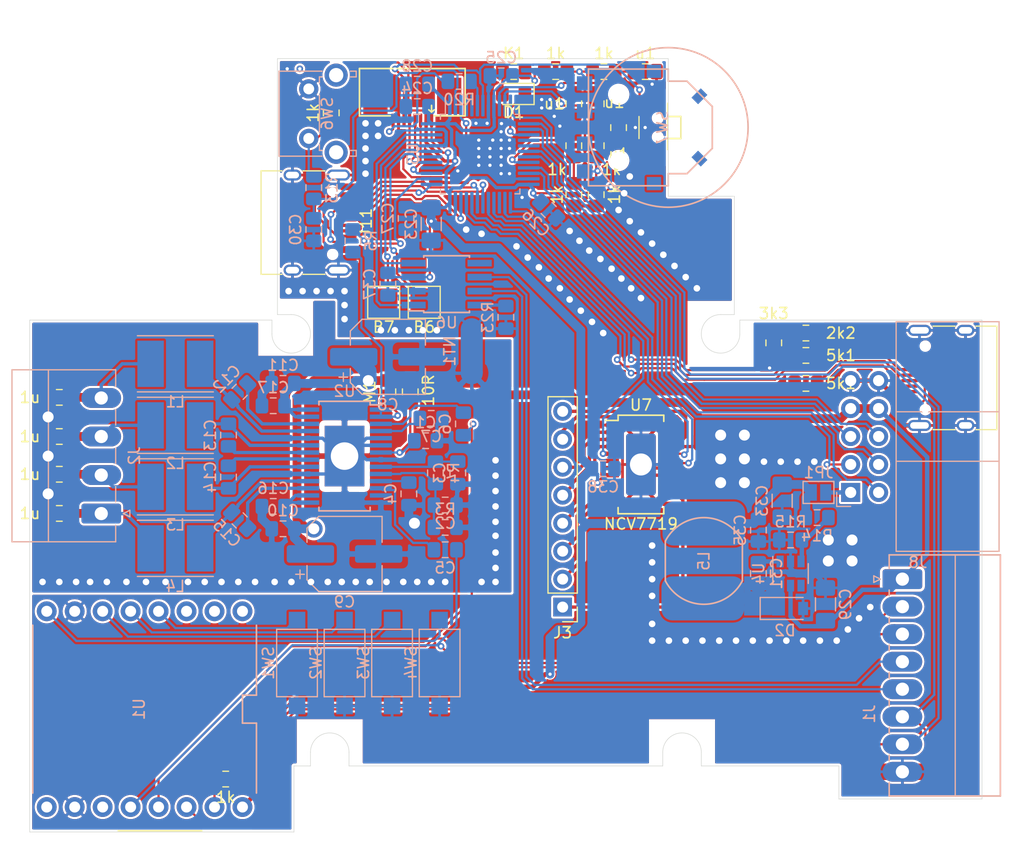
<source format=kicad_pcb>
(kicad_pcb (version 20171130) (host pcbnew "(5.1.2)-1")
  (layers (0 F.Cu signal) (31 B.Cu signal) (34 B.Paste user hide) (35 F.Paste user hide) (36 B.SilkS user hide) (37 F.SilkS user) (38 B.Mask user hide) (39 F.Mask user hide) (44 Edge.Cuts user))
  (net 0 "")
  (net 1 GND)
  (net 2 +3V3)
  (net 3 +24V)
  (net 4 "Net-(D1-Pad2)")
  (net 5 SPI_MOSI)
  (net 6 SPI_CLK)
  (net 7 ROTA)
  (net 8 ROTB)
  (net 9 ROTS)
  (net 10 S)
  (net 11 LCDBL)
  (net 12 LCDRS)
  (net 13 LCDCS)
  (net 14 "Net-(R17-Pad1)")
  (net 15 VBUS)
  (net 16 "Net-(C1-Pad2)")
  (net 17 GNDA)
  (net 18 "Net-(C2-Pad1)")
  (net 19 "Net-(C3-Pad1)")
  (net 20 "Net-(C4-Pad1)")
  (net 21 /DAC_R)
  (net 22 "Net-(C5-Pad1)")
  (net 23 /DAC_L)
  (net 24 "Net-(C6-Pad1)")
  (net 25 "Net-(C7-Pad1)")
  (net 26 "Net-(C12-Pad2)")
  (net 27 "Net-(C12-Pad1)")
  (net 28 "Net-(C13-Pad2)")
  (net 29 "Net-(C13-Pad1)")
  (net 30 "Net-(C14-Pad2)")
  (net 31 "Net-(C14-Pad1)")
  (net 32 "Net-(C15-Pad2)")
  (net 33 "Net-(C15-Pad1)")
  (net 34 "Net-(C18-Pad2)")
  (net 35 "Net-(C19-Pad2)")
  (net 36 "Net-(C20-Pad2)")
  (net 37 "Net-(C21-Pad2)")
  (net 38 /hmi/NRST)
  (net 39 /hmi/CB)
  (net 40 /hmi/SW)
  (net 41 MP3RX)
  (net 42 MP3TX)
  (net 43 /hmi/INT2)
  (net 44 /hmi/INT1)
  (net 45 /hmi/INT0)
  (net 46 /hmi/SDA)
  (net 47 /hmi/SCL)
  (net 48 "Net-(J8-Pad1)")
  (net 49 /hmi/RX)
  (net 50 /hmi/TX)
  (net 51 /hmi/SWDIO)
  (net 52 /hmi/SWCLK)
  (net 53 "Net-(J12-PadA4)")
  (net 54 "Net-(J12-PadA5)")
  (net 55 /hmi/USB-)
  (net 56 /hmi/USB+)
  (net 57 "Net-(J12-PadB5)")
  (net 58 "Net-(R1-Pad1)")
  (net 59 "Net-(R5-Pad1)")
  (net 60 "Net-(R12-Pad2)")
  (net 61 /hmi/FB)
  (net 62 "Net-(R16-Pad1)")
  (net 63 "Net-(R20-Pad1)")
  (net 64 "Net-(R21-Pad2)")
  (net 65 "Net-(SW1-Pad1)")
  (net 66 "Net-(SW2-Pad1)")
  (net 67 "Net-(SW3-Pad1)")
  (net 68 "Net-(SW4-Pad1)")
  (net 69 "Net-(J11-PadA4)")
  (net 70 CANL)
  (net 71 CANH)
  (net 72 "Net-(R23-Pad1)")
  (net 73 CANT)
  (net 74 CANR)
  (net 75 AUDIO_SHUTDOWN)
  (net 76 SPI2_MOSI)
  (net 77 SPI2_CLK)
  (net 78 SPI2_CS)
  (net 79 "Net-(J3-Pad8)")
  (net 80 "Net-(J3-Pad7)")
  (net 81 "Net-(J3-Pad6)")
  (net 82 "Net-(J3-Pad5)")
  (net 83 "Net-(J3-Pad4)")
  (net 84 "Net-(J3-Pad3)")
  (net 85 "Net-(J3-Pad2)")
  (net 86 "Net-(J3-Pad1)")
  (net 87 "Net-(J6-Pad1)")
  (net 88 "Net-(J7-Pad1)")
  (net 89 LED)
  (module sensact:FPC_TOP_1x08-1MP_P0.50mm_Horizontal (layer F.Cu) (at 91.5 39 180)
    (fp_text reference U5 hide)
    (fp_text value FP-096H09A hide)
    (pad MP smd rect (at -3.35 1.61 180) (size 2.2 3.3) (layers F.Cu F.Paste F.Mask))
    (pad MP smd rect (at 3.35 1.61 180) (size 2.2 3.3) (layers F.Cu F.Paste F.Mask))
    (pad 1 smd rect (at -1.75 -0.6 180) (size 0.3 1.2) (layers F.Cu F.Paste F.Mask) (net 13 LCDCS))
    (pad 2 smd rect (at -1.25 -0.6 180) (size 0.3 1.2) (layers F.Cu F.Paste F.Mask) (net 2 +3V3))
    (pad 3 smd rect (at -0.75 -0.6 180) (size 0.3 1.2) (layers F.Cu F.Paste F.Mask) (net 6 SPI_CLK))
    (pad 4 smd rect (at -0.25 -0.6 180) (size 0.3 1.2) (layers F.Cu F.Paste F.Mask) (net 5 SPI_MOSI))
    (pad 8 smd rect (at 1.75 -0.6 180) (size 0.3 1.2) (layers F.Cu F.Paste F.Mask) (net 63 "Net-(R20-Pad1)"))
    (pad 7 smd rect (at 1.25 -0.6 180) (size 0.3 1.2) (layers F.Cu F.Paste F.Mask) (net 1 GND))
    (pad 6 smd rect (at 0.75 -0.6 180) (size 0.3 1.2) (layers F.Cu F.Paste F.Mask) (net 38 /hmi/NRST))
    (pad 5 smd rect (at 0.25 -0.6 180) (size 0.3 1.2) (layers F.Cu F.Paste F.Mask) (net 12 LCDRS))
  )
  (module sensact:LQFP-48_7x7mm_P0.5mm_handsolder (layer B.Cu) (at 97.663 42.672 270)
    (fp_text reference U3 (at 0 6.1 90) (layer B.SilkS) (effects (justify mirror)))
    (fp_text value STM32F072C8Tx)
    (pad 48 smd roundrect (at -2.75 4.4125 270) (size 0.3 1.975) (layers B.Cu B.Paste B.Mask) (net 2 +3V3))
    (pad 47 smd roundrect (at -2.25 4.4125 270) (size 0.3 1.975) (layers B.Cu B.Paste B.Mask) (net 1 GND))
    (pad 46 smd roundrect (at -1.75 4.4125 270) (size 0.3 1.975) (layers B.Cu B.Paste B.Mask) (net 73 CANT))
    (pad 45 smd roundrect (at -1.25 4.4125 270) (size 0.3 1.975) (layers B.Cu B.Paste B.Mask) (net 74 CANR))
    (pad 44 smd roundrect (at -0.75 4.4125 270) (size 0.3 1.975) (layers B.Cu B.Paste B.Mask) (net 1 GND))
    (pad 43 smd roundrect (at -0.25 4.4125 270) (size 0.3 1.975) (layers B.Cu B.Paste B.Mask) (net 88 "Net-(J7-Pad1)"))
    (pad 42 smd roundrect (at 0.25 4.4125 270) (size 0.3 1.975) (layers B.Cu B.Paste B.Mask) (net 87 "Net-(J6-Pad1)"))
    (pad 41 smd roundrect (at 0.75 4.4125 270) (size 0.3 1.975) (layers B.Cu B.Paste B.Mask) (net 5 SPI_MOSI))
    (pad 40 smd roundrect (at 1.25 4.4125 270) (size 0.3 1.975) (layers B.Cu B.Paste B.Mask) (net 13 LCDCS))
    (pad 39 smd roundrect (at 1.75 4.4125 270) (size 0.3 1.975) (layers B.Cu B.Paste B.Mask) (net 6 SPI_CLK))
    (pad 38 smd roundrect (at 2.25 4.4125 270) (size 0.3 1.975) (layers B.Cu B.Paste B.Mask) (net 75 AUDIO_SHUTDOWN))
    (pad 36 smd roundrect (at 4.4125 2.75 270) (size 1.975 0.3) (layers B.Cu B.Paste B.Mask) (net 2 +3V3))
    (pad 35 smd roundrect (at 4.4125 2.25 270) (size 1.975 0.3) (layers B.Cu B.Paste B.Mask) (net 1 GND))
    (pad 34 smd roundrect (at 4.4125 1.75 270) (size 1.975 0.3) (layers B.Cu B.Paste B.Mask) (net 51 /hmi/SWDIO))
    (pad 33 smd roundrect (at 4.4125 1.25 270) (size 1.975 0.3) (layers B.Cu B.Paste B.Mask) (net 56 /hmi/USB+))
    (pad 32 smd roundrect (at 4.4125 0.75 270) (size 1.975 0.3) (layers B.Cu B.Paste B.Mask) (net 55 /hmi/USB-))
    (pad 31 smd roundrect (at 4.4125 0.25 270) (size 1.975 0.3) (layers B.Cu B.Paste B.Mask) (net 49 /hmi/RX))
    (pad 30 smd roundrect (at 4.4125 -0.25 270) (size 1.975 0.3) (layers B.Cu B.Paste B.Mask) (net 50 /hmi/TX))
    (pad 29 smd roundrect (at 4.4125 -0.75 270) (size 1.975 0.3) (layers B.Cu B.Paste B.Mask) (net 15 VBUS))
    (pad 28 smd roundrect (at 4.4125 -1.25 270) (size 1.975 0.3) (layers B.Cu B.Paste B.Mask) (net 76 SPI2_MOSI))
    (pad 27 smd roundrect (at 4.4125 -1.75 270) (size 1.975 0.3) (layers B.Cu B.Paste B.Mask))
    (pad 26 smd roundrect (at 4.4125 -2.25 270) (size 1.975 0.3) (layers B.Cu B.Paste B.Mask) (net 77 SPI2_CLK))
    (pad 24 smd roundrect (at 2.75 -4.4125 270) (size 0.3 1.975) (layers B.Cu B.Paste B.Mask) (net 2 +3V3))
    (pad 23 smd roundrect (at 2.25 -4.4125 270) (size 0.3 1.975) (layers B.Cu B.Paste B.Mask) (net 1 GND))
    (pad 22 smd roundrect (at 1.75 -4.4125 270) (size 0.3 1.975) (layers B.Cu B.Paste B.Mask) (net 46 /hmi/SDA))
    (pad 21 smd roundrect (at 1.25 -4.4125 270) (size 0.3 1.975) (layers B.Cu B.Paste B.Mask) (net 47 /hmi/SCL))
    (pad 20 smd roundrect (at 0.75 -4.4125 270) (size 0.3 1.975) (layers B.Cu B.Paste B.Mask) (net 9 ROTS))
    (pad 19 smd roundrect (at 0.25 -4.4125 270) (size 0.3 1.975) (layers B.Cu B.Paste B.Mask) (net 45 /hmi/INT0))
    (pad 18 smd roundrect (at -0.25 -4.4125 270) (size 0.3 1.975) (layers B.Cu B.Paste B.Mask) (net 44 /hmi/INT1))
    (pad 17 smd roundrect (at -0.75 -4.4125 270) (size 0.3 1.975) (layers B.Cu B.Paste B.Mask))
    (pad 16 smd roundrect (at -1.25 -4.4125 270) (size 0.3 1.975) (layers B.Cu B.Paste B.Mask))
    (pad 15 smd roundrect (at -1.75 -4.4125 270) (size 0.3 1.975) (layers B.Cu B.Paste B.Mask) (net 89 LED))
    (pad 14 smd roundrect (at -2.25 -4.4125 270) (size 0.3 1.975) (layers B.Cu B.Paste B.Mask) (net 43 /hmi/INT2))
    (pad 12 smd roundrect (at -4.4125 -2.75 270) (size 1.975 0.3) (layers B.Cu B.Paste B.Mask) (net 41 MP3RX))
    (pad 11 smd roundrect (at -4.4125 -2.25 270) (size 1.975 0.3) (layers B.Cu B.Paste B.Mask) (net 7 ROTA))
    (pad 10 smd roundrect (at -4.4125 -1.75 270) (size 1.975 0.3) (layers B.Cu B.Paste B.Mask) (net 8 ROTB))
    (pad 9 smd roundrect (at -4.4125 -1.25 270) (size 1.975 0.3) (layers B.Cu B.Paste B.Mask) (net 2 +3V3))
    (pad 8 smd roundrect (at -4.4125 -0.75 270) (size 1.975 0.3) (layers B.Cu B.Paste B.Mask) (net 1 GND))
    (pad 7 smd roundrect (at -4.4125 -0.25 270) (size 1.975 0.3) (layers B.Cu B.Paste B.Mask) (net 38 /hmi/NRST))
    (pad 6 smd roundrect (at -4.4125 0.25 270) (size 1.975 0.3) (layers B.Cu B.Paste B.Mask) (net 11 LCDBL))
    (pad 5 smd roundrect (at -4.4125 0.75 270) (size 1.975 0.3) (layers B.Cu B.Paste B.Mask))
    (pad 4 smd roundrect (at -4.4125 1.25 270) (size 1.975 0.3) (layers B.Cu B.Paste B.Mask))
    (pad 3 smd roundrect (at -4.4125 1.75 270) (size 1.975 0.3) (layers B.Cu B.Paste B.Mask) (net 12 LCDRS))
    (pad 2 smd roundrect (at -4.4125 2.25 270) (size 1.975 0.3) (layers B.Cu B.Paste B.Mask) (net 10 S))
    (pad 37 smd roundrect (at 2.75 4.4125 270) (size 0.3 1.975) (layers B.Cu B.Paste B.Mask) (net 52 /hmi/SWCLK))
    (pad 25 smd roundrect (at 4.4125 -2.75 270) (size 1.975 0.3) (layers B.Cu B.Paste B.Mask) (net 78 SPI2_CS))
    (pad 13 smd roundrect (at -2.75 -4.4125 270) (size 0.3 1.975) (layers B.Cu B.Paste B.Mask) (net 42 MP3TX))
    (pad 1 smd roundrect (at -4.4125 2.75 270) (size 1.975 0.3) (layers B.Cu B.Paste B.Mask) (net 2 +3V3))
  )
  (module sensact:PhoenixContact_MC_0,5_8-G-2.5_1x08_P2.50mm_Horizontal (layer B.Cu) (at 136.017 81.28 270)
    (fp_text reference J1 (at 12.25 3 90) (layer B.SilkS) (effects (justify mirror)))
    (fp_text value Conn_01x08)
    (pad 8 thru_hole oval (at 17.5 0 270) (size 1.8 3.6) (drill 1.2) (layers *.Cu *.Mask) (net 1 GND))
    (pad 7 thru_hole oval (at 15 0 270) (size 1.8 3.6) (drill 1.2) (layers *.Cu *.Mask) (net 41 MP3RX))
    (pad 6 thru_hole oval (at 12.5 0 270) (size 1.8 3.6) (drill 1.2) (layers *.Cu *.Mask) (net 42 MP3TX))
    (pad 5 thru_hole oval (at 10 0 270) (size 1.8 3.6) (drill 1.2) (layers *.Cu *.Mask) (net 71 CANH))
    (pad 4 thru_hole oval (at 7.5 0 270) (size 1.8 3.6) (drill 1.2) (layers *.Cu *.Mask) (net 70 CANL))
    (pad 3 thru_hole oval (at 5 0 270) (size 1.8 3.6) (drill 1.2) (layers *.Cu *.Mask) (net 23 /DAC_L))
    (pad 2 thru_hole oval (at 2.5 0 270) (size 1.8 3.6) (drill 1.2) (layers *.Cu *.Mask) (net 21 /DAC_R))
    (pad 1 thru_hole roundrect (at 0 0 270) (size 1.8 3.6) (drill 1.2) (layers *.Cu *.Mask) (roundrect_rratio 0.138889) (net 3 +24V))
  )
  (module NetTie:NetTie-2_SMD_Pad2.0mm (layer B.Cu) (at 96.901 60.579 270)
    (fp_text reference NT1 (at 0 2 90) (layer B.SilkS) (effects (justify mirror)))
    (fp_text value Net-Tie_2)
    (fp_poly (pts (xy -2 1) (xy 2 1) (xy 2 -1) (xy -2 -1)) (layer B.Cu) (width 0))
    (pad 2 smd circle (at 2 0 270) (size 2 2) (layers B.Cu) (net 17 GNDA))
    (pad 1 smd circle (at -2 0 270) (size 2 2) (layers B.Cu) (net 1 GND))
  )
  (module Connector_PinHeader_2.54mm:PinHeader_1x08_P2.54mm_Vertical (layer F.Cu) (at 105.156 83.82 180)
    (fp_text reference J3 (at 0 -2.33) (layer F.SilkS))
    (fp_text value Conn_01x08)
    (pad 8 thru_hole oval (at 0 17.78 180) (size 1.7 1.7) (drill 1) (layers *.Cu *.Mask) (net 79 "Net-(J3-Pad8)"))
    (pad 7 thru_hole oval (at 0 15.24 180) (size 1.7 1.7) (drill 1) (layers *.Cu *.Mask) (net 80 "Net-(J3-Pad7)"))
    (pad 6 thru_hole oval (at 0 12.7 180) (size 1.7 1.7) (drill 1) (layers *.Cu *.Mask) (net 81 "Net-(J3-Pad6)"))
    (pad 5 thru_hole oval (at 0 10.16 180) (size 1.7 1.7) (drill 1) (layers *.Cu *.Mask) (net 82 "Net-(J3-Pad5)"))
    (pad 4 thru_hole oval (at 0 7.62 180) (size 1.7 1.7) (drill 1) (layers *.Cu *.Mask) (net 83 "Net-(J3-Pad4)"))
    (pad 3 thru_hole oval (at 0 5.08 180) (size 1.7 1.7) (drill 1) (layers *.Cu *.Mask) (net 84 "Net-(J3-Pad3)"))
    (pad 2 thru_hole oval (at 0 2.54 180) (size 1.7 1.7) (drill 1) (layers *.Cu *.Mask) (net 85 "Net-(J3-Pad2)"))
    (pad 1 thru_hole rect (at 0 0 180) (size 1.7 1.7) (drill 1) (layers *.Cu *.Mask) (net 86 "Net-(J3-Pad1)"))
  )
  (module sensact:SSOP-24_3.9x8.7mm_P0.65mm_EP2.7x5.6mm (layer F.Cu) (at 112.268 70.866)
    (fp_text reference U7 (at 0 -5.4 -180) (layer F.SilkS))
    (fp_text value NCV7719 (at 0 5.4 -180) (layer F.SilkS))
    (pad 25 thru_hole roundrect (at 0 0) (size 2.7 5.6) (drill 2) (layers *.Cu *.Mask) (roundrect_rratio 0.1) (net 1 GND))
    (pad 24 smd rect (at 2.6 -3.575) (size 1.2 0.4) (layers F.Cu F.Paste F.Mask) (net 1 GND))
    (pad 23 smd rect (at 2.6 -2.925) (size 1.2 0.4) (layers F.Cu F.Paste F.Mask) (net 80 "Net-(J3-Pad7)"))
    (pad 22 smd rect (at 2.6 -2.275) (size 1.2 0.4) (layers F.Cu F.Paste F.Mask) (net 79 "Net-(J3-Pad8)"))
    (pad 21 smd rect (at 2.6 -1.625) (size 1.2 0.4) (layers F.Cu F.Paste F.Mask) (net 3 +24V))
    (pad 20 smd rect (at 2.6 -0.975) (size 1.2 0.4) (layers F.Cu F.Paste F.Mask) (net 77 SPI2_CLK))
    (pad 19 smd rect (at 2.6 -0.325) (size 1.2 0.4) (layers F.Cu F.Paste F.Mask) (net 78 SPI2_CS))
    (pad 18 smd rect (at 2.6 0.325) (size 1.2 0.4) (layers F.Cu F.Paste F.Mask) (net 1 GND))
    (pad 17 smd rect (at 2.6 0.975) (size 1.2 0.4) (layers F.Cu F.Paste F.Mask) (net 1 GND))
    (pad 16 smd rect (at 2.6 1.625) (size 1.2 0.4) (layers F.Cu F.Paste F.Mask) (net 3 +24V))
    (pad 15 smd rect (at 2.6 2.275) (size 1.2 0.4) (layers F.Cu F.Paste F.Mask))
    (pad 14 smd rect (at 2.6 2.925) (size 1.2 0.4) (layers F.Cu F.Paste F.Mask) (net 86 "Net-(J3-Pad1)"))
    (pad 12 smd rect (at -2.6 3.575) (size 1.2 0.4) (layers F.Cu F.Paste F.Mask) (net 1 GND))
    (pad 11 smd rect (at -2.6 2.925) (size 1.2 0.4) (layers F.Cu F.Paste F.Mask) (net 85 "Net-(J3-Pad2)"))
    (pad 10 smd rect (at -2.6 2.275) (size 1.2 0.4) (layers F.Cu F.Paste F.Mask) (net 84 "Net-(J3-Pad3)"))
    (pad 9 smd rect (at -2.6 1.625) (size 1.2 0.4) (layers F.Cu F.Paste F.Mask))
    (pad 8 smd rect (at -2.6 0.975) (size 1.2 0.4) (layers F.Cu F.Paste F.Mask) (net 2 +3V3))
    (pad 7 smd rect (at -2.6 0.325) (size 1.2 0.4) (layers F.Cu F.Paste F.Mask))
    (pad 6 smd rect (at -2.6 -0.325) (size 1.2 0.4) (layers F.Cu F.Paste F.Mask) (net 2 +3V3))
    (pad 5 smd rect (at -2.6 -0.975) (size 1.2 0.4) (layers F.Cu F.Paste F.Mask) (net 76 SPI2_MOSI))
    (pad 4 smd rect (at -2.6 -1.625) (size 1.2 0.4) (layers F.Cu F.Paste F.Mask) (net 83 "Net-(J3-Pad4)"))
    (pad 3 smd rect (at -2.6 -2.275) (size 1.2 0.4) (layers F.Cu F.Paste F.Mask) (net 82 "Net-(J3-Pad5)"))
    (pad 2 smd rect (at -2.6 -2.925) (size 1.2 0.4) (layers F.Cu F.Paste F.Mask) (net 81 "Net-(J3-Pad6)"))
    (pad 13 smd rect (at 2.6 3.575) (size 1.2 0.4) (layers F.Cu F.Paste F.Mask) (net 1 GND))
    (pad 1 smd rect (at -2.6 -3.575) (size 1.2 0.4) (layers F.Cu F.Paste F.Mask) (net 1 GND))
  )
  (module Capacitor_SMD:C_0805_2012Metric_Pad1.15x1.40mm_HandSolder (layer B.Cu) (at 108.839 71.247)
    (fp_text reference C38 (at 0 1.65) (layer B.SilkS) (effects (justify mirror)))
    (fp_text value u1)
    (pad 2 smd roundrect (at 1.025 0) (size 1.15 1.4) (layers B.Cu B.Paste B.Mask) (roundrect_rratio 0.217391) (net 1 GND))
    (pad 1 smd roundrect (at -1.025 0) (size 1.15 1.4) (layers B.Cu B.Paste B.Mask) (roundrect_rratio 0.217391) (net 2 +3V3))
  )
  (module Resistor_SMD:R_0805_2012Metric_Pad1.15x1.40mm_HandSolder (layer B.Cu) (at 86.106 50.546 90)
    (fp_text reference R5 (at 0 1.65 90) (layer B.SilkS) (effects (justify mirror)))
    (fp_text value 1k)
    (pad 2 smd roundrect (at 1.025 0 90) (size 1.15 1.4) (layers B.Cu B.Paste B.Mask) (roundrect_rratio 0.217391) (net 75 AUDIO_SHUTDOWN))
    (pad 1 smd roundrect (at -1.025 0 90) (size 1.15 1.4) (layers B.Cu B.Paste B.Mask) (roundrect_rratio 0.217391) (net 59 "Net-(R5-Pad1)"))
  )
  (module Capacitor_SMD:C_0805_2012Metric_Pad1.15x1.40mm_HandSolder (layer B.Cu) (at 99.577 35.56 180)
    (fp_text reference C25 (at 0 1.65) (layer B.SilkS) (effects (justify mirror)))
    (fp_text value u1)
    (pad 2 smd roundrect (at 1.025 0 180) (size 1.15 1.4) (layers B.Cu B.Paste B.Mask) (roundrect_rratio 0.217391) (net 1 GND))
    (pad 1 smd roundrect (at -1.025 0 180) (size 1.15 1.4) (layers B.Cu B.Paste B.Mask) (roundrect_rratio 0.217391) (net 2 +3V3))
  )
  (module Resistor_SMD:R_0805_2012Metric_Pad1.15x1.40mm_HandSolder (layer B.Cu) (at 95.758 36.068)
    (fp_text reference R20 (at 0 1.65) (layer B.SilkS) (effects (justify mirror)))
    (fp_text value 10r)
    (pad 2 smd roundrect (at 1.025 0) (size 1.15 1.4) (layers B.Cu B.Paste B.Mask) (roundrect_rratio 0.217391) (net 11 LCDBL))
    (pad 1 smd roundrect (at -1.025 0) (size 1.15 1.4) (layers B.Cu B.Paste B.Mask) (roundrect_rratio 0.217391) (net 63 "Net-(R20-Pad1)"))
  )
  (module Capacitor_SMD:C_0805_2012Metric_Pad1.15x1.40mm_HandSolder (layer B.Cu) (at 103.886 47.752 315)
    (fp_text reference C26 (at 0 1.65 135) (layer B.SilkS) (effects (justify mirror)))
    (fp_text value u1)
    (pad 2 smd roundrect (at 1.025 0 315) (size 1.15 1.4) (layers B.Cu B.Paste B.Mask) (roundrect_rratio 0.217391) (net 1 GND))
    (pad 1 smd roundrect (at -1.025 0 315) (size 1.15 1.4) (layers B.Cu B.Paste B.Mask) (roundrect_rratio 0.217391) (net 2 +3V3))
  )
  (module Resistor_SMD:R_0805_2012Metric_Pad1.15x1.40mm_HandSolder (layer B.Cu) (at 82.55 45.72 90)
    (fp_text reference R13 (at 0 1.65 90) (layer B.SilkS) (effects (justify mirror)))
    (fp_text value 1k)
    (pad 2 smd roundrect (at 1.025 0 90) (size 1.15 1.4) (layers B.Cu B.Paste B.Mask) (roundrect_rratio 0.217391) (net 60 "Net-(R12-Pad2)"))
    (pad 1 smd roundrect (at -1.025 0 90) (size 1.15 1.4) (layers B.Cu B.Paste B.Mask) (roundrect_rratio 0.217391) (net 10 S))
  )
  (module sensact:SW_SPST_2x4x3,5 (layer F.Cu) (at 113.792 40.259 270)
    (fp_text reference SW5 hide)
    (fp_text value Reset hide)
    (pad "" np_thru_hole circle (at -0.85 0 270) (size 0.7 0.7) (drill 0.7) (layers *.Cu *.Mask))
    (pad "" np_thru_hole circle (at 0.85 0 270) (size 0.7 0.7) (drill 0.7) (layers *.Cu *.Mask))
    (pad MP smd rect (at 2.55 0 270) (size 1.4 1.2) (layers F.Cu F.Paste F.Mask))
    (pad 2 smd rect (at 1.8 1.7 270) (size 1.4 1.6) (layers F.Cu F.Paste F.Mask) (net 1 GND))
    (pad MP smd rect (at -2.55 0 270) (size 1.4 1.2) (layers F.Cu F.Paste F.Mask))
    (pad 1 smd rect (at -1.8 1.7 270) (size 1.4 1.6) (layers F.Cu F.Paste F.Mask) (net 38 /hmi/NRST))
  )
  (module sensact:CP_Elec_6.3x7.7_HandSolder (layer B.Cu) (at 85.344 78.994)
    (fp_text reference C9 (at 0 4.35) (layer B.SilkS) (effects (justify mirror)))
    (fp_text value 100u)
    (pad 2 smd roundrect (at 3.1 0) (size 4.3 1.6) (layers B.Cu B.Paste B.Mask) (roundrect_rratio 0.156) (net 17 GNDA))
    (pad 1 smd roundrect (at -3.1 0) (size 4.3 1.6) (layers B.Cu B.Paste B.Mask) (roundrect_rratio 0.156) (net 3 +24V))
  )
  (module Capacitor_SMD:C_0805_2012Metric_Pad1.15x1.40mm_HandSolder (layer B.Cu) (at 95.631 71.628 270)
    (fp_text reference C3 (at 0 1.65 90) (layer B.SilkS) (effects (justify mirror)))
    (fp_text value 1u)
    (pad 2 smd roundrect (at 1.025 0 270) (size 1.15 1.4) (layers B.Cu B.Paste B.Mask) (roundrect_rratio 0.217391) (net 17 GNDA))
    (pad 1 smd roundrect (at -1.025 0 270) (size 1.15 1.4) (layers B.Cu B.Paste B.Mask) (roundrect_rratio 0.217391) (net 19 "Net-(C3-Pad1)"))
  )
  (module Capacitor_SMD:C_0805_2012Metric_Pad1.15x1.40mm_HandSolder (layer B.Cu) (at 78.867 65.532 180)
    (fp_text reference C17 (at 0 1.65) (layer B.SilkS) (effects (justify mirror)))
    (fp_text value 1n)
    (pad 2 smd roundrect (at 1.025 0 180) (size 1.15 1.4) (layers B.Cu B.Paste B.Mask) (roundrect_rratio 0.217391) (net 17 GNDA))
    (pad 1 smd roundrect (at -1.025 0 180) (size 1.15 1.4) (layers B.Cu B.Paste B.Mask) (roundrect_rratio 0.217391) (net 3 +24V))
  )
  (module Capacitor_SMD:C_0805_2012Metric_Pad1.15x1.40mm_HandSolder (layer B.Cu) (at 75.819 75.946 315)
    (fp_text reference C15 (at 0 1.65 135) (layer B.SilkS) (effects (justify mirror)))
    (fp_text value u22)
    (pad 2 smd roundrect (at 1.025 0 315) (size 1.15 1.4) (layers B.Cu B.Paste B.Mask) (roundrect_rratio 0.217391) (net 32 "Net-(C15-Pad2)"))
    (pad 1 smd roundrect (at -1.025 0 315) (size 1.15 1.4) (layers B.Cu B.Paste B.Mask) (roundrect_rratio 0.217391) (net 33 "Net-(C15-Pad1)"))
  )
  (module sensact:Inductor_CD75_handsolder (layer B.Cu) (at 117.983 79.629 270)
    (fp_text reference L5 (at 0 0 90) (layer B.SilkS) (effects (justify mirror)))
    (fp_text value 150u hide)
    (pad 2 smd roundrect (at 3.4 0.1 270) (size 4 7.5) (layers B.Cu B.Paste B.Mask) (net 40 /hmi/SW))
    (pad 1 smd roundrect (at -3.4 0 270) (size 4 7.5) (layers B.Cu B.Paste B.Mask) (net 2 +3V3))
  )
  (module Inductor_SMD:L_Taiyo-Yuden_NR-50xx_HandSoldering (layer B.Cu) (at 69.977 78.486)
    (fp_text reference L4 (at 0 3.45) (layer B.SilkS) (effects (justify mirror)))
    (fp_text value 33u)
    (pad 2 smd rect (at 2.25 0) (size 2.4 4.2) (layers B.Cu B.Paste B.Mask) (net 33 "Net-(C15-Pad1)"))
    (pad 1 smd rect (at -2.25 0) (size 2.4 4.2) (layers B.Cu B.Paste B.Mask) (net 37 "Net-(C21-Pad2)"))
  )
  (module Inductor_SMD:L_Taiyo-Yuden_NR-50xx_HandSoldering (layer B.Cu) (at 69.977 72.898)
    (fp_text reference L3 (at 0 3.45) (layer B.SilkS) (effects (justify mirror)))
    (fp_text value 33u)
    (pad 2 smd rect (at 2.25 0) (size 2.4 4.2) (layers B.Cu B.Paste B.Mask) (net 30 "Net-(C14-Pad2)"))
    (pad 1 smd rect (at -2.25 0) (size 2.4 4.2) (layers B.Cu B.Paste B.Mask) (net 36 "Net-(C20-Pad2)"))
  )
  (module Inductor_SMD:L_Taiyo-Yuden_NR-50xx_HandSoldering (layer B.Cu) (at 69.977 67.31)
    (fp_text reference L2 (at 0 3.45) (layer B.SilkS) (effects (justify mirror)))
    (fp_text value 33u)
    (pad 2 smd rect (at 2.25 0) (size 2.4 4.2) (layers B.Cu B.Paste B.Mask) (net 29 "Net-(C13-Pad1)"))
    (pad 1 smd rect (at -2.25 0) (size 2.4 4.2) (layers B.Cu B.Paste B.Mask) (net 35 "Net-(C19-Pad2)"))
  )
  (module Inductor_SMD:L_Taiyo-Yuden_NR-50xx_HandSoldering (layer B.Cu) (at 69.977 61.722)
    (fp_text reference L1 (at 0 3.45) (layer B.SilkS) (effects (justify mirror)))
    (fp_text value 33u)
    (pad 2 smd rect (at 2.25 0) (size 2.4 4.2) (layers B.Cu B.Paste B.Mask) (net 26 "Net-(C12-Pad2)"))
    (pad 1 smd rect (at -2.25 0) (size 2.4 4.2) (layers B.Cu B.Paste B.Mask) (net 34 "Net-(C18-Pad2)"))
  )
  (module Capacitor_SMD:C_0805_2012Metric_Pad1.15x1.40mm_HandSolder (layer B.Cu) (at 91.948 38.354 180)
    (fp_text reference C24 (at 0 1.65) (layer B.SilkS) (effects (justify mirror)))
    (fp_text value u1)
    (pad 2 smd roundrect (at 1.025 0 180) (size 1.15 1.4) (layers B.Cu B.Paste B.Mask) (roundrect_rratio 0.217391) (net 1 GND))
    (pad 1 smd roundrect (at -1.025 0 180) (size 1.15 1.4) (layers B.Cu B.Paste B.Mask) (roundrect_rratio 0.217391) (net 2 +3V3))
  )
  (module sensact:SOIC-8_3.9x4.9mm_Pitch1.27mm_handsolder (layer B.Cu) (at 94.615 54.483)
    (fp_text reference U6 (at 0 3.5 180) (layer B.SilkS) (effects (justify mirror)))
    (fp_text value SN65HVD230 hide)
    (pad 8 smd rect (at 3 1.905) (size 2.2 0.6) (layers B.Cu B.Paste B.Mask) (net 72 "Net-(R23-Pad1)"))
    (pad 7 smd rect (at 3 0.635) (size 2.2 0.6) (layers B.Cu B.Paste B.Mask) (net 71 CANH))
    (pad 6 smd rect (at 3 -0.635) (size 2.2 0.6) (layers B.Cu B.Paste B.Mask) (net 70 CANL))
    (pad 5 smd rect (at 3 -1.905) (size 2.2 0.6) (layers B.Cu B.Paste B.Mask))
    (pad 4 smd rect (at -3 -1.905) (size 2.2 0.6) (layers B.Cu B.Paste B.Mask) (net 74 CANR))
    (pad 3 smd rect (at -3 -0.635) (size 2.2 0.6) (layers B.Cu B.Paste B.Mask) (net 2 +3V3))
    (pad 2 smd rect (at -3 0.635) (size 2.2 0.6) (layers B.Cu B.Paste B.Mask) (net 1 GND))
    (pad 1 smd rect (at -3 1.905) (size 2.2 0.6) (layers B.Cu B.Paste B.Mask) (net 73 CANT))
  )
  (module Resistor_SMD:R_0805_2012Metric_Pad1.15x1.40mm_HandSolder (layer B.Cu) (at 100 57.5 270)
    (fp_text reference R23 (at 0 1.65 90) (layer B.SilkS) (effects (justify mirror)))
    (fp_text value 10k)
    (pad 2 smd roundrect (at 1.025 0 270) (size 1.15 1.4) (layers B.Cu B.Paste B.Mask) (roundrect_rratio 0.217391) (net 1 GND))
    (pad 1 smd roundrect (at -1.025 0 270) (size 1.15 1.4) (layers B.Cu B.Paste B.Mask) (roundrect_rratio 0.217391) (net 72 "Net-(R23-Pad1)"))
  )
  (module Capacitor_SMD:C_0805_2012Metric_Pad1.15x1.40mm_HandSolder (layer B.Cu) (at 89.281 54.483 270)
    (fp_text reference C37 (at 0 1.65 90) (layer B.SilkS) (effects (justify mirror)))
    (fp_text value u1)
    (pad 2 smd roundrect (at 1.025 0 270) (size 1.15 1.4) (layers B.Cu B.Paste B.Mask) (roundrect_rratio 0.217391) (net 1 GND))
    (pad 1 smd roundrect (at -1.025 0 270) (size 1.15 1.4) (layers B.Cu B.Paste B.Mask) (roundrect_rratio 0.217391) (net 2 +3V3))
  )
  (module Connector_USB:USB_C_Receptacle_HRO_TYPE-C-31-M-12 (layer F.Cu) (at 81.661 48.895 270)
    (fp_text reference J11 (at 0 -5.645 270) (layer F.SilkS))
    (fp_text value USB_C_Receptacle_USB2.0 hide)
    (pad B1 smd rect (at 3.25 -4.045 270) (size 0.6 1.45) (layers F.Cu F.Paste F.Mask) (net 1 GND))
    (pad A9 smd rect (at 2.45 -4.045 270) (size 0.6 1.45) (layers F.Cu F.Paste F.Mask) (net 69 "Net-(J11-PadA4)"))
    (pad B9 smd rect (at -2.45 -4.045 270) (size 0.6 1.45) (layers F.Cu F.Paste F.Mask) (net 69 "Net-(J11-PadA4)"))
    (pad B12 smd rect (at -3.25 -4.045 270) (size 0.6 1.45) (layers F.Cu F.Paste F.Mask) (net 1 GND))
    (pad A1 smd rect (at -3.25 -4.045 270) (size 0.6 1.45) (layers F.Cu F.Paste F.Mask) (net 1 GND))
    (pad A4 smd rect (at -2.45 -4.045 270) (size 0.6 1.45) (layers F.Cu F.Paste F.Mask) (net 69 "Net-(J11-PadA4)"))
    (pad B4 smd rect (at 2.45 -4.045 270) (size 0.6 1.45) (layers F.Cu F.Paste F.Mask) (net 69 "Net-(J11-PadA4)"))
    (pad A12 smd rect (at 3.25 -4.045 270) (size 0.6 1.45) (layers F.Cu F.Paste F.Mask) (net 1 GND))
    (pad B8 smd rect (at -1.75 -4.045 270) (size 0.3 1.45) (layers F.Cu F.Paste F.Mask) (net 49 /hmi/RX))
    (pad A5 smd rect (at -1.25 -4.045 270) (size 0.3 1.45) (layers F.Cu F.Paste F.Mask) (net 50 /hmi/TX))
    (pad B7 smd rect (at -0.75 -4.045 270) (size 0.3 1.45) (layers F.Cu F.Paste F.Mask) (net 52 /hmi/SWCLK))
    (pad A7 smd rect (at 0.25 -4.045 270) (size 0.3 1.45) (layers F.Cu F.Paste F.Mask) (net 52 /hmi/SWCLK))
    (pad B6 smd rect (at 0.75 -4.045 270) (size 0.3 1.45) (layers F.Cu F.Paste F.Mask) (net 51 /hmi/SWDIO))
    (pad A8 smd rect (at 1.25 -4.045 270) (size 0.3 1.45) (layers F.Cu F.Paste F.Mask) (net 49 /hmi/RX))
    (pad B5 smd rect (at 1.75 -4.045 270) (size 0.3 1.45) (layers F.Cu F.Paste F.Mask) (net 50 /hmi/TX))
    (pad A6 smd rect (at -0.25 -4.045 270) (size 0.3 1.45) (layers F.Cu F.Paste F.Mask) (net 51 /hmi/SWDIO))
    (pad S1 thru_hole oval (at 4.32 -3.13 270) (size 1 2.1) (drill oval 0.6 1.7) (layers *.Cu *.Mask) (net 1 GND))
    (pad S1 thru_hole oval (at -4.32 -3.13 270) (size 1 2.1) (drill oval 0.6 1.7) (layers *.Cu *.Mask) (net 1 GND))
    (pad "" np_thru_hole circle (at -2.89 -2.6 270) (size 0.65 0.65) (drill 0.65) (layers *.Cu *.Mask))
    (pad S1 thru_hole oval (at -4.32 1.05 270) (size 1 1.6) (drill oval 0.6 1.2) (layers *.Cu *.Mask) (net 1 GND))
    (pad "" np_thru_hole circle (at 2.89 -2.6 270) (size 0.65 0.65) (drill 0.65) (layers *.Cu *.Mask))
    (pad S1 thru_hole oval (at 4.32 1.05 270) (size 1 1.6) (drill oval 0.6 1.2) (layers *.Cu *.Mask) (net 1 GND))
  )
  (module Resistor_SMD:R_0805_2012Metric_Pad1.15x1.40mm_HandSolder (layer F.Cu) (at 108.204 46.355 90)
    (fp_text reference R18 hide)
    (fp_text value 1k (at 0 1.65 90) (layer F.SilkS))
    (pad 2 smd roundrect (at 1.025 0 90) (size 1.15 1.4) (layers F.Cu F.Paste F.Mask) (roundrect_rratio 0.217391) (net 62 "Net-(R16-Pad1)"))
    (pad 1 smd roundrect (at -1.025 0 90) (size 1.15 1.4) (layers F.Cu F.Paste F.Mask) (roundrect_rratio 0.217391) (net 2 +3V3))
  )
  (module Button_Switch_THT:SW_Tactile_SPST_Angled_PTS645Vx83-2LFS (layer B.Cu) (at 82.0928 36.7496 270)
    (fp_text reference SW6 (at 2.25 -1.68 90) (layer B.SilkS) (effects (justify mirror)))
    (fp_text value SW_Push)
    (pad "" thru_hole circle (at -1.25 -2.49 270) (size 2.1 2.1) (drill 1.3) (layers *.Cu *.Mask))
    (pad 1 thru_hole circle (at 0 0 270) (size 1.75 1.75) (drill 0.99) (layers *.Cu *.Mask) (net 1 GND))
    (pad 2 thru_hole circle (at 4.5 0 270) (size 1.75 1.75) (drill 0.99) (layers *.Cu *.Mask) (net 60 "Net-(R12-Pad2)"))
    (pad "" thru_hole circle (at 5.76 -2.49 270) (size 2.1 2.1) (drill 1.3) (layers *.Cu *.Mask))
  )
  (module sensact:DFPlayerMini (layer B.Cu) (at 67.183 93.091 90)
    (fp_text reference U1 (at 0 -0.5 90) (layer B.SilkS) (effects (justify mirror)))
    (fp_text value DFPlayerMini)
    (pad 16 thru_hole circle (at 8.89 8.89 90) (size 1.8 1.8) (drill 1) (layers *.Cu *.Mask))
    (pad 15 thru_hole circle (at 8.89 6.35 90) (size 1.8 1.8) (drill 1) (layers *.Cu *.Mask))
    (pad 14 thru_hole circle (at 8.89 3.81 90) (size 1.8 1.8) (drill 1) (layers *.Cu *.Mask))
    (pad 13 thru_hole circle (at 8.89 1.27 90) (size 1.8 1.8) (drill 1) (layers *.Cu *.Mask) (net 65 "Net-(SW1-Pad1)"))
    (pad 12 thru_hole circle (at 8.89 -1.27 90) (size 1.8 1.8) (drill 1) (layers *.Cu *.Mask) (net 66 "Net-(SW2-Pad1)"))
    (pad 11 thru_hole circle (at 8.89 -3.81 90) (size 1.8 1.8) (drill 1) (layers *.Cu *.Mask) (net 67 "Net-(SW3-Pad1)"))
    (pad 10 thru_hole circle (at 8.89 -6.35 90) (size 1.8 1.8) (drill 1) (layers *.Cu *.Mask) (net 1 GND))
    (pad 9 thru_hole circle (at 8.89 -8.89 90) (size 1.8 1.8) (drill 1) (layers *.Cu *.Mask) (net 68 "Net-(SW4-Pad1)"))
    (pad 8 thru_hole circle (at -8.89 -8.89 90) (size 1.8 1.8) (drill 1) (layers *.Cu *.Mask))
    (pad 7 thru_hole circle (at -8.89 -6.35 90) (size 1.8 1.8) (drill 1) (layers *.Cu *.Mask) (net 1 GND))
    (pad 6 thru_hole circle (at -8.89 -3.81 90) (size 1.8 1.8) (drill 1) (layers *.Cu *.Mask))
    (pad 5 thru_hole circle (at -8.89 -1.27 90) (size 1.8 1.8) (drill 1) (layers *.Cu *.Mask) (net 23 /DAC_L))
    (pad 4 thru_hole circle (at -8.89 1.27 90) (size 1.8 1.8) (drill 1) (layers *.Cu *.Mask) (net 21 /DAC_R))
    (pad 3 thru_hole circle (at -8.89 3.81 90) (size 1.8 1.8) (drill 1) (layers *.Cu *.Mask) (net 42 MP3TX))
    (pad 2 thru_hole circle (at -8.89 6.35 90) (size 1.8 1.8) (drill 1) (layers *.Cu *.Mask) (net 58 "Net-(R1-Pad1)"))
    (pad 1 thru_hole circle (at -8.89 8.89 90) (size 1.8 1.8) (drill 1) (layers *.Cu *.Mask) (net 2 +3V3))
  )
  (module Connector_Phoenix_MC:PhoenixContact_MC_1,5_4-G-3.5_1x04_P3.50mm_Horizontal (layer B.Cu) (at 63.246 75.326 90)
    (fp_text reference J2 (at 5.25 3 -90) (layer B.SilkS) (effects (justify mirror)))
    (fp_text value "Audio Out")
    (pad 4 thru_hole oval (at 10.5 0 90) (size 1.8 3.6) (drill 1.2) (layers *.Cu *.Mask) (net 34 "Net-(C18-Pad2)"))
    (pad 3 thru_hole oval (at 7 0 90) (size 1.8 3.6) (drill 1.2) (layers *.Cu *.Mask) (net 35 "Net-(C19-Pad2)"))
    (pad 2 thru_hole oval (at 3.5 0 90) (size 1.8 3.6) (drill 1.2) (layers *.Cu *.Mask) (net 36 "Net-(C20-Pad2)"))
    (pad 1 thru_hole roundrect (at 0 0 90) (size 1.8 3.6) (drill 1.2) (layers *.Cu *.Mask) (roundrect_rratio 0.138889) (net 37 "Net-(C21-Pad2)"))
  )
  (module Capacitor_SMD:C_1206_3216Metric_Pad1.42x1.75mm_HandSolder (layer B.Cu) (at 129.032 83.566 90)
    (fp_text reference C29 (at 0 1.82 90) (layer B.SilkS) (effects (justify mirror)))
    (fp_text value 4u7)
    (pad 2 smd roundrect (at 1.4875 0 90) (size 1.425 1.75) (layers B.Cu B.Paste B.Mask) (roundrect_rratio 0.175439) (net 1 GND))
    (pad 1 smd roundrect (at -1.4875 0 90) (size 1.425 1.75) (layers B.Cu B.Paste B.Mask) (roundrect_rratio 0.175439) (net 3 +24V))
  )
  (module Capacitor_SMD:C_0805_2012Metric_Pad1.15x1.40mm_HandSolder (layer B.Cu) (at 74.803 68.199 270)
    (fp_text reference C13 (at 0 1.65 90) (layer B.SilkS) (effects (justify mirror)))
    (fp_text value u22)
    (pad 2 smd roundrect (at 1.025 0 270) (size 1.15 1.4) (layers B.Cu B.Paste B.Mask) (roundrect_rratio 0.217391) (net 28 "Net-(C13-Pad2)"))
    (pad 1 smd roundrect (at -1.025 0 270) (size 1.15 1.4) (layers B.Cu B.Paste B.Mask) (roundrect_rratio 0.217391) (net 29 "Net-(C13-Pad1)"))
  )
  (module Capacitor_SMD:C_0805_2012Metric_Pad1.15x1.40mm_HandSolder (layer B.Cu) (at 74.803 72.009 270)
    (fp_text reference C14 (at 0 1.65 90) (layer B.SilkS) (effects (justify mirror)))
    (fp_text value u22)
    (pad 2 smd roundrect (at 1.025 0 270) (size 1.15 1.4) (layers B.Cu B.Paste B.Mask) (roundrect_rratio 0.217391) (net 30 "Net-(C14-Pad2)"))
    (pad 1 smd roundrect (at -1.025 0 270) (size 1.15 1.4) (layers B.Cu B.Paste B.Mask) (roundrect_rratio 0.217391) (net 31 "Net-(C14-Pad1)"))
  )
  (module Capacitor_SMD:C_0805_2012Metric_Pad1.15x1.40mm_HandSolder (layer B.Cu) (at 78.867 74.676 180)
    (fp_text reference C16 (at 0 1.65) (layer B.SilkS) (effects (justify mirror)))
    (fp_text value 1n)
    (pad 2 smd roundrect (at 1.025 0 180) (size 1.15 1.4) (layers B.Cu B.Paste B.Mask) (roundrect_rratio 0.217391) (net 17 GNDA))
    (pad 1 smd roundrect (at -1.025 0 180) (size 1.15 1.4) (layers B.Cu B.Paste B.Mask) (roundrect_rratio 0.217391) (net 3 +24V))
  )
  (module Capacitor_SMD:C_0805_2012Metric_Pad1.15x1.40mm_HandSolder (layer B.Cu) (at 94.488 74.549)
    (fp_text reference C2 (at 0 1.65) (layer B.SilkS) (effects (justify mirror)))
    (fp_text value 1u)
    (pad 2 smd roundrect (at 1.025 0) (size 1.15 1.4) (layers B.Cu B.Paste B.Mask) (roundrect_rratio 0.217391) (net 17 GNDA))
    (pad 1 smd roundrect (at -1.025 0) (size 1.15 1.4) (layers B.Cu B.Paste B.Mask) (roundrect_rratio 0.217391) (net 18 "Net-(C2-Pad1)"))
  )
  (module Capacitor_SMD:C_0805_2012Metric_Pad1.15x1.40mm_HandSolder (layer F.Cu) (at 110.236 40.268 270)
    (fp_text reference C22 hide)
    (fp_text value u1 (at 2.404 0 180) (layer F.SilkS))
    (pad 2 smd roundrect (at 1.025 0 270) (size 1.15 1.4) (layers F.Cu F.Paste F.Mask) (roundrect_rratio 0.217391) (net 1 GND))
    (pad 1 smd roundrect (at -1.025 0 270) (size 1.15 1.4) (layers F.Cu F.Paste F.Mask) (roundrect_rratio 0.217391) (net 38 /hmi/NRST))
  )
  (module Capacitor_SMD:C_0805_2012Metric_Pad1.15x1.40mm_HandSolder (layer F.Cu) (at 108.204 38.1 270)
    (fp_text reference C32 hide)
    (fp_text value u1 (at -0.127 -1.651 180) (layer F.SilkS))
    (pad 2 smd roundrect (at 1.025 0 270) (size 1.15 1.4) (layers F.Cu F.Paste F.Mask) (roundrect_rratio 0.217391) (net 7 ROTA))
    (pad 1 smd roundrect (at -1.025 0 270) (size 1.15 1.4) (layers F.Cu F.Paste F.Mask) (roundrect_rratio 0.217391) (net 1 GND))
  )
  (module sensact:CP_Elec_6.3x7.7_HandSolder (layer B.Cu) (at 89.281 61.087)
    (fp_text reference C8 (at 0 4.35) (layer B.SilkS) (effects (justify mirror)))
    (fp_text value 100u)
    (pad 2 smd roundrect (at 3.1 0) (size 4.3 1.6) (layers B.Cu B.Paste B.Mask) (roundrect_rratio 0.156) (net 17 GNDA))
    (pad 1 smd roundrect (at -3.1 0) (size 4.3 1.6) (layers B.Cu B.Paste B.Mask) (roundrect_rratio 0.156) (net 3 +24V))
  )
  (module Capacitor_SMD:C_0805_2012Metric_Pad1.15x1.40mm_HandSolder (layer B.Cu) (at 82.55 49.53 270)
    (fp_text reference C30 (at 0 1.65 270) (layer B.SilkS) (effects (justify mirror)))
    (fp_text value u1)
    (pad 2 smd roundrect (at 1.025 0 270) (size 1.15 1.4) (layers B.Cu B.Paste B.Mask) (roundrect_rratio 0.217391) (net 1 GND))
    (pad 1 smd roundrect (at -1.025 0 270) (size 1.15 1.4) (layers B.Cu B.Paste B.Mask) (roundrect_rratio 0.217391) (net 10 S))
  )
  (module Capacitor_SMD:C_0805_2012Metric_Pad1.15x1.40mm_HandSolder (layer B.Cu) (at 75.819 64.262 225)
    (fp_text reference C12 (at 0 1.65 45) (layer B.SilkS) (effects (justify mirror)))
    (fp_text value u22)
    (pad 2 smd roundrect (at 1.025 0 225) (size 1.15 1.4) (layers B.Cu B.Paste B.Mask) (roundrect_rratio 0.217391) (net 26 "Net-(C12-Pad2)"))
    (pad 1 smd roundrect (at -1.025 0 225) (size 1.15 1.4) (layers B.Cu B.Paste B.Mask) (roundrect_rratio 0.217391) (net 27 "Net-(C12-Pad1)"))
  )
  (module Capacitor_SMD:C_1206_3216Metric_Pad1.42x1.75mm_HandSolder (layer B.Cu) (at 93.218 49.022 270)
    (fp_text reference C23 (at 0 1.82 270) (layer B.SilkS) (effects (justify mirror)))
    (fp_text value 4u7)
    (pad 2 smd roundrect (at 1.4875 0 270) (size 1.425 1.75) (layers B.Cu B.Paste B.Mask) (roundrect_rratio 0.175439) (net 1 GND))
    (pad 1 smd roundrect (at -1.4875 0 270) (size 1.425 1.75) (layers B.Cu B.Paste B.Mask) (roundrect_rratio 0.175439) (net 2 +3V3))
  )
  (module Capacitor_SMD:C_0805_2012Metric_Pad1.15x1.40mm_HandSolder (layer B.Cu) (at 91.948 36.322 180)
    (fp_text reference C28 (at 0 1.65) (layer B.SilkS) (effects (justify mirror)))
    (fp_text value u1)
    (pad 2 smd roundrect (at 1.025 0 180) (size 1.15 1.4) (layers B.Cu B.Paste B.Mask) (roundrect_rratio 0.217391) (net 1 GND))
    (pad 1 smd roundrect (at -1.025 0 180) (size 1.15 1.4) (layers B.Cu B.Paste B.Mask) (roundrect_rratio 0.217391) (net 2 +3V3))
  )
  (module LED_SMD:LED_0805_2012Metric_Pad1.15x1.40mm_HandSolder (layer F.Cu) (at 100.702 37.211 180)
    (fp_text reference D1 (at 0 -1.65) (layer F.SilkS))
    (fp_text value LED)
    (pad 2 smd roundrect (at 1.025 0 180) (size 1.15 1.4) (layers F.Cu F.Paste F.Mask) (roundrect_rratio 0.217391) (net 4 "Net-(D1-Pad2)"))
    (pad 1 smd roundrect (at -1.025 0 180) (size 1.15 1.4) (layers F.Cu F.Paste F.Mask) (roundrect_rratio 0.217391) (net 89 LED))
  )
  (module Connector_IDC:IDC-Header_2x05_P2.54mm_Horizontal (layer B.Cu) (at 131.318 73.406)
    (fp_text reference J8 (at 6.105 6.35) (layer B.SilkS) (effects (justify mirror)))
    (fp_text value SensactBusConnector)
    (pad 10 thru_hole oval (at 2.54 -10.16) (size 1.7272 1.7272) (drill 1.016) (layers *.Cu *.Mask) (net 1 GND))
    (pad 9 thru_hole oval (at 0 -10.16) (size 1.7272 1.7272) (drill 1.016) (layers *.Cu *.Mask) (net 1 GND))
    (pad 8 thru_hole oval (at 2.54 -7.62) (size 1.7272 1.7272) (drill 1.016) (layers *.Cu *.Mask) (net 3 +24V))
    (pad 7 thru_hole oval (at 0 -7.62) (size 1.7272 1.7272) (drill 1.016) (layers *.Cu *.Mask) (net 3 +24V))
    (pad 6 thru_hole oval (at 2.54 -5.08) (size 1.7272 1.7272) (drill 1.016) (layers *.Cu *.Mask) (net 43 /hmi/INT2))
    (pad 5 thru_hole oval (at 0 -5.08) (size 1.7272 1.7272) (drill 1.016) (layers *.Cu *.Mask) (net 44 /hmi/INT1))
    (pad 4 thru_hole oval (at 2.54 -2.54) (size 1.7272 1.7272) (drill 1.016) (layers *.Cu *.Mask) (net 45 /hmi/INT0))
    (pad 3 thru_hole oval (at 0 -2.54) (size 1.7272 1.7272) (drill 1.016) (layers *.Cu *.Mask) (net 46 /hmi/SDA))
    (pad 2 thru_hole oval (at 2.54 0) (size 1.7272 1.7272) (drill 1.016) (layers *.Cu *.Mask) (net 47 /hmi/SCL))
    (pad 1 thru_hole rect (at 0 0) (size 1.7272 1.7272) (drill 1.016) (layers *.Cu *.Mask) (net 48 "Net-(J8-Pad1)"))
  )
  (module Diode_SMD:D_SOD-123 (layer B.Cu) (at 125.349 83.947)
    (fp_text reference D2 (at 0 2) (layer B.SilkS) (effects (justify mirror)))
    (fp_text value MBR0540)
    (pad 2 smd rect (at 1.65 0) (size 0.9 1.2) (layers B.Cu B.Paste B.Mask) (net 1 GND))
    (pad 1 smd rect (at -1.65 0) (size 0.9 1.2) (layers B.Cu B.Paste B.Mask) (net 40 /hmi/SW))
  )
  (module Button_Switch_SMD:SW_SPST_CK_RS282G05A3 (layer B.Cu) (at 93.98 88.9 270)
    (fp_text reference SW4 (at 0 2.6 90) (layer B.SilkS) (effects (justify mirror)))
    (fp_text value SW_Push)
    (pad 2 smd rect (at 3.9 0 270) (size 1.5 1.5) (layers B.Cu B.Paste B.Mask) (net 1 GND))
    (pad 1 smd rect (at -3.9 0 270) (size 1.5 1.5) (layers B.Cu B.Paste B.Mask) (net 68 "Net-(SW4-Pad1)"))
  )
  (module Button_Switch_SMD:SW_SPST_CK_RS282G05A3 (layer B.Cu) (at 89.662 88.9 270)
    (fp_text reference SW3 (at 0 2.6 90) (layer B.SilkS) (effects (justify mirror)))
    (fp_text value SW_Push)
    (pad 2 smd rect (at 3.9 0 270) (size 1.5 1.5) (layers B.Cu B.Paste B.Mask) (net 1 GND))
    (pad 1 smd rect (at -3.9 0 270) (size 1.5 1.5) (layers B.Cu B.Paste B.Mask) (net 67 "Net-(SW3-Pad1)"))
  )
  (module Resistor_SMD:R_0805_2012Metric_Pad1.15x1.40mm_HandSolder (layer F.Cu) (at 106.172 41.91 270)
    (fp_text reference R22 hide)
    (fp_text value 1k (at 2.159 1.524 180) (layer F.SilkS))
    (pad 2 smd roundrect (at 1.025 0 270) (size 1.15 1.4) (layers F.Cu F.Paste F.Mask) (roundrect_rratio 0.217391) (net 64 "Net-(R21-Pad2)"))
    (pad 1 smd roundrect (at -1.025 0 270) (size 1.15 1.4) (layers F.Cu F.Paste F.Mask) (roundrect_rratio 0.217391) (net 9 ROTS))
  )
  (module Resistor_SMD:R_0805_2012Metric_Pad1.15x1.40mm_HandSolder (layer F.Cu) (at 108.9025 35.179)
    (fp_text reference R17 hide)
    (fp_text value 1k (at 0 -1.651) (layer F.SilkS))
    (pad 2 smd roundrect (at 1.025 0) (size 1.15 1.4) (layers F.Cu F.Paste F.Mask) (roundrect_rratio 0.217391) (net 8 ROTB))
    (pad 1 smd roundrect (at -1.025 0) (size 1.15 1.4) (layers F.Cu F.Paste F.Mask) (roundrect_rratio 0.217391) (net 14 "Net-(R17-Pad1)"))
  )
  (module Resistor_SMD:R_0805_2012Metric_Pad1.15x1.40mm_HandSolder (layer F.Cu) (at 84.1375 38.9255 270)
    (fp_text reference R12 hide)
    (fp_text value 1k (at 0 1.65 90) (layer F.SilkS))
    (pad 2 smd roundrect (at 1.025 0 270) (size 1.15 1.4) (layers F.Cu F.Paste F.Mask) (roundrect_rratio 0.217391) (net 60 "Net-(R12-Pad2)"))
    (pad 1 smd roundrect (at -1.025 0 270) (size 1.15 1.4) (layers F.Cu F.Paste F.Mask) (roundrect_rratio 0.217391) (net 2 +3V3))
  )
  (module Resistor_SMD:R_0805_2012Metric_Pad1.15x1.40mm_HandSolder (layer B.Cu) (at 128.27 75.692)
    (fp_text reference R14 (at 0 1.65) (layer B.SilkS) (effects (justify mirror)))
    (fp_text value 3k3)
    (pad 2 smd roundrect (at 1.025 0) (size 1.15 1.4) (layers B.Cu B.Paste B.Mask) (roundrect_rratio 0.217391) (net 61 /hmi/FB))
    (pad 1 smd roundrect (at -1.025 0) (size 1.15 1.4) (layers B.Cu B.Paste B.Mask) (roundrect_rratio 0.217391) (net 2 +3V3))
  )
  (module sensact:TSSOP-28_4.4x9.7mm_Pitch0.65mm_pad_handsolder (layer B.Cu) (at 85.344 70.104 180)
    (fp_text reference U2 (at 0 5.9) (layer B.SilkS) (effects (justify mirror)))
    (fp_text value TPA3110D2)
    (pad 29 thru_hole rect (at 0 0 180) (size 3.6 5.5) (drill 2.5) (layers *.Cu *.Mask) (net 17 GNDA))
    (pad 28 smd rect (at 3.3 4.225 180) (size 2 0.4) (layers B.Cu B.Paste B.Mask) (net 3 +24V))
    (pad 27 smd rect (at 3.3 3.575 180) (size 2 0.4) (layers B.Cu B.Paste B.Mask) (net 3 +24V))
    (pad 26 smd rect (at 3.3 2.925 180) (size 2 0.4) (layers B.Cu B.Paste B.Mask) (net 27 "Net-(C12-Pad1)"))
    (pad 25 smd rect (at 3.3 2.275 180) (size 2 0.4) (layers B.Cu B.Paste B.Mask) (net 26 "Net-(C12-Pad2)"))
    (pad 24 smd rect (at 3.3 1.625 180) (size 2 0.4) (layers B.Cu B.Paste B.Mask) (net 17 GNDA))
    (pad 23 smd rect (at 3.3 0.975 180) (size 2 0.4) (layers B.Cu B.Paste B.Mask) (net 29 "Net-(C13-Pad1)"))
    (pad 22 smd rect (at 3.3 0.325 180) (size 2 0.4) (layers B.Cu B.Paste B.Mask) (net 28 "Net-(C13-Pad2)"))
    (pad 21 smd rect (at 3.3 -0.325 180) (size 2 0.4) (layers B.Cu B.Paste B.Mask) (net 31 "Net-(C14-Pad1)"))
    (pad 20 smd rect (at 3.3 -0.975 180) (size 2 0.4) (layers B.Cu B.Paste B.Mask) (net 30 "Net-(C14-Pad2)"))
    (pad 19 smd rect (at 3.3 -1.625 180) (size 2 0.4) (layers B.Cu B.Paste B.Mask) (net 17 GNDA))
    (pad 18 smd rect (at 3.3 -2.275 180) (size 2 0.4) (layers B.Cu B.Paste B.Mask) (net 33 "Net-(C15-Pad1)"))
    (pad 17 smd rect (at 3.3 -2.925 180) (size 2 0.4) (layers B.Cu B.Paste B.Mask) (net 32 "Net-(C15-Pad2)"))
    (pad 16 smd rect (at 3.3 -3.575 180) (size 2 0.4) (layers B.Cu B.Paste B.Mask) (net 3 +24V))
    (pad 14 smd rect (at -3.3 -4.225 180) (size 2 0.4) (layers B.Cu B.Paste B.Mask) (net 17 GNDA))
    (pad 13 smd rect (at -3.3 -3.575 180) (size 2 0.4) (layers B.Cu B.Paste B.Mask))
    (pad 12 smd rect (at -3.3 -2.925 180) (size 2 0.4) (layers B.Cu B.Paste B.Mask) (net 22 "Net-(C5-Pad1)"))
    (pad 11 smd rect (at -3.3 -2.275 180) (size 2 0.4) (layers B.Cu B.Paste B.Mask) (net 20 "Net-(C4-Pad1)"))
    (pad 10 smd rect (at -3.3 -1.625 180) (size 2 0.4) (layers B.Cu B.Paste B.Mask) (net 18 "Net-(C2-Pad1)"))
    (pad 9 smd rect (at -3.3 -0.975 180) (size 2 0.4) (layers B.Cu B.Paste B.Mask) (net 19 "Net-(C3-Pad1)"))
    (pad 8 smd rect (at -3.3 -0.325 180) (size 2 0.4) (layers B.Cu B.Paste B.Mask) (net 17 GNDA))
    (pad 7 smd rect (at -3.3 0.325 180) (size 2 0.4) (layers B.Cu B.Paste B.Mask) (net 16 "Net-(C1-Pad2)"))
    (pad 6 smd rect (at -3.3 0.975 180) (size 2 0.4) (layers B.Cu B.Paste B.Mask) (net 17 GNDA))
    (pad 5 smd rect (at -3.3 1.625 180) (size 2 0.4) (layers B.Cu B.Paste B.Mask) (net 17 GNDA))
    (pad 4 smd rect (at -3.3 2.275 180) (size 2 0.4) (layers B.Cu B.Paste B.Mask) (net 25 "Net-(C7-Pad1)"))
    (pad 3 smd rect (at -3.3 2.925 180) (size 2 0.4) (layers B.Cu B.Paste B.Mask) (net 24 "Net-(C6-Pad1)"))
    (pad 2 smd rect (at -3.3 3.575 180) (size 2 0.4) (layers B.Cu B.Paste B.Mask) (net 59 "Net-(R5-Pad1)"))
    (pad 15 smd rect (at 3.3 -4.225 180) (size 2 0.4) (layers B.Cu B.Paste B.Mask) (net 3 +24V))
    (pad 1 smd rect (at -3.3 4.225 180) (size 2 0.4) (layers B.Cu B.Paste B.Mask) (net 59 "Net-(R5-Pad1)"))
  )
  (module Resistor_SMD:R_0805_2012Metric_Pad1.15x1.40mm_HandSolder (layer F.Cu) (at 127.254 58.928)
    (fp_text reference R9 hide)
    (fp_text value 2k2 (at 3.175 0) (layer F.SilkS))
    (pad 2 smd roundrect (at 1.025 0) (size 1.15 1.4) (layers F.Cu F.Paste F.Mask) (roundrect_rratio 0.217391) (net 53 "Net-(J12-PadA4)"))
    (pad 1 smd roundrect (at -1.025 0) (size 1.15 1.4) (layers F.Cu F.Paste F.Mask) (roundrect_rratio 0.217391) (net 15 VBUS))
  )
  (module Resistor_SMD:R_0805_2012Metric_Pad1.15x1.40mm_HandSolder (layer F.Cu) (at 124.333 59.817 90)
    (fp_text reference R8 hide)
    (fp_text value 3k3 (at 2.667 0) (layer F.SilkS))
    (pad 2 smd roundrect (at 1.025 0 90) (size 1.15 1.4) (layers F.Cu F.Paste F.Mask) (roundrect_rratio 0.217391) (net 15 VBUS))
    (pad 1 smd roundrect (at -1.025 0 90) (size 1.15 1.4) (layers F.Cu F.Paste F.Mask) (roundrect_rratio 0.217391) (net 1 GND))
  )
  (module Package_TO_SOT_SMD:SOT-23-6 (layer B.Cu) (at 125.857 80.772 270)
    (fp_text reference U4 (at 0 2.9 90) (layer B.SilkS) (effects (justify mirror)))
    (fp_text value LMR14206)
    (pad 5 smd rect (at 1.1 0 270) (size 1.06 0.65) (layers B.Cu B.Paste B.Mask) (net 3 +24V))
    (pad 6 smd rect (at 1.1 0.95 270) (size 1.06 0.65) (layers B.Cu B.Paste B.Mask) (net 40 /hmi/SW))
    (pad 4 smd rect (at 1.1 -0.95 270) (size 1.06 0.65) (layers B.Cu B.Paste B.Mask))
    (pad 3 smd rect (at -1.1 -0.95 270) (size 1.06 0.65) (layers B.Cu B.Paste B.Mask) (net 61 /hmi/FB))
    (pad 2 smd rect (at -1.1 0 270) (size 1.06 0.65) (layers B.Cu B.Paste B.Mask) (net 1 GND))
    (pad 1 smd rect (at -1.1 0.95 270) (size 1.06 0.65) (layers B.Cu B.Paste B.Mask) (net 39 /hmi/CB))
  )
  (module Button_Switch_SMD:SW_SPST_CK_RS282G05A3 (layer B.Cu) (at 85.344 88.9 270)
    (fp_text reference SW2 (at 0 2.6 90) (layer B.SilkS) (effects (justify mirror)))
    (fp_text value SW_Push)
    (pad 2 smd rect (at 3.9 0 270) (size 1.5 1.5) (layers B.Cu B.Paste B.Mask) (net 1 GND))
    (pad 1 smd rect (at -3.9 0 270) (size 1.5 1.5) (layers B.Cu B.Paste B.Mask) (net 66 "Net-(SW2-Pad1)"))
  )
  (module sensact:Mitsumi_SIQ-02FVS3 (layer B.Cu) (at 114.75 40.25 90)
    (fp_text reference SW7 (at 0 -0.5 90) (layer B.SilkS) (effects (justify mirror)))
    (fp_text value Mitsumi_SIQ-02FVS3)
    (pad "" np_thru_hole circle (at 3 -4.5 90) (size 1.55 1.55) (drill 1.55) (layers *.Cu *.Mask))
    (pad "" np_thru_hole circle (at -3 -4.5 90) (size 1.55 1.55) (drill 1.55) (layers *.Cu *.Mask))
    (pad M smd rect (at 2.83 2.83 315) (size 0.85 1.2) (layers B.Cu B.Paste B.Mask))
    (pad M smd rect (at -2.83 2.83 45) (size 0.85 1.2) (layers B.Cu B.Paste B.Mask))
    (pad M smd rect (at 5.1 -1.3 90) (size 1.2 1.3) (layers B.Cu B.Paste B.Mask))
    (pad M smd rect (at -5.1 -1.3 90) (size 1.2 1.3) (layers B.Cu B.Paste B.Mask))
    (pad B smd rect (at 4 -7.6 90) (size 1.3 1.4) (layers B.Cu B.Paste B.Mask) (net 14 "Net-(R17-Pad1)"))
    (pad C smd rect (at 1.475 -7.6 90) (size 1.3 1.4) (layers B.Cu B.Paste B.Mask) (net 1 GND))
    (pad S smd rect (at -1.475 -7.6 90) (size 1.3 1.4) (layers B.Cu B.Paste B.Mask) (net 64 "Net-(R21-Pad2)"))
    (pad A smd rect (at -4 -7.6 90) (size 1.3 1.4) (layers B.Cu B.Paste B.Mask) (net 62 "Net-(R16-Pad1)"))
  )
  (module Button_Switch_SMD:SW_SPST_CK_RS282G05A3 (layer B.Cu) (at 81.026 88.9 270)
    (fp_text reference SW1 (at 0 2.6 90) (layer B.SilkS) (effects (justify mirror)))
    (fp_text value SW_Push)
    (pad 2 smd rect (at 3.9 0 270) (size 1.5 1.5) (layers B.Cu B.Paste B.Mask) (net 1 GND))
    (pad 1 smd rect (at -3.9 0 270) (size 1.5 1.5) (layers B.Cu B.Paste B.Mask) (net 65 "Net-(SW1-Pad1)"))
  )
  (module Resistor_SMD:R_0805_2012Metric_Pad1.15x1.40mm_HandSolder (layer F.Cu) (at 106.172 46.355 90)
    (fp_text reference R21 hide)
    (fp_text value 1k (at 0 -1.524 90) (layer F.SilkS))
    (pad 2 smd roundrect (at 1.025 0 90) (size 1.15 1.4) (layers F.Cu F.Paste F.Mask) (roundrect_rratio 0.217391) (net 64 "Net-(R21-Pad2)"))
    (pad 1 smd roundrect (at -1.025 0 90) (size 1.15 1.4) (layers F.Cu F.Paste F.Mask) (roundrect_rratio 0.217391) (net 2 +3V3))
  )
  (module Resistor_SMD:R_0805_2012Metric_Pad1.15x1.40mm_HandSolder (layer F.Cu) (at 104.521 35.179 180)
    (fp_text reference R19 hide)
    (fp_text value 1k (at 0 1.65) (layer F.SilkS))
    (pad 2 smd roundrect (at 1.025 0 180) (size 1.15 1.4) (layers F.Cu F.Paste F.Mask) (roundrect_rratio 0.217391) (net 2 +3V3))
    (pad 1 smd roundrect (at -1.025 0 180) (size 1.15 1.4) (layers F.Cu F.Paste F.Mask) (roundrect_rratio 0.217391) (net 14 "Net-(R17-Pad1)"))
  )
  (module Resistor_SMD:R_0805_2012Metric_Pad1.15x1.40mm_HandSolder (layer F.Cu) (at 108.204 41.91 90)
    (fp_text reference R16 hide)
    (fp_text value 1k (at -2.159 1.397 180) (layer F.SilkS))
    (pad 2 smd roundrect (at 1.025 0 90) (size 1.15 1.4) (layers F.Cu F.Paste F.Mask) (roundrect_rratio 0.217391) (net 7 ROTA))
    (pad 1 smd roundrect (at -1.025 0 90) (size 1.15 1.4) (layers F.Cu F.Paste F.Mask) (roundrect_rratio 0.217391) (net 62 "Net-(R16-Pad1)"))
  )
  (module Resistor_SMD:R_0805_2012Metric_Pad1.15x1.40mm_HandSolder (layer B.Cu) (at 125.857 77.724 180)
    (fp_text reference R15 (at 0 1.65) (layer B.SilkS) (effects (justify mirror)))
    (fp_text value 1k)
    (pad 2 smd roundrect (at 1.025 0 180) (size 1.15 1.4) (layers B.Cu B.Paste B.Mask) (roundrect_rratio 0.217391) (net 1 GND))
    (pad 1 smd roundrect (at -1.025 0 180) (size 1.15 1.4) (layers B.Cu B.Paste B.Mask) (roundrect_rratio 0.217391) (net 61 /hmi/FB))
  )
  (module Resistor_SMD:R_0805_2012Metric_Pad1.15x1.40mm_HandSolder (layer F.Cu) (at 127.254 60.96)
    (fp_text reference R11 hide)
    (fp_text value 5k1 (at 3.175 0) (layer F.SilkS))
    (pad 2 smd roundrect (at 1.025 0) (size 1.15 1.4) (layers F.Cu F.Paste F.Mask) (roundrect_rratio 0.217391) (net 57 "Net-(J12-PadB5)"))
    (pad 1 smd roundrect (at -1.025 0) (size 1.15 1.4) (layers F.Cu F.Paste F.Mask) (roundrect_rratio 0.217391) (net 1 GND))
  )
  (module Resistor_SMD:R_0805_2012Metric_Pad1.15x1.40mm_HandSolder (layer F.Cu) (at 127.254 63.5)
    (fp_text reference R10 hide)
    (fp_text value 5k1 (at 3.175 0) (layer F.SilkS))
    (pad 2 smd roundrect (at 1.025 0) (size 1.15 1.4) (layers F.Cu F.Paste F.Mask) (roundrect_rratio 0.217391) (net 54 "Net-(J12-PadA5)"))
    (pad 1 smd roundrect (at -1.025 0) (size 1.15 1.4) (layers F.Cu F.Paste F.Mask) (roundrect_rratio 0.217391) (net 1 GND))
  )
  (module Resistor_SMD:R_0805_2012Metric_Pad1.15x1.40mm_HandSolder (layer F.Cu) (at 100.711 35.179 180)
    (fp_text reference R7 hide)
    (fp_text value K1 (at 0 1.65) (layer F.SilkS))
    (pad 2 smd roundrect (at 1.025 0 180) (size 1.15 1.4) (layers F.Cu F.Paste F.Mask) (roundrect_rratio 0.217391) (net 4 "Net-(D1-Pad2)"))
    (pad 1 smd roundrect (at -1.025 0 180) (size 1.15 1.4) (layers F.Cu F.Paste F.Mask) (roundrect_rratio 0.217391) (net 2 +3V3))
  )
  (module Resistor_SMD:R_0805_2012Metric_Pad1.15x1.40mm_HandSolder (layer F.Cu) (at 89.281 64.262 270)
    (fp_text reference R6 hide)
    (fp_text value M1 (at 0 1.65 90) (layer F.SilkS))
    (pad 2 smd roundrect (at 1.025 0 270) (size 1.15 1.4) (layers F.Cu F.Paste F.Mask) (roundrect_rratio 0.217391) (net 59 "Net-(R5-Pad1)"))
    (pad 1 smd roundrect (at -1.025 0 270) (size 1.15 1.4) (layers F.Cu F.Paste F.Mask) (roundrect_rratio 0.217391) (net 3 +24V))
  )
  (module Resistor_SMD:R_0805_2012Metric_Pad1.15x1.40mm_HandSolder (layer B.Cu) (at 93.599 71.628 90)
    (fp_text reference R4 (at 0 1.65 90) (layer B.SilkS) (effects (justify mirror)))
    (fp_text value 10k)
    (pad 2 smd roundrect (at 1.025 0 90) (size 1.15 1.4) (layers B.Cu B.Paste B.Mask) (roundrect_rratio 0.217391) (net 19 "Net-(C3-Pad1)"))
    (pad 1 smd roundrect (at -1.025 0 90) (size 1.15 1.4) (layers B.Cu B.Paste B.Mask) (roundrect_rratio 0.217391) (net 18 "Net-(C2-Pad1)"))
  )
  (module Resistor_SMD:R_0805_2012Metric_Pad1.15x1.40mm_HandSolder (layer B.Cu) (at 94.488 76.581 180)
    (fp_text reference R3 (at 0 1.65) (layer B.SilkS) (effects (justify mirror)))
    (fp_text value 10k)
    (pad 2 smd roundrect (at 1.025 0 180) (size 1.15 1.4) (layers B.Cu B.Paste B.Mask) (roundrect_rratio 0.217391) (net 18 "Net-(C2-Pad1)"))
    (pad 1 smd roundrect (at -1.025 0 180) (size 1.15 1.4) (layers B.Cu B.Paste B.Mask) (roundrect_rratio 0.217391) (net 17 GNDA))
  )
  (module Resistor_SMD:R_0805_2012Metric_Pad1.15x1.40mm_HandSolder (layer F.Cu) (at 91.313 64.262 270)
    (fp_text reference R2 hide)
    (fp_text value 10R (at -0.127 -1.651 90) (layer F.SilkS))
    (pad 2 smd roundrect (at 1.025 0 270) (size 1.15 1.4) (layers F.Cu F.Paste F.Mask) (roundrect_rratio 0.217391) (net 16 "Net-(C1-Pad2)"))
    (pad 1 smd roundrect (at -1.025 0 270) (size 1.15 1.4) (layers F.Cu F.Paste F.Mask) (roundrect_rratio 0.217391) (net 3 +24V))
  )
  (module Resistor_SMD:R_0805_2012Metric_Pad1.15x1.40mm_HandSolder (layer F.Cu) (at 74.549 99.441)
    (fp_text reference R1 hide)
    (fp_text value 1k (at 0 1.65) (layer F.SilkS))
    (pad 2 smd roundrect (at 1.025 0) (size 1.15 1.4) (layers F.Cu F.Paste F.Mask) (roundrect_rratio 0.217391) (net 41 MP3RX))
    (pad 1 smd roundrect (at -1.025 0) (size 1.15 1.4) (layers F.Cu F.Paste F.Mask) (roundrect_rratio 0.217391) (net 58 "Net-(R1-Pad1)"))
  )
  (module Jumper:SolderJumper-2_P1.3mm_Open_Pad1.0x1.5mm (layer B.Cu) (at 128.397 73.406 180)
    (fp_text reference JP1 (at 0 1.8) (layer B.SilkS) (effects (justify mirror)))
    (fp_text value 3V3_INT)
    (pad 1 smd rect (at -0.65 0 180) (size 1 1.5) (layers B.Cu B.Mask) (net 48 "Net-(J8-Pad1)"))
    (pad 2 smd rect (at 0.65 0 180) (size 1 1.5) (layers B.Cu B.Mask) (net 2 +3V3))
  )
  (module Connector_USB:USB_C_Receptacle_HRO_TYPE-C-31-M-12 (layer F.Cu) (at 140.7 63 90)
    (fp_text reference J12 hide)
    (fp_text value USB_C_Receptacle_USB2.0 hide)
    (pad B1 smd rect (at 3.25 -4.045 90) (size 0.6 1.45) (layers F.Cu F.Paste F.Mask) (net 1 GND))
    (pad A9 smd rect (at 2.45 -4.045 90) (size 0.6 1.45) (layers F.Cu F.Paste F.Mask) (net 53 "Net-(J12-PadA4)"))
    (pad B9 smd rect (at -2.45 -4.045 90) (size 0.6 1.45) (layers F.Cu F.Paste F.Mask) (net 53 "Net-(J12-PadA4)"))
    (pad B12 smd rect (at -3.25 -4.045 90) (size 0.6 1.45) (layers F.Cu F.Paste F.Mask) (net 1 GND))
    (pad A1 smd rect (at -3.25 -4.045 90) (size 0.6 1.45) (layers F.Cu F.Paste F.Mask) (net 1 GND))
    (pad A4 smd rect (at -2.45 -4.045 90) (size 0.6 1.45) (layers F.Cu F.Paste F.Mask) (net 53 "Net-(J12-PadA4)"))
    (pad B4 smd rect (at 2.45 -4.045 90) (size 0.6 1.45) (layers F.Cu F.Paste F.Mask) (net 53 "Net-(J12-PadA4)"))
    (pad A12 smd rect (at 3.25 -4.045 90) (size 0.6 1.45) (layers F.Cu F.Paste F.Mask) (net 1 GND))
    (pad B8 smd rect (at -1.75 -4.045 90) (size 0.3 1.45) (layers F.Cu F.Paste F.Mask))
    (pad A5 smd rect (at -1.25 -4.045 90) (size 0.3 1.45) (layers F.Cu F.Paste F.Mask) (net 54 "Net-(J12-PadA5)"))
    (pad B7 smd rect (at -0.75 -4.045 90) (size 0.3 1.45) (layers F.Cu F.Paste F.Mask) (net 55 /hmi/USB-))
    (pad A7 smd rect (at 0.25 -4.045 90) (size 0.3 1.45) (layers F.Cu F.Paste F.Mask) (net 55 /hmi/USB-))
    (pad B6 smd rect (at 0.75 -4.045 90) (size 0.3 1.45) (layers F.Cu F.Paste F.Mask) (net 56 /hmi/USB+))
    (pad A8 smd rect (at 1.25 -4.045 90) (size 0.3 1.45) (layers F.Cu F.Paste F.Mask))
    (pad B5 smd rect (at 1.75 -4.045 90) (size 0.3 1.45) (layers F.Cu F.Paste F.Mask) (net 57 "Net-(J12-PadB5)"))
    (pad A6 smd rect (at -0.25 -4.045 90) (size 0.3 1.45) (layers F.Cu F.Paste F.Mask) (net 56 /hmi/USB+))
    (pad S1 thru_hole oval (at 4.32 -3.13 90) (size 1 2.1) (drill oval 0.6 1.7) (layers *.Cu *.Mask) (net 1 GND))
    (pad S1 thru_hole oval (at -4.32 -3.13 90) (size 1 2.1) (drill oval 0.6 1.7) (layers *.Cu *.Mask) (net 1 GND))
    (pad "" np_thru_hole circle (at -2.89 -2.6 90) (size 0.65 0.65) (drill 0.65) (layers *.Cu *.Mask))
    (pad S1 thru_hole oval (at -4.32 1.05 90) (size 1 1.6) (drill oval 0.6 1.2) (layers *.Cu *.Mask) (net 1 GND))
    (pad "" np_thru_hole circle (at 2.89 -2.6 90) (size 0.65 0.65) (drill 0.65) (layers *.Cu *.Mask))
    (pad S1 thru_hole oval (at 4.32 1.05 90) (size 1 1.6) (drill oval 0.6 1.2) (layers *.Cu *.Mask) (net 1 GND))
  )
  (module TestPoint:TestPoint_Pad_2.5x2.5mm (layer F.Cu) (at 88.9 56.134)
    (fp_text reference J7 hide)
    (fp_text value B7 (at 0 2.25) (layer F.SilkS))
    (pad 1 smd rect (at 0 0) (size 2.5 2.5) (layers F.Cu F.Mask) (net 88 "Net-(J7-Pad1)"))
  )
  (module TestPoint:TestPoint_Pad_2.5x2.5mm (layer F.Cu) (at 92.583 56.134)
    (fp_text reference J6 hide)
    (fp_text value B6 (at 0 2.25) (layer F.SilkS))
    (pad 1 smd rect (at 0 0) (size 2.5 2.5) (layers F.Cu F.Mask) (net 87 "Net-(J6-Pad1)"))
  )
  (module Capacitor_SMD:C_0805_2012Metric_Pad1.15x1.40mm_HandSolder (layer F.Cu) (at 106.172 38.1 90)
    (fp_text reference C36 hide)
    (fp_text value u1 (at 0 -1.778 180) (layer F.SilkS))
    (pad 2 smd roundrect (at 1.025 0 90) (size 1.15 1.4) (layers F.Cu F.Paste F.Mask) (roundrect_rratio 0.217391) (net 1 GND))
    (pad 1 smd roundrect (at -1.025 0 90) (size 1.15 1.4) (layers F.Cu F.Paste F.Mask) (roundrect_rratio 0.217391) (net 9 ROTS))
  )
  (module Capacitor_SMD:C_0805_2012Metric_Pad1.15x1.40mm_HandSolder (layer B.Cu) (at 122.936 76.835 270)
    (fp_text reference C35 (at 0 1.65 270) (layer B.SilkS) (effects (justify mirror)))
    (fp_text value u1)
    (pad 2 smd roundrect (at 1.025 0 270) (size 1.15 1.4) (layers B.Cu B.Paste B.Mask) (roundrect_rratio 0.217391) (net 1 GND))
    (pad 1 smd roundrect (at -1.025 0 270) (size 1.15 1.4) (layers B.Cu B.Paste B.Mask) (roundrect_rratio 0.217391) (net 2 +3V3))
  )
  (module Capacitor_SMD:C_0805_2012Metric_Pad1.15x1.40mm_HandSolder (layer F.Cu) (at 112.658 35.179)
    (fp_text reference C34 hide)
    (fp_text value u1 (at 0 -1.651) (layer F.SilkS))
    (pad 2 smd roundrect (at 1.025 0) (size 1.15 1.4) (layers F.Cu F.Paste F.Mask) (roundrect_rratio 0.217391) (net 1 GND))
    (pad 1 smd roundrect (at -1.025 0) (size 1.15 1.4) (layers F.Cu F.Paste F.Mask) (roundrect_rratio 0.217391) (net 8 ROTB))
  )
  (module Capacitor_SMD:C_1206_3216Metric_Pad1.42x1.75mm_HandSolder (layer B.Cu) (at 125.095 74.168 270)
    (fp_text reference C33 (at 0 1.82 90) (layer B.SilkS) (effects (justify mirror)))
    (fp_text value m1)
    (pad 2 smd roundrect (at 1.4875 0 270) (size 1.425 1.75) (layers B.Cu B.Paste B.Mask) (roundrect_rratio 0.175439) (net 1 GND))
    (pad 1 smd roundrect (at -1.4875 0 270) (size 1.425 1.75) (layers B.Cu B.Paste B.Mask) (roundrect_rratio 0.175439) (net 2 +3V3))
  )
  (module Capacitor_SMD:C_0805_2012Metric_Pad1.15x1.40mm_HandSolder (layer B.Cu) (at 122.936 80.772 90)
    (fp_text reference C31 (at 0 1.65 270) (layer B.SilkS) (effects (justify mirror)))
    (fp_text value u1)
    (pad 2 smd roundrect (at 1.025 0 90) (size 1.15 1.4) (layers B.Cu B.Paste B.Mask) (roundrect_rratio 0.217391) (net 39 /hmi/CB))
    (pad 1 smd roundrect (at -1.025 0 90) (size 1.15 1.4) (layers B.Cu B.Paste B.Mask) (roundrect_rratio 0.217391) (net 40 /hmi/SW))
  )
  (module Capacitor_SMD:C_0805_2012Metric_Pad1.15x1.40mm_HandSolder (layer B.Cu) (at 90.932 48.514 270)
    (fp_text reference C27 (at 0 1.65 90) (layer B.SilkS) (effects (justify mirror)))
    (fp_text value u1)
    (pad 2 smd roundrect (at 1.025 0 270) (size 1.15 1.4) (layers B.Cu B.Paste B.Mask) (roundrect_rratio 0.217391) (net 1 GND))
    (pad 1 smd roundrect (at -1.025 0 270) (size 1.15 1.4) (layers B.Cu B.Paste B.Mask) (roundrect_rratio 0.217391) (net 2 +3V3))
  )
  (module Capacitor_SMD:C_0805_2012Metric_Pad1.15x1.40mm_HandSolder (layer F.Cu) (at 59.436 75.311)
    (fp_text reference C21 hide)
    (fp_text value 1u (at -2.667 0) (layer F.SilkS))
    (pad 2 smd roundrect (at 1.025 0) (size 1.15 1.4) (layers F.Cu F.Paste F.Mask) (roundrect_rratio 0.217391) (net 37 "Net-(C21-Pad2)"))
    (pad 1 smd roundrect (at -1.025 0) (size 1.15 1.4) (layers F.Cu F.Paste F.Mask) (roundrect_rratio 0.217391) (net 17 GNDA))
  )
  (module Capacitor_SMD:C_0805_2012Metric_Pad1.15x1.40mm_HandSolder (layer F.Cu) (at 59.436 71.755)
    (fp_text reference C20 hide)
    (fp_text value 1u (at -2.667 0) (layer F.SilkS))
    (pad 2 smd roundrect (at 1.025 0) (size 1.15 1.4) (layers F.Cu F.Paste F.Mask) (roundrect_rratio 0.217391) (net 36 "Net-(C20-Pad2)"))
    (pad 1 smd roundrect (at -1.025 0) (size 1.15 1.4) (layers F.Cu F.Paste F.Mask) (roundrect_rratio 0.217391) (net 17 GNDA))
  )
  (module Capacitor_SMD:C_0805_2012Metric_Pad1.15x1.40mm_HandSolder (layer F.Cu) (at 59.436 68.326)
    (fp_text reference C19 hide)
    (fp_text value 1u (at -2.667 0) (layer F.SilkS))
    (pad 2 smd roundrect (at 1.025 0) (size 1.15 1.4) (layers F.Cu F.Paste F.Mask) (roundrect_rratio 0.217391) (net 35 "Net-(C19-Pad2)"))
    (pad 1 smd roundrect (at -1.025 0) (size 1.15 1.4) (layers F.Cu F.Paste F.Mask) (roundrect_rratio 0.217391) (net 17 GNDA))
  )
  (module Capacitor_SMD:C_0805_2012Metric_Pad1.15x1.40mm_HandSolder (layer F.Cu) (at 59.436 64.77)
    (fp_text reference C18 hide)
    (fp_text value 1u (at -2.667 0) (layer F.SilkS))
    (pad 2 smd roundrect (at 1.025 0) (size 1.15 1.4) (layers F.Cu F.Paste F.Mask) (roundrect_rratio 0.217391) (net 34 "Net-(C18-Pad2)"))
    (pad 1 smd roundrect (at -1.025 0) (size 1.15 1.4) (layers F.Cu F.Paste F.Mask) (roundrect_rratio 0.217391) (net 17 GNDA))
  )
  (module Capacitor_SMD:C_0805_2012Metric_Pad1.15x1.40mm_HandSolder (layer B.Cu) (at 79.756 63.5 180)
    (fp_text reference C11 (at 0 1.65) (layer B.SilkS) (effects (justify mirror)))
    (fp_text value u1)
    (pad 2 smd roundrect (at 1.025 0 180) (size 1.15 1.4) (layers B.Cu B.Paste B.Mask) (roundrect_rratio 0.217391) (net 17 GNDA))
    (pad 1 smd roundrect (at -1.025 0 180) (size 1.15 1.4) (layers B.Cu B.Paste B.Mask) (roundrect_rratio 0.217391) (net 3 +24V))
  )
  (module Capacitor_SMD:C_0805_2012Metric_Pad1.15x1.40mm_HandSolder (layer B.Cu) (at 79.756 76.708 180)
    (fp_text reference C10 (at 0 1.65) (layer B.SilkS) (effects (justify mirror)))
    (fp_text value u1)
    (pad 2 smd roundrect (at 1.025 0 180) (size 1.15 1.4) (layers B.Cu B.Paste B.Mask) (roundrect_rratio 0.217391) (net 17 GNDA))
    (pad 1 smd roundrect (at -1.025 0 180) (size 1.15 1.4) (layers B.Cu B.Paste B.Mask) (roundrect_rratio 0.217391) (net 3 +24V))
  )
  (module Capacitor_SMD:C_0805_2012Metric_Pad1.15x1.40mm_HandSolder (layer B.Cu) (at 93.218 66.675)
    (fp_text reference C7 (at 0 1.65) (layer B.SilkS) (effects (justify mirror)))
    (fp_text value 1u)
    (pad 2 smd roundrect (at 1.025 0) (size 1.15 1.4) (layers B.Cu B.Paste B.Mask) (roundrect_rratio 0.217391) (net 17 GNDA))
    (pad 1 smd roundrect (at -1.025 0) (size 1.15 1.4) (layers B.Cu B.Paste B.Mask) (roundrect_rratio 0.217391) (net 25 "Net-(C7-Pad1)"))
  )
  (module Capacitor_SMD:C_0805_2012Metric_Pad1.15x1.40mm_HandSolder (layer B.Cu) (at 96.139 67.183 270)
    (fp_text reference C6 (at 0 1.65 90) (layer B.SilkS) (effects (justify mirror)))
    (fp_text value 1u)
    (pad 2 smd roundrect (at 1.025 0 270) (size 1.15 1.4) (layers B.Cu B.Paste B.Mask) (roundrect_rratio 0.217391) (net 21 /DAC_R))
    (pad 1 smd roundrect (at -1.025 0 270) (size 1.15 1.4) (layers B.Cu B.Paste B.Mask) (roundrect_rratio 0.217391) (net 24 "Net-(C6-Pad1)"))
  )
  (module Capacitor_SMD:C_0805_2012Metric_Pad1.15x1.40mm_HandSolder (layer B.Cu) (at 94.488 78.613)
    (fp_text reference C5 (at 0 1.65) (layer B.SilkS) (effects (justify mirror)))
    (fp_text value 1u)
    (pad 2 smd roundrect (at 1.025 0) (size 1.15 1.4) (layers B.Cu B.Paste B.Mask) (roundrect_rratio 0.217391) (net 23 /DAC_L))
    (pad 1 smd roundrect (at -1.025 0) (size 1.15 1.4) (layers B.Cu B.Paste B.Mask) (roundrect_rratio 0.217391) (net 22 "Net-(C5-Pad1)"))
  )
  (module Capacitor_SMD:C_0805_2012Metric_Pad1.15x1.40mm_HandSolder (layer B.Cu) (at 91.186 73.533 270)
    (fp_text reference C4 (at 0 1.65 90) (layer B.SilkS) (effects (justify mirror)))
    (fp_text value 1u)
    (pad 2 smd roundrect (at 1.025 0 270) (size 1.15 1.4) (layers B.Cu B.Paste B.Mask) (roundrect_rratio 0.217391) (net 17 GNDA))
    (pad 1 smd roundrect (at -1.025 0 270) (size 1.15 1.4) (layers B.Cu B.Paste B.Mask) (roundrect_rratio 0.217391) (net 20 "Net-(C4-Pad1)"))
  )
  (module Capacitor_SMD:C_0805_2012Metric_Pad1.15x1.40mm_HandSolder (layer B.Cu) (at 92.71 68.707 180)
    (fp_text reference C1 (at 0 1.65) (layer B.SilkS) (effects (justify mirror)))
    (fp_text value 1u)
    (pad 2 smd roundrect (at 1.025 0 180) (size 1.15 1.4) (layers B.Cu B.Paste B.Mask) (roundrect_rratio 0.217391) (net 16 "Net-(C1-Pad2)"))
    (pad 1 smd roundrect (at -1.025 0 180) (size 1.15 1.4) (layers B.Cu B.Paste B.Mask) (roundrect_rratio 0.217391) (net 17 GNDA))
  )
  (gr_line (start 114.75 46.5) (end 114.75 34) (layer Edge.Cuts) (width 0.05))
  (gr_line (start 79.25 34) (end 79.25 57.25) (layer Edge.Cuts) (width 0.05))
  (gr_line (start 80.75 104.25) (end 80.75 98.25) (layer Edge.Cuts) (width 0.05))
  (gr_line (start 56.75 57.75) (end 56.75 104.25) (layer Edge.Cuts) (width 0.05))
  (gr_line (start 78.75 57.75) (end 56.75 57.75) (layer Edge.Cuts) (width 0.05))
  (gr_line (start 114.75 34) (end 79.25 34) (layer Edge.Cuts) (width 0.05))
  (gr_line (start 143.25 101.25) (end 143.25 57.75) (layer Edge.Cuts) (width 0.05))
  (gr_line (start 130.25 98.25) (end 130.25 101.25) (layer Edge.Cuts) (width 0.05))
  (gr_line (start 143.25 57.75) (end 121.25 57.75) (layer Edge.Cuts) (width 0.05))
  (gr_line (start 130.25 101.25) (end 143.25 101.25) (layer Edge.Cuts) (width 0.05))
  (gr_line (start 114.25 98.25) (end 85.75 98.25) (layer Edge.Cuts) (width 0.05))
  (gr_line (start 80.75 104.25) (end 56.75 104.25) (layer Edge.Cuts) (width 0.05))
  (gr_line (start 120.75 57.25) (end 120.75 46.5) (layer Edge.Cuts) (width 0.05))
  (gr_line (start 120.75 57.25) (end 119.5 57.25) (layer Edge.Cuts) (width 0.05))
  (gr_line (start 120.75 46.5) (end 114.75 46.5) (layer Edge.Cuts) (width 0.05))
  (gr_arc (start 119.5 59) (end 119.5 57.25) (angle -270) (layer Edge.Cuts) (width 0.05))
  (gr_line (start 117.75 97) (end 117.75 98.25) (layer Edge.Cuts) (width 0.05))
  (gr_line (start 82.25 98.25) (end 80.75 98.25) (layer Edge.Cuts) (width 0.05))
  (gr_line (start 82.25 97) (end 82.25 98.25) (layer Edge.Cuts) (width 0.05))
  (gr_arc (start 84 97) (end 85.75 97) (angle -180) (layer Edge.Cuts) (width 0.05))
  (gr_line (start 85.75 97) (end 85.75 98.25) (layer Edge.Cuts) (width 0.05))
  (gr_line (start 78.75 57.75) (end 78.75 59) (layer Edge.Cuts) (width 0.05))
  (gr_arc (start 116 97) (end 117.75 97) (angle -180) (layer Edge.Cuts) (width 0.05))
  (gr_line (start 80.5 57.25) (end 79.25 57.25) (layer Edge.Cuts) (width 0.05))
  (gr_arc (start 80.5 59) (end 78.75 59) (angle -270) (layer Edge.Cuts) (width 0.05))
  (gr_line (start 117.75 98.25) (end 130.25 98.25) (layer Edge.Cuts) (width 0.05))
  (gr_line (start 121.25 59) (end 121.25 57.75) (layer Edge.Cuts) (width 0.05))
  (gr_line (start 114.25 97) (end 114.25 98.25) (layer Edge.Cuts) (width 0.05))
  (gr_line (start 64.77 104.14) (end 72.39 104.14) (layer F.SilkS) (width 0.12))
  (via (at 81.28 34.925) (size 0.6) (drill 0.3) (layers F.Cu B.Cu) (net 0))
  (via (at 80.137 34.925) (size 0.6) (drill 0.3) (layers F.Cu B.Cu) (net 1))
  (segment (start 89.671 55.118) (end 89.281 55.508) (width 0.2) (layer B.Cu) (net 1))
  (segment (start 91.615 55.118) (end 89.671 55.118) (width 0.2) (layer B.Cu) (net 1))
  (segment (start 125.857 80.279002) (end 125.857 79.672) (width 0.4) (layer B.Cu) (net 1))
  (segment (start 126.169999 80.592001) (end 125.857 80.279002) (width 0.4) (layer B.Cu) (net 1))
  (segment (start 127.850001 80.592001) (end 126.169999 80.592001) (width 0.4) (layer B.Cu) (net 1))
  (segment (start 129.032 81.774) (end 127.850001 80.592001) (width 0.4) (layer B.Cu) (net 1))
  (segment (start 129.032 82.5865) (end 129.032 81.774) (width 0.4) (layer B.Cu) (net 1))
  (segment (start 98.413 35.699) (end 98.552 35.56) (width 0.2) (layer B.Cu) (net 1))
  (segment (start 98.413 38.2595) (end 98.413 35.699) (width 0.2) (layer B.Cu) (net 1))
  (via (at 113.284 36.322) (size 0.6) (drill 0.3) (layers F.Cu B.Cu) (net 1))
  (via (at 103.251 37.719) (size 0.6) (drill 0.3) (layers F.Cu B.Cu) (net 1))
  (via (at 104.013 37.719) (size 0.6) (drill 0.3) (layers F.Cu B.Cu) (net 1))
  (via (at 103.251 38.481) (size 0.6) (drill 0.3) (layers F.Cu B.Cu) (net 1))
  (via (at 104.013 38.481) (size 0.6) (drill 0.3) (layers F.Cu B.Cu) (net 1))
  (via (at 129.286 77.724) (size 1.6) (drill 1) (layers F.Cu B.Cu) (net 1))
  (via (at 129.286 79.629) (size 1.6) (drill 1) (layers F.Cu B.Cu) (net 1))
  (via (at 131.445 79.629) (size 1.6) (drill 1) (layers F.Cu B.Cu) (net 1))
  (via (at 131.445 77.724) (size 1.6) (drill 1) (layers F.Cu B.Cu) (net 1))
  (segment (start 95.413 48.172) (end 94.996 48.589) (width 0.2) (layer B.Cu) (net 1))
  (segment (start 95.413 47.0845) (end 95.413 48.172) (width 0.2) (layer B.Cu) (net 1))
  (segment (start 112.593 71.191) (end 112.268 70.866) (width 0.3) (layer F.Cu) (net 1))
  (segment (start 114.868 71.191) (end 112.593 71.191) (width 0.3) (layer F.Cu) (net 1))
  (segment (start 113.243 71.841) (end 112.268 70.866) (width 0.3) (layer F.Cu) (net 1))
  (segment (start 114.868 71.841) (end 113.243 71.841) (width 0.3) (layer F.Cu) (net 1))
  (segment (start 110.568 74.441) (end 109.668 74.441) (width 0.3) (layer F.Cu) (net 1))
  (segment (start 112.268 70.866) (end 112.268 72.741) (width 0.3) (layer F.Cu) (net 1))
  (segment (start 112.268 72.741) (end 110.568 74.441) (width 0.3) (layer F.Cu) (net 1))
  (segment (start 112.268 72.771) (end 112.268 70.866) (width 0.3) (layer F.Cu) (net 1))
  (segment (start 114.868 74.441) (end 113.938 74.441) (width 0.3) (layer F.Cu) (net 1))
  (segment (start 113.938 74.441) (end 112.268 72.771) (width 0.3) (layer F.Cu) (net 1))
  (segment (start 112.268 68.991) (end 112.268 70.866) (width 0.3) (layer F.Cu) (net 1))
  (segment (start 114.868 67.291) (end 113.968 67.291) (width 0.3) (layer F.Cu) (net 1))
  (segment (start 113.968 67.291) (end 112.268 68.991) (width 0.3) (layer F.Cu) (net 1))
  (segment (start 112.268 68.961) (end 112.268 70.866) (width 0.3) (layer F.Cu) (net 1))
  (segment (start 109.668 67.291) (end 110.598 67.291) (width 0.3) (layer F.Cu) (net 1))
  (segment (start 110.598 67.291) (end 112.268 68.961) (width 0.3) (layer F.Cu) (net 1))
  (via (at 119.507 68.199) (size 1.6) (drill 1) (layers F.Cu B.Cu) (net 1))
  (via (at 119.507 70.358) (size 1.6) (drill 1) (layers F.Cu B.Cu) (net 1))
  (via (at 119.507 72.517) (size 1.6) (drill 1) (layers F.Cu B.Cu) (net 1))
  (via (at 121.666 68.199) (size 1.6) (drill 1) (layers F.Cu B.Cu) (net 1))
  (via (at 121.666 70.358) (size 1.6) (drill 1) (layers F.Cu B.Cu) (net 1))
  (via (at 121.666 72.517) (size 1.6) (drill 1) (layers F.Cu B.Cu) (net 1))
  (segment (start 124.251999 61.80299) (end 123.952 62.102989) (width 0.2) (layer F.Cu) (net 1))
  (segment (start 124.333 61.721989) (end 124.251999 61.80299) (width 0.2) (layer F.Cu) (net 1))
  (segment (start 124.333 60.842) (end 124.333 61.721989) (width 0.2) (layer F.Cu) (net 1))
  (via (at 123.952 62.102989) (size 0.6) (drill 0.3) (layers F.Cu B.Cu) (net 1))
  (segment (start 96.955 58.525) (end 96.901 58.579) (width 0.3) (layer B.Cu) (net 1))
  (segment (start 100 58.525) (end 96.955 58.525) (width 0.3) (layer B.Cu) (net 1))
  (via (at 105.791 49.657) (size 1) (drill 0.6) (layers F.Cu B.Cu) (net 1))
  (via (at 106.68 50.546) (size 1) (drill 0.6) (layers F.Cu B.Cu) (net 1))
  (via (at 107.569 51.435) (size 1) (drill 0.6) (layers F.Cu B.Cu) (net 1))
  (via (at 108.585 52.197) (size 1) (drill 0.6) (layers F.Cu B.Cu) (net 1))
  (via (at 97.79 49.911) (size 1) (drill 0.6) (layers F.Cu B.Cu) (net 1))
  (via (at 100.965 51.054) (size 1) (drill 0.6) (layers F.Cu B.Cu) (net 1))
  (via (at 101.981 52.07) (size 1) (drill 0.6) (layers F.Cu B.Cu) (net 1))
  (via (at 102.997 52.959) (size 1) (drill 0.6) (layers F.Cu B.Cu) (net 1))
  (via (at 103.886 53.975) (size 1) (drill 0.6) (layers F.Cu B.Cu) (net 1))
  (via (at 96.393 49.53) (size 1) (drill 0.6) (layers F.Cu B.Cu) (net 1))
  (via (at 104.902 54.864) (size 1) (drill 0.6) (layers F.Cu B.Cu) (net 1))
  (via (at 105.791 55.88) (size 1) (drill 0.6) (layers F.Cu B.Cu) (net 1))
  (via (at 106.807 56.896) (size 1) (drill 0.6) (layers F.Cu B.Cu) (net 1))
  (via (at 107.823 57.912) (size 1) (drill 0.6) (layers F.Cu B.Cu) (net 1))
  (via (at 108.839 58.928) (size 1) (drill 0.6) (layers F.Cu B.Cu) (net 1))
  (via (at 109.601 53.086) (size 1) (drill 0.6) (layers F.Cu B.Cu) (net 1))
  (via (at 110.49 53.975) (size 1) (drill 0.6) (layers F.Cu B.Cu) (net 1))
  (via (at 111.379 54.864) (size 1) (drill 0.6) (layers F.Cu B.Cu) (net 1))
  (via (at 112.268 55.753) (size 1) (drill 0.6) (layers F.Cu B.Cu) (net 1))
  (via (at 80.264 55.118) (size 1) (drill 0.6) (layers F.Cu B.Cu) (net 1))
  (via (at 81.534 55.118) (size 1) (drill 0.6) (layers F.Cu B.Cu) (net 1))
  (via (at 82.804 55.118) (size 1) (drill 0.6) (layers F.Cu B.Cu) (net 1))
  (via (at 84.074 55.118) (size 1) (drill 0.6) (layers F.Cu B.Cu) (net 1))
  (via (at 88.646 58.674) (size 1) (drill 0.6) (layers F.Cu B.Cu) (net 1))
  (via (at 89.916 58.674) (size 1) (drill 0.6) (layers F.Cu B.Cu) (net 1))
  (via (at 91.186 58.674) (size 1) (drill 0.6) (layers F.Cu B.Cu) (net 1))
  (via (at 92.456 58.674) (size 1) (drill 0.6) (layers F.Cu B.Cu) (net 1))
  (via (at 85.344 55.118) (size 1) (drill 0.6) (layers F.Cu B.Cu) (net 1))
  (via (at 85.344 56.388) (size 1) (drill 0.6) (layers F.Cu B.Cu) (net 1))
  (via (at 85.344 57.658) (size 1) (drill 0.6) (layers F.Cu B.Cu) (net 1))
  (via (at 93.726 58.674) (size 1) (drill 0.6) (layers F.Cu B.Cu) (net 1))
  (via (at 133.096 83.82) (size 1) (drill 0.6) (layers F.Cu B.Cu) (net 1))
  (via (at 132.08 84.836) (size 1) (drill 0.6) (layers F.Cu B.Cu) (net 1))
  (via (at 131.064 85.852) (size 1) (drill 0.6) (layers F.Cu B.Cu) (net 1))
  (via (at 130.048 86.868) (size 1) (drill 0.6) (layers F.Cu B.Cu) (net 1))
  (via (at 128.524 86.868) (size 1) (drill 0.6) (layers F.Cu B.Cu) (net 1))
  (via (at 127 86.868) (size 1) (drill 0.6) (layers F.Cu B.Cu) (net 1))
  (via (at 125.476 86.868) (size 1) (drill 0.6) (layers F.Cu B.Cu) (net 1))
  (via (at 123.952 86.868) (size 1) (drill 0.6) (layers F.Cu B.Cu) (net 1))
  (via (at 122.428 86.868) (size 1) (drill 0.6) (layers F.Cu B.Cu) (net 1))
  (via (at 120.904 86.868) (size 1) (drill 0.6) (layers F.Cu B.Cu) (net 1))
  (via (at 119.38 86.868) (size 1) (drill 0.6) (layers F.Cu B.Cu) (net 1))
  (via (at 117.856 86.868) (size 1) (drill 0.6) (layers F.Cu B.Cu) (net 1))
  (via (at 116.332 86.868) (size 1) (drill 0.6) (layers F.Cu B.Cu) (net 1))
  (via (at 114.808 86.868) (size 1) (drill 0.6) (layers F.Cu B.Cu) (net 1))
  (via (at 113.284 86.868) (size 1) (drill 0.6) (layers F.Cu B.Cu) (net 1))
  (via (at 113.284 85.344) (size 1) (drill 0.6) (layers F.Cu B.Cu) (net 1))
  (via (at 113.284 82.804) (size 1) (drill 0.6) (layers F.Cu B.Cu) (net 1))
  (via (at 113.284 81.28) (size 1) (drill 0.6) (layers F.Cu B.Cu) (net 1))
  (via (at 113.284 79.756) (size 1) (drill 0.6) (layers F.Cu B.Cu) (net 1))
  (via (at 113.284 78.232) (size 1) (drill 0.6) (layers F.Cu B.Cu) (net 1))
  (via (at 128.016 70.612) (size 1) (drill 0.6) (layers F.Cu B.Cu) (net 1))
  (via (at 126.492 70.612) (size 1) (drill 0.6) (layers F.Cu B.Cu) (net 1))
  (via (at 124.968 70.612) (size 1) (drill 0.6) (layers F.Cu B.Cu) (net 1))
  (via (at 123.444 70.612) (size 1) (drill 0.6) (layers F.Cu B.Cu) (net 1))
  (via (at 110.236 47.752) (size 1) (drill 0.6) (layers F.Cu B.Cu) (net 1))
  (via (at 111.252 48.768) (size 1) (drill 0.6) (layers F.Cu B.Cu) (net 1))
  (via (at 112.268 49.784) (size 1) (drill 0.6) (layers F.Cu B.Cu) (net 1))
  (via (at 113.284 50.8) (size 1) (drill 0.6) (layers F.Cu B.Cu) (net 1))
  (via (at 114.3 51.816) (size 1) (drill 0.6) (layers F.Cu B.Cu) (net 1))
  (via (at 115.316 52.832) (size 1) (drill 0.6) (layers F.Cu B.Cu) (net 1))
  (via (at 116.332 53.848) (size 1) (drill 0.6) (layers F.Cu B.Cu) (net 1))
  (via (at 117.348 54.864) (size 1) (drill 0.6) (layers F.Cu B.Cu) (net 1))
  (via (at 110.744 46.228) (size 1) (drill 0.6) (layers F.Cu B.Cu) (net 1))
  (via (at 111.252 44.704) (size 1) (drill 0.6) (layers F.Cu B.Cu) (net 1))
  (via (at 100.33 41.402) (size 0.6) (drill 0.3) (layers F.Cu B.Cu) (net 1))
  (via (at 100.33 42.164) (size 0.6) (drill 0.3) (layers F.Cu B.Cu) (net 1))
  (via (at 99.568 40.64) (size 0.6) (drill 0.3) (layers F.Cu B.Cu) (net 1))
  (via (at 99.568 41.402) (size 0.6) (drill 0.3) (layers F.Cu B.Cu) (net 1))
  (via (at 99.568 42.164) (size 0.6) (drill 0.3) (layers F.Cu B.Cu) (net 1))
  (via (at 98.806 41.402) (size 0.6) (drill 0.3) (layers F.Cu B.Cu) (net 1))
  (via (at 98.552 42.164) (size 0.6) (drill 0.3) (layers F.Cu B.Cu) (net 1))
  (via (at 97.536 42.926) (size 0.6) (drill 0.3) (layers F.Cu B.Cu) (net 1))
  (via (at 98.552 42.926) (size 0.6) (drill 0.3) (layers F.Cu B.Cu) (net 1))
  (via (at 99.568 42.926) (size 0.6) (drill 0.3) (layers F.Cu B.Cu) (net 1))
  (via (at 99.568 43.688) (size 0.6) (drill 0.3) (layers F.Cu B.Cu) (net 1))
  (via (at 98.552 43.688) (size 0.6) (drill 0.3) (layers F.Cu B.Cu) (net 1))
  (via (at 97.536 43.688) (size 0.6) (drill 0.3) (layers F.Cu B.Cu) (net 1))
  (via (at 99.568 44.45) (size 0.6) (drill 0.3) (layers F.Cu B.Cu) (net 1))
  (via (at 100.33 44.45) (size 0.6) (drill 0.3) (layers F.Cu B.Cu) (net 1))
  (via (at 101.473 46.609) (size 0.6) (drill 0.3) (layers F.Cu B.Cu) (net 1))
  (via (at 111.76 40.259) (size 0.6) (drill 0.3) (layers F.Cu B.Cu) (net 1))
  (via (at 112.649 40.259) (size 0.6) (drill 0.3) (layers F.Cu B.Cu) (net 1))
  (via (at 104.394 39.243) (size 0.6) (drill 0.3) (layers F.Cu B.Cu) (net 1))
  (via (at 104.902 40.132) (size 0.6) (drill 0.3) (layers F.Cu B.Cu) (net 1))
  (segment (start 93.26049 40.43199) (end 93.2505 40.422) (width 0.3) (layer B.Cu) (net 1))
  (segment (start 94.334904 40.43199) (end 93.26049 40.43199) (width 0.3) (layer B.Cu) (net 1))
  (segment (start 94.57801 40.675096) (end 94.334904 40.43199) (width 0.3) (layer B.Cu) (net 1))
  (segment (start 94.57801 41.668904) (end 94.57801 40.675096) (width 0.3) (layer B.Cu) (net 1))
  (segment (start 93.2505 41.922) (end 94.324914 41.922) (width 0.3) (layer B.Cu) (net 1))
  (segment (start 94.324914 41.922) (end 94.57801 41.668904) (width 0.3) (layer B.Cu) (net 1))
  (via (at 98.298 39.878) (size 0.6) (drill 0.3) (layers F.Cu B.Cu) (net 1))
  (segment (start 98.413 38.2595) (end 98.413 39.763) (width 0.3) (layer B.Cu) (net 1))
  (segment (start 98.413 39.763) (end 98.298 39.878) (width 0.3) (layer B.Cu) (net 1))
  (via (at 97.282 39.878) (size 0.6) (drill 0.3) (layers F.Cu B.Cu) (net 1))
  (segment (start 98.298 39.878) (end 97.282 39.878) (width 0.3) (layer F.Cu) (net 1))
  (segment (start 136.017 98.78) (end 139.317 98.78) (width 1.5) (layer F.Cu) (net 1))
  (segment (start 139.343 98.806) (end 139.317 98.78) (width 1.5) (layer F.Cu) (net 1))
  (segment (start 136.017 98.78) (end 132.995 98.78) (width 1.5) (layer F.Cu) (net 1))
  (segment (start 136.12 67.32) (end 137.57 67.32) (width 0.4) (layer F.Cu) (net 1))
  (segment (start 135.539999 66.739999) (end 136.12 67.32) (width 0.4) (layer F.Cu) (net 1))
  (segment (start 135.539999 64.927999) (end 135.539999 66.739999) (width 0.4) (layer F.Cu) (net 1))
  (segment (start 133.858 63.246) (end 135.539999 64.927999) (width 0.4) (layer F.Cu) (net 1))
  (segment (start 133.858 63.246) (end 131.318 63.246) (width 0.4) (layer F.Cu) (net 1))
  (segment (start 130.096686 63.246) (end 129.54 63.802686) (width 0.4) (layer F.Cu) (net 1))
  (segment (start 131.318 63.246) (end 130.096686 63.246) (width 0.4) (layer F.Cu) (net 1))
  (segment (start 129.54 63.919112) (end 128.435112 65.024) (width 0.4) (layer F.Cu) (net 1))
  (segment (start 129.54 63.802686) (end 129.54 63.919112) (width 0.4) (layer F.Cu) (net 1))
  (segment (start 128.435112 65.024) (end 126.873 65.024) (width 0.4) (layer F.Cu) (net 1))
  (via (at 99.6 39.9) (size 0.6) (drill 0.3) (layers F.Cu B.Cu) (net 1))
  (via (at 97.536 42.164) (size 0.6) (drill 0.3) (layers F.Cu B.Cu) (net 1))
  (via (at 97.536 41.402) (size 0.6) (drill 0.3) (layers F.Cu B.Cu) (net 1))
  (via (at 95.631 44.196) (size 0.6) (drill 0.3) (layers F.Cu B.Cu) (net 1))
  (via (at 87.249 39.878) (size 1) (drill 0.6) (layers F.Cu B.Cu) (net 1))
  (via (at 88.392 39.878) (size 1) (drill 0.6) (layers F.Cu B.Cu) (net 1))
  (via (at 87.249 41.021) (size 1) (drill 0.6) (layers F.Cu B.Cu) (net 1))
  (via (at 88.392 41.021) (size 1) (drill 0.6) (layers F.Cu B.Cu) (net 1))
  (via (at 87.249 42.164) (size 1) (drill 0.6) (layers F.Cu B.Cu) (net 1))
  (via (at 87.249 43.307) (size 1) (drill 0.6) (layers F.Cu B.Cu) (net 1))
  (via (at 87.249 44.45) (size 1) (drill 0.6) (layers F.Cu B.Cu) (net 1))
  (segment (start 93.2505 40.422) (end 92.163 40.422) (width 0.2) (layer B.Cu) (net 1))
  (segment (start 88.430816 42.838886) (end 88.392 42.838886) (width 0.2) (layer B.Cu) (net 1))
  (segment (start 92.05301 40.53199) (end 90.737712 40.53199) (width 0.2) (layer B.Cu) (net 1))
  (segment (start 90.737712 40.53199) (end 88.430816 42.838886) (width 0.2) (layer B.Cu) (net 1))
  (segment (start 92.163 40.422) (end 92.05301 40.53199) (width 0.2) (layer B.Cu) (net 1))
  (segment (start 122.517 76.229) (end 122.936 75.81) (width 0.8) (layer B.Cu) (net 2))
  (segment (start 117.983 76.229) (end 122.517 76.229) (width 0.8) (layer B.Cu) (net 2))
  (segment (start 122.936 74.8395) (end 122.936 75.81) (width 0.8) (layer B.Cu) (net 2))
  (segment (start 125.095 72.6805) (end 122.936 74.8395) (width 0.8) (layer B.Cu) (net 2))
  (segment (start 127.0215 72.6805) (end 127.747 73.406) (width 0.8) (layer B.Cu) (net 2))
  (segment (start 125.095 72.6805) (end 127.0215 72.6805) (width 0.8) (layer B.Cu) (net 2))
  (segment (start 127.245 73.908) (end 127.747 73.406) (width 0.8) (layer B.Cu) (net 2))
  (segment (start 127.245 75.692) (end 127.245 73.908) (width 0.8) (layer B.Cu) (net 2))
  (via (at 102.616 36.00198) (size 0.6) (drill 0.3) (layers F.Cu B.Cu) (net 2))
  (segment (start 101.228 35.56) (end 102.17402 35.56) (width 0.2) (layer B.Cu) (net 2))
  (segment (start 102.17402 35.56) (end 102.616 36.00198) (width 0.2) (layer B.Cu) (net 2))
  (segment (start 102.616 36.00198) (end 102.616 35.179) (width 0.2) (layer F.Cu) (net 2))
  (segment (start 103.496 35.179) (end 102.616 35.179) (width 0.2) (layer F.Cu) (net 2))
  (segment (start 102.616 35.179) (end 101.736 35.179) (width 0.2) (layer F.Cu) (net 2))
  (segment (start 108.204 47.38) (end 106.172 47.38) (width 0.3) (layer F.Cu) (net 2))
  (segment (start 101.228 35.56) (end 100.602 35.56) (width 0.2) (layer B.Cu) (net 2))
  (segment (start 100.33 35.56) (end 100.602 35.56) (width 0.2) (layer B.Cu) (net 2))
  (segment (start 98.913 38.2595) (end 98.913 36.977) (width 0.2) (layer B.Cu) (net 2))
  (segment (start 98.913 36.977) (end 100.33 35.56) (width 0.2) (layer B.Cu) (net 2))
  (segment (start 92.973 39.6445) (end 93.2505 39.922) (width 0.3) (layer B.Cu) (net 2))
  (segment (start 92.973 38.354) (end 92.973 39.6445) (width 0.3) (layer B.Cu) (net 2))
  (segment (start 94.9105 38.2595) (end 92.973 36.322) (width 0.3) (layer B.Cu) (net 2))
  (segment (start 94.913 38.2595) (end 94.9105 38.2595) (width 0.3) (layer B.Cu) (net 2))
  (segment (start 90.9775 47.5345) (end 90.932 47.489) (width 0.8) (layer B.Cu) (net 2))
  (segment (start 93.218 47.5345) (end 90.9775 47.5345) (width 0.8) (layer B.Cu) (net 2))
  (segment (start 89.671 53.848) (end 89.281 53.458) (width 0.2) (layer B.Cu) (net 2))
  (segment (start 91.615 53.848) (end 89.671 53.848) (width 0.2) (layer B.Cu) (net 2))
  (via (at 93.091 53.848) (size 0.6) (drill 0.3) (layers F.Cu B.Cu) (net 2))
  (segment (start 93.091 53.848) (end 91.615 53.848) (width 0.2) (layer B.Cu) (net 2))
  (segment (start 102.0755 45.422) (end 102.489 45.8355) (width 0.3) (layer B.Cu) (net 2))
  (via (at 102.489 46.228) (size 0.6) (drill 0.3) (layers F.Cu B.Cu) (net 2))
  (segment (start 102.489 45.8355) (end 102.489 46.228) (width 0.3) (layer B.Cu) (net 2))
  (segment (start 93.218 47.5345) (end 93.218 48.768) (width 0.8) (layer B.Cu) (net 2))
  (segment (start 102.489 46.355) (end 103.161216 47.027216) (width 0.3) (layer B.Cu) (net 2))
  (segment (start 102.489 46.228) (end 102.489 46.355) (width 0.3) (layer B.Cu) (net 2))
  (segment (start 108.768 70.541) (end 109.668 70.541) (width 0.3) (layer F.Cu) (net 2))
  (segment (start 108.727999 70.581001) (end 108.768 70.541) (width 0.3) (layer F.Cu) (net 2))
  (segment (start 108.727999 71.800999) (end 108.727999 70.581001) (width 0.3) (layer F.Cu) (net 2))
  (segment (start 108.768 71.841) (end 108.727999 71.800999) (width 0.3) (layer F.Cu) (net 2))
  (segment (start 109.668 71.841) (end 108.768 71.841) (width 0.3) (layer F.Cu) (net 2))
  (via (at 93.218 48.768) (size 0.6) (drill 0.3) (layers F.Cu B.Cu) (net 2))
  (segment (start 93.091 53.848) (end 93.091 48.895) (width 0.2) (layer F.Cu) (net 2))
  (segment (start 93.091 48.895) (end 93.218 48.768) (width 0.2) (layer F.Cu) (net 2))
  (segment (start 84.192 37.846) (end 84.1375 37.9005) (width 0.2) (layer F.Cu) (net 2))
  (segment (start 84.573 37.465) (end 84.192 37.846) (width 0.2) (layer F.Cu) (net 2))
  (segment (start 98.913 38.2595) (end 98.92299 38.26949) (width 0.3) (layer B.Cu) (net 2))
  (segment (start 106.807 72.254) (end 107.814 71.247) (width 0.8) (layer B.Cu) (net 2))
  (segment (start 106.807 75.819) (end 106.807 72.254) (width 0.8) (layer B.Cu) (net 2))
  (segment (start 117.983 76.229) (end 107.217 76.229) (width 0.8) (layer B.Cu) (net 2))
  (segment (start 107.217 76.229) (end 106.807 75.819) (width 0.8) (layer B.Cu) (net 2))
  (via (at 104.013 89.916) (size 0.6) (drill 0.3) (layers F.Cu B.Cu) (net 2))
  (segment (start 103.588736 89.916) (end 104.013 89.916) (width 0.4) (layer F.Cu) (net 2))
  (segment (start 102.445736 91.059) (end 103.588736 89.916) (width 0.4) (layer F.Cu) (net 2))
  (segment (start 81.153 91.059) (end 102.445736 91.059) (width 0.4) (layer F.Cu) (net 2))
  (segment (start 76.972999 95.239001) (end 81.153 91.059) (width 0.4) (layer F.Cu) (net 2))
  (segment (start 76.073 101.981) (end 76.972999 101.081001) (width 0.4) (layer F.Cu) (net 2))
  (segment (start 76.972999 101.081001) (end 76.972999 95.239001) (width 0.4) (layer F.Cu) (net 2))
  (segment (start 104.013 86.614) (end 104.013 89.916) (width 0.8) (layer B.Cu) (net 2))
  (segment (start 107.413 76.229) (end 106.807 76.835) (width 0.8) (layer B.Cu) (net 2))
  (segment (start 117.983 76.229) (end 107.413 76.229) (width 0.8) (layer B.Cu) (net 2))
  (segment (start 106.807 76.835) (end 106.807 85.217) (width 0.8) (layer B.Cu) (net 2))
  (segment (start 106.807 85.217) (end 106.172 85.852) (width 0.8) (layer B.Cu) (net 2))
  (segment (start 106.172 85.852) (end 104.775 85.852) (width 0.8) (layer B.Cu) (net 2))
  (segment (start 104.775 85.852) (end 104.013 86.614) (width 0.8) (layer B.Cu) (net 2))
  (segment (start 106.807 70.24) (end 107.814 71.247) (width 0.8) (layer B.Cu) (net 2))
  (segment (start 106.807 58.674) (end 106.807 70.24) (width 0.8) (layer B.Cu) (net 2))
  (segment (start 93.218 48.768) (end 93.65699 49.20699) (width 0.8) (layer B.Cu) (net 2))
  (segment (start 99.314 51.181) (end 106.807 58.674) (width 0.8) (layer B.Cu) (net 2))
  (segment (start 94.190946 49.20699) (end 94.68301 49.699054) (width 0.8) (layer B.Cu) (net 2))
  (segment (start 93.65699 49.20699) (end 94.190946 49.20699) (width 0.8) (layer B.Cu) (net 2))
  (segment (start 94.68301 49.699054) (end 94.68301 49.72501) (width 0.8) (layer B.Cu) (net 2))
  (segment (start 94.68301 49.72501) (end 96.139 51.181) (width 0.8) (layer B.Cu) (net 2))
  (segment (start 96.139 51.181) (end 99.314 51.181) (width 0.8) (layer B.Cu) (net 2))
  (segment (start 93.2505 39.922) (end 93.2505 39.93199) (width 0.3) (layer B.Cu) (net 2))
  (segment (start 93.2505 39.922) (end 94.517892 39.922) (width 0.3) (layer B.Cu) (net 2))
  (segment (start 94.913 39.526892) (end 94.517892 39.922) (width 0.3) (layer B.Cu) (net 2))
  (segment (start 94.913 38.2595) (end 94.913 39.526892) (width 0.3) (layer B.Cu) (net 2))
  (segment (start 94.913 45.997) (end 94.913 47.0845) (width 0.3) (layer B.Cu) (net 2))
  (segment (start 95.15301 45.75699) (end 94.913 45.997) (width 0.3) (layer B.Cu) (net 2))
  (segment (start 95.84801 45.75699) (end 95.15301 45.75699) (width 0.3) (layer B.Cu) (net 2))
  (segment (start 102.0755 45.422) (end 102.0315 45.466) (width 0.3) (layer B.Cu) (net 2))
  (segment (start 96.779001 44.825999) (end 95.84801 45.75699) (width 0.3) (layer B.Cu) (net 2))
  (segment (start 101.092 45.466) (end 100.838 45.72) (width 0.3) (layer B.Cu) (net 2))
  (segment (start 100.838 45.72) (end 99.118202 45.72) (width 0.3) (layer B.Cu) (net 2))
  (segment (start 102.0315 45.466) (end 101.092 45.466) (width 0.3) (layer B.Cu) (net 2))
  (segment (start 99.118202 45.72) (end 98.224201 44.825999) (width 0.3) (layer B.Cu) (net 2))
  (segment (start 98.224201 44.825999) (end 96.779001 44.825999) (width 0.3) (layer B.Cu) (net 2))
  (segment (start 95.421 39.922) (end 93.2505 39.922) (width 0.3) (layer B.Cu) (net 2))
  (segment (start 98.913 39.333914) (end 98.938001 39.358915) (width 0.3) (layer B.Cu) (net 2))
  (segment (start 98.938001 39.358915) (end 98.938001 40.185201) (width 0.3) (layer B.Cu) (net 2))
  (segment (start 98.938001 40.185201) (end 98.605201 40.518001) (width 0.3) (layer B.Cu) (net 2))
  (segment (start 98.913 38.2595) (end 98.913 39.333914) (width 0.3) (layer B.Cu) (net 2))
  (segment (start 98.605201 40.518001) (end 96.017001 40.518001) (width 0.3) (layer B.Cu) (net 2))
  (segment (start 96.017001 40.518001) (end 95.421 39.922) (width 0.3) (layer B.Cu) (net 2))
  (segment (start 94.463 47.5345) (end 94.913 47.0845) (width 0.3) (layer B.Cu) (net 2))
  (segment (start 93.218 47.5345) (end 94.463 47.5345) (width 0.3) (layer B.Cu) (net 2))
  (segment (start 94.913 46.272) (end 94.913 47.0845) (width 0.3) (layer B.Cu) (net 2))
  (segment (start 94.57801 45.93701) (end 94.913 46.272) (width 0.3) (layer B.Cu) (net 2))
  (segment (start 95.377 43.505268) (end 94.57801 44.304258) (width 0.3) (layer B.Cu) (net 2))
  (segment (start 95.06802 40.472128) (end 95.06802 41.923818) (width 0.3) (layer B.Cu) (net 2))
  (segment (start 94.517892 39.922) (end 95.06802 40.472128) (width 0.3) (layer B.Cu) (net 2))
  (segment (start 95.06802 41.923818) (end 95.382001 42.237799) (width 0.3) (layer B.Cu) (net 2))
  (segment (start 95.382001 42.237799) (end 95.382001 43.301999) (width 0.3) (layer B.Cu) (net 2))
  (segment (start 94.57801 44.304258) (end 94.57801 45.93701) (width 0.3) (layer B.Cu) (net 2))
  (segment (start 95.382001 43.301999) (end 95.377 43.307) (width 0.3) (layer B.Cu) (net 2))
  (segment (start 95.377 43.307) (end 95.377 43.505268) (width 0.3) (layer B.Cu) (net 2))
  (segment (start 104.775 46.228) (end 102.489 46.228) (width 0.2) (layer F.Cu) (net 2))
  (segment (start 106.172 47.38) (end 105.927 47.38) (width 0.2) (layer F.Cu) (net 2))
  (segment (start 105.927 47.38) (end 104.775 46.228) (width 0.2) (layer F.Cu) (net 2))
  (via (at 108.331 72.517) (size 0.6) (drill 0.3) (layers F.Cu B.Cu) (net 2))
  (segment (start 109.668 71.841) (end 109.007 71.841) (width 0.3) (layer F.Cu) (net 2))
  (segment (start 109.007 71.841) (end 108.331 72.517) (width 0.3) (layer F.Cu) (net 2))
  (segment (start 108.331 71.764) (end 107.814 71.247) (width 0.3) (layer B.Cu) (net 2))
  (segment (start 108.331 72.517) (end 108.331 71.764) (width 0.3) (layer B.Cu) (net 2))
  (via (at 95.382001 43.301999) (size 0.6) (drill 0.3) (layers F.Cu B.Cu) (net 2))
  (segment (start 94.429731 43.301999) (end 95.382001 43.301999) (width 0.3) (layer F.Cu) (net 2))
  (segment (start 92.75 41.622268) (end 94.429731 43.301999) (width 0.3) (layer F.Cu) (net 2))
  (segment (start 92.75 39.6) (end 92.75 41.622268) (width 0.3) (layer F.Cu) (net 2))
  (segment (start 85.922801 34.981199) (end 85.922801 36.142801) (width 0.2) (layer F.Cu) (net 2))
  (segment (start 86.553541 34.350459) (end 85.922801 34.981199) (width 0.2) (layer F.Cu) (net 2))
  (segment (start 90.214661 34.350459) (end 86.553541 34.350459) (width 0.2) (layer F.Cu) (net 2))
  (segment (start 92.75 39.6) (end 92.75 38.8) (width 0.2) (layer F.Cu) (net 2))
  (segment (start 84.165102 37.9005) (end 84.1375 37.9005) (width 0.2) (layer F.Cu) (net 2))
  (segment (start 92.659999 38.709999) (end 91.414999 38.709999) (width 0.2) (layer F.Cu) (net 2))
  (segment (start 85.922801 36.142801) (end 84.165102 37.9005) (width 0.2) (layer F.Cu) (net 2))
  (segment (start 92.75 38.8) (end 92.659999 38.709999) (width 0.2) (layer F.Cu) (net 2))
  (segment (start 91.414999 38.709999) (end 91.14001 38.43501) (width 0.2) (layer F.Cu) (net 2))
  (segment (start 91.14001 38.43501) (end 91.14001 35.275808) (width 0.2) (layer F.Cu) (net 2))
  (segment (start 91.14001 35.275808) (end 90.214661 34.350459) (width 0.2) (layer F.Cu) (net 2))
  (via (at 87.503 63.246) (size 1.6) (drill 1) (layers F.Cu B.Cu) (net 3))
  (segment (start 87.503 62.409) (end 86.181 61.087) (width 1.5) (layer B.Cu) (net 3))
  (segment (start 87.503 63.246) (end 87.503 62.409) (width 1.5) (layer B.Cu) (net 3))
  (segment (start 128.057 85.5615) (end 129.032 85.5615) (width 0.4) (layer B.Cu) (net 3))
  (segment (start 126.753498 85.5615) (end 128.057 85.5615) (width 0.4) (layer B.Cu) (net 3))
  (segment (start 125.857 84.665002) (end 126.753498 85.5615) (width 0.4) (layer B.Cu) (net 3))
  (segment (start 125.857 81.872) (end 125.857 84.665002) (width 0.4) (layer B.Cu) (net 3))
  (segment (start 133.858 65.786) (end 138.26701 70.19501) (width 0.4) (layer B.Cu) (net 3))
  (segment (start 80.889 66.529) (end 79.892 65.532) (width 0.3) (layer B.Cu) (net 3))
  (segment (start 82.044 66.529) (end 80.889 66.529) (width 0.3) (layer B.Cu) (net 3))
  (segment (start 80.239 65.879) (end 79.892 65.532) (width 0.3) (layer B.Cu) (net 3))
  (segment (start 82.044 65.879) (end 80.239 65.879) (width 0.3) (layer B.Cu) (net 3))
  (segment (start 80.889 73.679) (end 79.892 74.676) (width 0.3) (layer B.Cu) (net 3))
  (segment (start 82.044 73.679) (end 80.889 73.679) (width 0.3) (layer B.Cu) (net 3))
  (segment (start 80.239 74.329) (end 79.892 74.676) (width 0.3) (layer B.Cu) (net 3))
  (segment (start 82.044 74.329) (end 80.239 74.329) (width 0.3) (layer B.Cu) (net 3))
  (segment (start 79.892 64.389) (end 80.781 63.5) (width 0.8) (layer B.Cu) (net 3))
  (segment (start 79.892 65.532) (end 79.892 64.389) (width 0.8) (layer B.Cu) (net 3))
  (segment (start 79.892 75.819) (end 80.781 76.708) (width 0.8) (layer B.Cu) (net 3))
  (segment (start 79.892 74.676) (end 79.892 75.819) (width 0.8) (layer B.Cu) (net 3))
  (segment (start 80.781 77.531) (end 82.244 78.994) (width 0.8) (layer B.Cu) (net 3))
  (segment (start 80.781 76.708) (end 80.781 77.531) (width 0.8) (layer B.Cu) (net 3))
  (segment (start 86.11763 63.5) (end 81.915 63.5) (width 0.8) (layer B.Cu) (net 3))
  (segment (start 86.37163 63.246) (end 86.11763 63.5) (width 0.8) (layer B.Cu) (net 3))
  (segment (start 87.503 63.246) (end 86.37163 63.246) (width 0.8) (layer B.Cu) (net 3))
  (segment (start 80.781 63.5) (end 81.915 63.5) (width 0.8) (layer B.Cu) (net 3))
  (segment (start 81.915 63.5) (end 83.768 63.5) (width 0.8) (layer B.Cu) (net 3))
  (via (at 82.55 76.708) (size 1.6) (drill 1) (layers F.Cu B.Cu) (net 3))
  (segment (start 82.55 76.708) (end 80.781 76.708) (width 0.8) (layer B.Cu) (net 3))
  (segment (start 114.868 69.241) (end 117.449 69.241) (width 0.3) (layer F.Cu) (net 3))
  (segment (start 114.868 72.491) (end 117.247 72.491) (width 0.3) (layer F.Cu) (net 3))
  (segment (start 117.449 72.289) (end 117.449 69.241) (width 0.3) (layer F.Cu) (net 3))
  (segment (start 117.247 72.491) (end 117.449 72.289) (width 0.3) (layer F.Cu) (net 3))
  (segment (start 117.449 68.340384) (end 117.467097 68.322287) (width 0.8) (layer F.Cu) (net 3))
  (segment (start 117.449 69.241) (end 117.449 68.340384) (width 0.8) (layer F.Cu) (net 3))
  (segment (start 136.017 81.28) (end 135.89 81.28) (width 0.2) (layer F.Cu) (net 3))
  (segment (start 138.26701 79.02999) (end 136.017 81.28) (width 0.4) (layer B.Cu) (net 3))
  (segment (start 138.26701 76.61699) (end 138.26701 79.02999) (width 0.4) (layer B.Cu) (net 3))
  (segment (start 138.26701 70.19501) (end 138.26701 76.61699) (width 0.4) (layer B.Cu) (net 3))
  (segment (start 81.915 76.708) (end 82.55 76.708) (width 0.8) (layer F.Cu) (net 3))
  (segment (start 81.026 75.819) (end 81.915 76.708) (width 0.8) (layer F.Cu) (net 3))
  (segment (start 81.026 64.77) (end 81.026 75.819) (width 0.8) (layer F.Cu) (net 3))
  (segment (start 87.503 63.246) (end 82.55 63.246) (width 0.8) (layer F.Cu) (net 3))
  (segment (start 82.55 63.246) (end 81.026 64.77) (width 0.8) (layer F.Cu) (net 3))
  (segment (start 129.0685 85.5615) (end 129.032 85.5615) (width 0.4) (layer B.Cu) (net 3))
  (segment (start 132.37929 82.25071) (end 129.0685 85.5615) (width 0.4) (layer B.Cu) (net 3))
  (segment (start 135.04629 82.25071) (end 132.37929 82.25071) (width 0.4) (layer B.Cu) (net 3))
  (segment (start 136.017 81.28) (end 135.04629 82.25071) (width 0.4) (layer B.Cu) (net 3))
  (segment (start 89.272 63.246) (end 89.281 63.237) (width 0.8) (layer F.Cu) (net 3))
  (segment (start 87.503 63.246) (end 89.272 63.246) (width 0.8) (layer F.Cu) (net 3))
  (segment (start 91.313 63.237) (end 89.281 63.237) (width 0.8) (layer F.Cu) (net 3))
  (segment (start 92.615999 64.539999) (end 105.876001 64.539999) (width 0.8) (layer F.Cu) (net 3))
  (segment (start 91.313 63.237) (end 92.615999 64.539999) (width 0.8) (layer F.Cu) (net 3))
  (segment (start 105.876001 64.539999) (end 106.575992 65.23999) (width 0.8) (layer F.Cu) (net 3))
  (segment (start 117.449 66.512878) (end 117.449 69.241) (width 0.8) (layer F.Cu) (net 3))
  (segment (start 116.176112 65.23999) (end 117.449 66.512878) (width 0.8) (layer F.Cu) (net 3))
  (segment (start 106.575992 65.23999) (end 116.176112 65.23999) (width 0.8) (layer F.Cu) (net 3))
  (segment (start 133.858 65.786) (end 131.318 65.786) (width 0.8) (layer F.Cu) (net 3))
  (segment (start 117.637122 66.701) (end 117.449 66.512878) (width 0.8) (layer F.Cu) (net 3))
  (segment (start 131.318 65.786) (end 130.403 66.701) (width 0.8) (layer F.Cu) (net 3))
  (segment (start 130.403 66.701) (end 117.637122 66.701) (width 0.8) (layer F.Cu) (net 3))
  (segment (start 99.686 37.202) (end 99.677 37.211) (width 0.2) (layer F.Cu) (net 4))
  (segment (start 99.686 35.179) (end 99.686 37.202) (width 0.2) (layer F.Cu) (net 4))
  (via (at 91.27803 43.358481) (size 0.6) (drill 0.3) (layers F.Cu B.Cu) (net 5))
  (segment (start 93.2505 43.422) (end 91.341549 43.422) (width 0.2) (layer B.Cu) (net 5))
  (segment (start 91.341549 43.422) (end 91.27803 43.358481) (width 0.2) (layer B.Cu) (net 5))
  (segment (start 91.75 42.886511) (end 91.75 39.6) (width 0.2) (layer F.Cu) (net 5))
  (segment (start 91.27803 43.358481) (end 91.75 42.886511) (width 0.2) (layer F.Cu) (net 5))
  (via (at 91.60999 44.075352) (size 0.6) (drill 0.3) (layers F.Cu B.Cu) (net 6))
  (segment (start 93.2505 44.422) (end 91.956638 44.422) (width 0.2) (layer B.Cu) (net 6))
  (segment (start 91.956638 44.422) (end 91.909989 44.375351) (width 0.2) (layer B.Cu) (net 6))
  (segment (start 91.909989 44.375351) (end 91.60999 44.075352) (width 0.2) (layer B.Cu) (net 6))
  (segment (start 92.25 43.435342) (end 91.60999 44.075352) (width 0.2) (layer F.Cu) (net 6))
  (segment (start 92.25 39.6) (end 92.25 43.435342) (width 0.2) (layer F.Cu) (net 6))
  (segment (start 108.204 39.125) (end 108.204 40.885) (width 0.2) (layer F.Cu) (net 7))
  (segment (start 105.579822 38.25999) (end 105.88501 38.25999) (width 0.2) (layer F.Cu) (net 7))
  (segment (start 105.88501 38.25999) (end 105.18899 38.25999) (width 0.2) (layer F.Cu) (net 7))
  (via (at 105.029 38.1) (size 0.6) (drill 0.3) (layers F.Cu B.Cu) (net 7))
  (segment (start 105.18899 38.25999) (end 105.029 38.1) (width 0.2) (layer F.Cu) (net 7))
  (segment (start 99.913 37.172) (end 99.913 38.2595) (width 0.2) (layer B.Cu) (net 7))
  (segment (start 100.10301 36.98199) (end 99.913 37.172) (width 0.2) (layer B.Cu) (net 7))
  (segment (start 104.16499 36.98199) (end 100.10301 36.98199) (width 0.2) (layer B.Cu) (net 7))
  (segment (start 105.029 38.1) (end 105.029 37.846) (width 0.2) (layer B.Cu) (net 7))
  (segment (start 105.029 37.846) (end 104.16499 36.98199) (width 0.2) (layer B.Cu) (net 7))
  (segment (start 107.33899 38.25999) (end 105.88501 38.25999) (width 0.2) (layer F.Cu) (net 7))
  (segment (start 108.204 39.125) (end 107.33899 38.25999) (width 0.2) (layer F.Cu) (net 7))
  (segment (start 109.9275 35.179) (end 111.633 35.179) (width 0.2) (layer F.Cu) (net 8))
  (segment (start 109.9275 35.179) (end 108.89651 36.20999) (width 0.2) (layer F.Cu) (net 8))
  (via (at 105.029 36.449) (size 0.6) (drill 0.3) (layers F.Cu B.Cu) (net 8))
  (segment (start 105.26801 36.20999) (end 105.029 36.449) (width 0.2) (layer F.Cu) (net 8))
  (segment (start 105.90301 36.20999) (end 105.26801 36.20999) (width 0.2) (layer F.Cu) (net 8))
  (segment (start 108.89651 36.20999) (end 105.90301 36.20999) (width 0.2) (layer F.Cu) (net 8))
  (segment (start 99.413 37.172) (end 99.413 38.2595) (width 0.2) (layer B.Cu) (net 8))
  (segment (start 99.413 37.120443) (end 99.413 37.172) (width 0.2) (layer B.Cu) (net 8))
  (segment (start 99.941463 36.59198) (end 99.413 37.120443) (width 0.2) (layer B.Cu) (net 8))
  (segment (start 105.029 36.449) (end 104.88602 36.59198) (width 0.2) (layer B.Cu) (net 8))
  (segment (start 104.88602 36.59198) (end 99.941463 36.59198) (width 0.2) (layer B.Cu) (net 8))
  (segment (start 106.172 39.125) (end 106.172 40.885) (width 0.2) (layer F.Cu) (net 9))
  (via (at 100.584 43.18) (size 0.6) (drill 0.3) (layers F.Cu B.Cu) (net 9))
  (segment (start 102.0755 43.422) (end 100.826 43.422) (width 0.2) (layer B.Cu) (net 9))
  (segment (start 100.826 43.422) (end 100.584 43.18) (width 0.2) (layer B.Cu) (net 9))
  (segment (start 106.054 40.885) (end 106.172 40.885) (width 0.2) (layer F.Cu) (net 9))
  (segment (start 105.537 41.402) (end 106.054 40.885) (width 0.2) (layer F.Cu) (net 9))
  (segment (start 100.584 43.18) (end 102.362 41.402) (width 0.2) (layer F.Cu) (net 9))
  (segment (start 102.362 41.402) (end 105.537 41.402) (width 0.2) (layer F.Cu) (net 9))
  (segment (start 82.55 46.745) (end 82.55 48.505) (width 0.2) (layer B.Cu) (net 10))
  (segment (start 84.485884 46.745) (end 82.55 46.745) (width 0.2) (layer B.Cu) (net 10))
  (segment (start 95.413 38.2595) (end 95.413 36.926692) (width 0.2) (layer B.Cu) (net 10))
  (segment (start 90.05799 38.33901) (end 89.662 38.735) (width 0.2) (layer B.Cu) (net 10))
  (segment (start 95.413 36.926692) (end 95.59801 36.741682) (width 0.2) (layer B.Cu) (net 10))
  (segment (start 95.59801 36.741682) (end 95.59801 35.394318) (width 0.2) (layer B.Cu) (net 10))
  (segment (start 95.59801 35.394318) (end 95.281682 35.07799) (width 0.2) (layer B.Cu) (net 10))
  (segment (start 92.262771 34.94198) (end 91.898752 35.306) (width 0.2) (layer B.Cu) (net 10))
  (segment (start 89.662 38.735) (end 86.741 38.735) (width 0.2) (layer B.Cu) (net 10))
  (segment (start 95.281682 35.07799) (end 93.819239 35.07799) (width 0.2) (layer B.Cu) (net 10))
  (segment (start 93.819239 35.07799) (end 93.683229 34.94198) (width 0.2) (layer B.Cu) (net 10))
  (segment (start 93.683229 34.94198) (end 92.262771 34.94198) (width 0.2) (layer B.Cu) (net 10))
  (segment (start 86.13101 45.099874) (end 84.485884 46.745) (width 0.2) (layer B.Cu) (net 10))
  (segment (start 91.898752 35.306) (end 90.400308 35.306) (width 0.2) (layer B.Cu) (net 10))
  (segment (start 90.400308 35.306) (end 90.05799 35.648318) (width 0.2) (layer B.Cu) (net 10))
  (segment (start 90.05799 35.648318) (end 90.05799 38.33901) (width 0.2) (layer B.Cu) (net 10))
  (segment (start 86.741 38.735) (end 86.13101 39.34499) (width 0.2) (layer B.Cu) (net 10))
  (segment (start 86.13101 39.34499) (end 86.13101 45.099874) (width 0.2) (layer B.Cu) (net 10))
  (segment (start 97.413 36.698) (end 96.783 36.068) (width 0.2) (layer B.Cu) (net 11))
  (segment (start 97.413 38.2595) (end 97.413 36.698) (width 0.2) (layer B.Cu) (net 11))
  (via (at 96.393 39.878) (size 0.6) (drill 0.3) (layers F.Cu B.Cu) (net 12))
  (segment (start 95.913 39.398) (end 96.393 39.878) (width 0.2) (layer B.Cu) (net 12))
  (segment (start 95.913 38.2595) (end 95.913 39.398) (width 0.2) (layer B.Cu) (net 12))
  (segment (start 96.393 44.577) (end 96.139 44.831) (width 0.2) (layer F.Cu) (net 12))
  (segment (start 96.393 39.878) (end 96.393 44.577) (width 0.2) (layer F.Cu) (net 12))
  (segment (start 96.139 44.831) (end 94.488 44.831) (width 0.2) (layer F.Cu) (net 12))
  (segment (start 94.488 44.831) (end 94.42501 44.76801) (width 0.2) (layer F.Cu) (net 12))
  (segment (start 91.25 40.4) (end 91.25 39.6) (width 0.2) (layer F.Cu) (net 12))
  (segment (start 90.688029 43.07528) (end 91.25 42.513309) (width 0.2) (layer F.Cu) (net 12))
  (segment (start 90.688029 44.026593) (end 90.688029 43.07528) (width 0.2) (layer F.Cu) (net 12))
  (segment (start 91.25 42.513309) (end 91.25 40.4) (width 0.2) (layer F.Cu) (net 12))
  (segment (start 91.429446 44.76801) (end 90.688029 44.026593) (width 0.2) (layer F.Cu) (net 12))
  (segment (start 93.15501 44.76801) (end 91.429446 44.76801) (width 0.2) (layer F.Cu) (net 12))
  (segment (start 94.42501 44.76801) (end 93.15501 44.76801) (width 0.2) (layer F.Cu) (net 12))
  (via (at 94.742 42.545) (size 0.6) (drill 0.3) (layers F.Cu B.Cu) (net 13))
  (segment (start 94.338 43.922) (end 93.2505 43.922) (width 0.2) (layer B.Cu) (net 13))
  (segment (start 94.742 43.518) (end 94.338 43.922) (width 0.2) (layer B.Cu) (net 13))
  (segment (start 94.742 42.545) (end 94.742 43.518) (width 0.2) (layer B.Cu) (net 13))
  (segment (start 94.742 42.545) (end 94.295 42.545) (width 0.2) (layer F.Cu) (net 13))
  (segment (start 93.25 41.5) (end 93.25 39.6) (width 0.2) (layer F.Cu) (net 13))
  (segment (start 94.295 42.545) (end 93.25 41.5) (width 0.2) (layer F.Cu) (net 13))
  (segment (start 107.8775 35.179) (end 107.2025 35.179) (width 0.2) (layer F.Cu) (net 14))
  (via (at 106.68 35.179) (size 0.6) (drill 0.3) (layers F.Cu B.Cu) (net 14))
  (segment (start 105.546 35.179) (end 106.68 35.179) (width 0.2) (layer F.Cu) (net 14))
  (segment (start 107.2025 35.179) (end 106.68 35.179) (width 0.2) (layer F.Cu) (net 14))
  (segment (start 107.15 35.649) (end 106.68 35.179) (width 0.2) (layer B.Cu) (net 14))
  (segment (start 107.15 36.25) (end 107.15 35.649) (width 0.2) (layer B.Cu) (net 14))
  (segment (start 124.469 58.928) (end 124.333 58.792) (width 0.2) (layer F.Cu) (net 15))
  (segment (start 126.229 58.928) (end 124.469 58.928) (width 0.2) (layer F.Cu) (net 15))
  (via (at 111.379 61.341) (size 0.6) (drill 0.3) (layers F.Cu B.Cu) (net 15))
  (segment (start 123.34299 61.567148) (end 123.34299 59.78201) (width 0.2) (layer F.Cu) (net 15))
  (segment (start 123.34299 59.78201) (end 124.333 58.792) (width 0.2) (layer F.Cu) (net 15))
  (segment (start 115.443 61.341) (end 116.20999 62.10799) (width 0.2) (layer F.Cu) (net 15))
  (segment (start 111.379 61.341) (end 115.443 61.341) (width 0.2) (layer F.Cu) (net 15))
  (segment (start 116.20999 62.120128) (end 116.379872 62.29001) (width 0.2) (layer F.Cu) (net 15))
  (segment (start 116.20999 62.10799) (end 116.20999 62.120128) (width 0.2) (layer F.Cu) (net 15))
  (segment (start 116.379872 62.29001) (end 122.620128 62.29001) (width 0.2) (layer F.Cu) (net 15))
  (segment (start 122.620128 62.29001) (end 123.34299 61.567148) (width 0.2) (layer F.Cu) (net 15))
  (segment (start 111.179009 61.141009) (end 111.379 61.341) (width 0.2) (layer B.Cu) (net 15))
  (segment (start 111.179009 58.894894) (end 111.179009 61.141009) (width 0.2) (layer B.Cu) (net 15))
  (segment (start 98.413 48.13976) (end 99.025258 48.752018) (width 0.2) (layer B.Cu) (net 15))
  (segment (start 98.413 47.0845) (end 98.413 48.13976) (width 0.2) (layer B.Cu) (net 15))
  (segment (start 99.025258 48.752018) (end 99.473698 48.752018) (width 0.2) (layer B.Cu) (net 15))
  (segment (start 99.473698 48.752018) (end 99.863712 49.142032) (width 0.2) (layer B.Cu) (net 15))
  (segment (start 99.863712 49.142032) (end 101.426148 49.142032) (width 0.2) (layer B.Cu) (net 15))
  (segment (start 101.426148 49.142032) (end 111.179009 58.894894) (width 0.2) (layer B.Cu) (net 15))
  (segment (start 90.613 69.779) (end 91.685 68.707) (width 0.2) (layer B.Cu) (net 16))
  (via (at 90.353 69.779) (size 0.6) (drill 0.3) (layers F.Cu B.Cu) (net 16))
  (segment (start 88.644 69.779) (end 90.353 69.779) (width 0.2) (layer B.Cu) (net 16))
  (segment (start 90.353 69.779) (end 90.613 69.779) (width 0.2) (layer B.Cu) (net 16))
  (segment (start 91.313 68.819) (end 90.353 69.779) (width 0.2) (layer F.Cu) (net 16))
  (segment (start 91.313 65.287) (end 91.313 68.819) (width 0.2) (layer F.Cu) (net 16))
  (segment (start 83.719 71.729) (end 85.344 70.104) (width 0.3) (layer B.Cu) (net 17))
  (segment (start 82.044 71.729) (end 83.719 71.729) (width 0.3) (layer B.Cu) (net 17))
  (segment (start 87.019 70.104) (end 85.344 70.104) (width 0.3) (layer B.Cu) (net 17))
  (segment (start 87.344 70.429) (end 87.019 70.104) (width 0.3) (layer B.Cu) (net 17))
  (segment (start 88.644 70.429) (end 87.344 70.429) (width 0.3) (layer B.Cu) (net 17))
  (segment (start 85.344 73.154) (end 85.344 70.104) (width 0.3) (layer B.Cu) (net 17))
  (segment (start 86.519 74.329) (end 85.344 73.154) (width 0.3) (layer B.Cu) (net 17))
  (segment (start 88.644 74.329) (end 86.519 74.329) (width 0.3) (layer B.Cu) (net 17))
  (segment (start 86.319 69.129) (end 85.344 70.104) (width 0.3) (layer B.Cu) (net 17))
  (segment (start 88.644 69.129) (end 86.319 69.129) (width 0.3) (layer B.Cu) (net 17))
  (segment (start 85.719 70.104) (end 85.344 70.104) (width 0.3) (layer B.Cu) (net 17))
  (segment (start 87.344 68.479) (end 85.719 70.104) (width 0.3) (layer B.Cu) (net 17))
  (segment (start 88.644 68.479) (end 87.344 68.479) (width 0.3) (layer B.Cu) (net 17))
  (segment (start 84.969 70.104) (end 85.344 70.104) (width 0.3) (layer B.Cu) (net 17))
  (segment (start 83.344 68.479) (end 84.969 70.104) (width 0.3) (layer B.Cu) (net 17))
  (segment (start 82.044 68.479) (end 83.344 68.479) (width 0.3) (layer B.Cu) (net 17))
  (segment (start 77.842 75.819) (end 78.731 76.708) (width 0.8) (layer B.Cu) (net 17))
  (segment (start 77.842 74.676) (end 77.842 75.819) (width 0.8) (layer B.Cu) (net 17))
  (segment (start 77.842 64.389) (end 78.731 63.5) (width 0.8) (layer B.Cu) (net 17))
  (segment (start 77.842 65.532) (end 77.842 64.389) (width 0.8) (layer B.Cu) (net 17))
  (via (at 58.42 66.548) (size 1.6) (drill 1) (layers F.Cu B.Cu) (net 17))
  (via (at 58.42 73.533) (size 1.6) (drill 1) (layers F.Cu B.Cu) (net 17))
  (via (at 58.42 70.104) (size 1.6) (drill 1) (layers F.Cu B.Cu) (net 17))
  (segment (start 58.411 70.095) (end 58.42 70.104) (width 0.8) (layer F.Cu) (net 17))
  (segment (start 58.411 68.326) (end 58.411 70.095) (width 0.8) (layer F.Cu) (net 17))
  (segment (start 58.411 70.113) (end 58.42 70.104) (width 0.8) (layer F.Cu) (net 17))
  (segment (start 58.411 71.755) (end 58.411 70.113) (width 0.8) (layer F.Cu) (net 17))
  (segment (start 58.411 73.524) (end 58.42 73.533) (width 0.8) (layer F.Cu) (net 17))
  (segment (start 58.411 71.755) (end 58.411 73.524) (width 0.8) (layer F.Cu) (net 17))
  (segment (start 58.411 73.542) (end 58.42 73.533) (width 0.8) (layer F.Cu) (net 17))
  (segment (start 58.411 75.311) (end 58.411 73.542) (width 0.8) (layer F.Cu) (net 17))
  (segment (start 58.411 66.539) (end 58.42 66.548) (width 0.8) (layer F.Cu) (net 17))
  (segment (start 58.411 64.77) (end 58.411 66.539) (width 0.8) (layer F.Cu) (net 17))
  (segment (start 58.411 66.557) (end 58.42 66.548) (width 0.8) (layer F.Cu) (net 17))
  (segment (start 58.411 68.326) (end 58.411 66.557) (width 0.8) (layer F.Cu) (net 17))
  (via (at 91.694 76.2) (size 1.6) (drill 1) (layers F.Cu B.Cu) (net 17))
  (segment (start 91.186 75.692) (end 91.694 76.2) (width 0.8) (layer B.Cu) (net 17))
  (segment (start 91.186 74.558) (end 91.186 75.692) (width 0.8) (layer B.Cu) (net 17))
  (via (at 99.06 70.485) (size 1) (drill 0.6) (layers F.Cu B.Cu) (net 17))
  (via (at 99.06 71.882) (size 1) (drill 0.6) (layers F.Cu B.Cu) (net 17))
  (via (at 99.06 73.279) (size 1) (drill 0.6) (layers F.Cu B.Cu) (net 17))
  (via (at 99.06 74.676) (size 1) (drill 0.6) (layers F.Cu B.Cu) (net 17))
  (via (at 99.06 76.073) (size 1) (drill 0.6) (layers F.Cu B.Cu) (net 17))
  (via (at 99.06 77.343) (size 1) (drill 0.6) (layers F.Cu B.Cu) (net 17))
  (segment (start 99.06 69.777894) (end 99.06 70.485) (width 0.3) (layer B.Cu) (net 17))
  (segment (start 99.06 66.152213) (end 99.06 69.777894) (width 0.3) (layer B.Cu) (net 17))
  (segment (start 96.901 63.993213) (end 99.06 66.152213) (width 0.3) (layer B.Cu) (net 17))
  (segment (start 96.901 62.579) (end 96.901 63.993213) (width 0.3) (layer B.Cu) (net 17))
  (segment (start 95.409 62.579) (end 96.901 62.579) (width 0.3) (layer B.Cu) (net 17))
  (segment (start 95.25 62.42) (end 95.409 62.579) (width 0.3) (layer B.Cu) (net 17))
  (segment (start 95.25 61.214) (end 95.25 62.42) (width 0.3) (layer B.Cu) (net 17))
  (segment (start 92.381 61.087) (end 95.123 61.087) (width 0.3) (layer B.Cu) (net 17))
  (segment (start 95.123 61.087) (end 95.25 61.214) (width 0.3) (layer B.Cu) (net 17))
  (segment (start 93.735 67.183) (end 94.243 66.675) (width 0.3) (layer B.Cu) (net 17))
  (segment (start 93.735 68.707) (end 93.735 67.183) (width 0.3) (layer B.Cu) (net 17))
  (via (at 99.06 78.867) (size 1) (drill 0.6) (layers F.Cu B.Cu) (net 17))
  (via (at 99.06 80.264) (size 1) (drill 0.6) (layers F.Cu B.Cu) (net 17))
  (via (at 99.06 81.534) (size 1) (drill 0.6) (layers F.Cu B.Cu) (net 17))
  (via (at 97.79 81.534) (size 1) (drill 0.6) (layers F.Cu B.Cu) (net 17))
  (via (at 94.488 81.534) (size 1) (drill 0.6) (layers F.Cu B.Cu) (net 17))
  (via (at 93.218 81.534) (size 1) (drill 0.6) (layers F.Cu B.Cu) (net 17))
  (via (at 91.948 81.534) (size 1) (drill 0.6) (layers F.Cu B.Cu) (net 17))
  (via (at 90.678 81.534) (size 1) (drill 0.6) (layers F.Cu B.Cu) (net 17))
  (via (at 89.154 81.534) (size 1) (drill 0.6) (layers F.Cu B.Cu) (net 17))
  (via (at 87.63 81.534) (size 1) (drill 0.6) (layers F.Cu B.Cu) (net 17))
  (via (at 86.36 81.534) (size 1) (drill 0.6) (layers F.Cu B.Cu) (net 17))
  (via (at 85.09 81.534) (size 1) (drill 0.6) (layers F.Cu B.Cu) (net 17))
  (via (at 83.82 81.534) (size 1) (drill 0.6) (layers F.Cu B.Cu) (net 17))
  (via (at 82.296 81.534) (size 1) (drill 0.6) (layers F.Cu B.Cu) (net 17))
  (via (at 80.518 81.534) (size 1) (drill 0.6) (layers F.Cu B.Cu) (net 17))
  (via (at 78.994 81.534) (size 1) (drill 0.6) (layers F.Cu B.Cu) (net 17))
  (via (at 77.216 81.534) (size 1) (drill 0.6) (layers F.Cu B.Cu) (net 17))
  (via (at 75.692 81.534) (size 1) (drill 0.6) (layers F.Cu B.Cu) (net 17))
  (via (at 74.168 81.534) (size 1) (drill 0.6) (layers F.Cu B.Cu) (net 17))
  (via (at 57.912 81.534) (size 1) (drill 0.6) (layers F.Cu B.Cu) (net 17))
  (via (at 59.436 81.534) (size 1) (drill 0.6) (layers F.Cu B.Cu) (net 17))
  (via (at 60.96 81.534) (size 1) (drill 0.6) (layers F.Cu B.Cu) (net 17))
  (via (at 62.23 81.534) (size 1) (drill 0.6) (layers F.Cu B.Cu) (net 17))
  (via (at 63.754 81.534) (size 1) (drill 0.6) (layers F.Cu B.Cu) (net 17))
  (via (at 65.532 81.534) (size 1) (drill 0.6) (layers F.Cu B.Cu) (net 17))
  (via (at 67.31 81.534) (size 1) (drill 0.6) (layers F.Cu B.Cu) (net 17))
  (via (at 69.088 81.534) (size 1) (drill 0.6) (layers F.Cu B.Cu) (net 17))
  (via (at 71.12 81.534) (size 1) (drill 0.6) (layers F.Cu B.Cu) (net 17))
  (via (at 72.644 81.534) (size 1) (drill 0.6) (layers F.Cu B.Cu) (net 17))
  (segment (start 92.975628 72.029628) (end 93.599 72.653) (width 0.2) (layer B.Cu) (net 18))
  (segment (start 92.58899 71.64299) (end 92.975628 72.029628) (width 0.2) (layer B.Cu) (net 18))
  (segment (start 90.512318 71.64299) (end 92.58899 71.64299) (width 0.2) (layer B.Cu) (net 18))
  (segment (start 90.426308 71.729) (end 90.512318 71.64299) (width 0.2) (layer B.Cu) (net 18))
  (segment (start 88.644 71.729) (end 90.426308 71.729) (width 0.2) (layer B.Cu) (net 18))
  (segment (start 93.599 74.413) (end 93.463 74.549) (width 0.2) (layer B.Cu) (net 18))
  (segment (start 93.599 72.653) (end 93.599 74.413) (width 0.2) (layer B.Cu) (net 18))
  (segment (start 93.463 74.549) (end 93.463 76.581) (width 0.2) (layer B.Cu) (net 18))
  (segment (start 93.123 71.079) (end 93.599 70.603) (width 0.2) (layer B.Cu) (net 19))
  (segment (start 88.644 71.079) (end 93.123 71.079) (width 0.2) (layer B.Cu) (net 19))
  (segment (start 94.831 70.603) (end 93.599 70.603) (width 0.2) (layer B.Cu) (net 19))
  (segment (start 95.631 70.603) (end 94.831 70.603) (width 0.2) (layer B.Cu) (net 19))
  (segment (start 91.057 72.379) (end 91.186 72.508) (width 0.2) (layer B.Cu) (net 20))
  (segment (start 88.644 72.379) (end 91.057 72.379) (width 0.2) (layer B.Cu) (net 20))
  (via (at 97.028 67.183) (size 0.6) (drill 0.3) (layers F.Cu B.Cu) (net 21))
  (segment (start 97.028 67.319) (end 96.139 68.208) (width 0.2) (layer B.Cu) (net 21))
  (segment (start 97.028 67.183) (end 97.028 67.319) (width 0.2) (layer B.Cu) (net 21))
  (segment (start 96.901 67.31) (end 97.028 67.183) (width 0.2) (layer F.Cu) (net 21))
  (segment (start 96.901 83.185) (end 96.901 67.31) (width 0.2) (layer F.Cu) (net 21))
  (segment (start 95.5675 84.5185) (end 96.901 83.185) (width 0.2) (layer F.Cu) (net 21))
  (segment (start 93.4085 86.6775) (end 95.5675 84.5185) (width 0.2) (layer F.Cu) (net 21))
  (segment (start 92.71 87.376) (end 93.4085 86.6775) (width 0.2) (layer F.Cu) (net 21))
  (segment (start 80.518 87.376) (end 92.71 87.376) (width 0.2) (layer F.Cu) (net 21))
  (segment (start 68.453 101.981) (end 68.453 99.441) (width 0.2) (layer F.Cu) (net 21))
  (segment (start 68.453 99.441) (end 80.518 87.376) (width 0.2) (layer F.Cu) (net 21))
  (segment (start 135.117 83.78) (end 136.017 83.78) (width 0.2) (layer F.Cu) (net 21))
  (segment (start 129.997 88.9) (end 135.117 83.78) (width 0.2) (layer F.Cu) (net 21))
  (segment (start 96.504202 88.9) (end 129.997 88.9) (width 0.2) (layer F.Cu) (net 21))
  (segment (start 93.4085 86.6775) (end 94.281702 86.6775) (width 0.2) (layer F.Cu) (net 21))
  (segment (start 94.281702 86.6775) (end 96.504202 88.9) (width 0.2) (layer F.Cu) (net 21))
  (segment (start 92.839628 77.989628) (end 93.463 78.613) (width 0.2) (layer B.Cu) (net 22))
  (segment (start 88.803999 73.188999) (end 89.876001 73.188999) (width 0.2) (layer B.Cu) (net 22))
  (segment (start 88.644 73.029) (end 88.803999 73.188999) (width 0.2) (layer B.Cu) (net 22))
  (segment (start 89.876001 73.188999) (end 89.934001 73.246999) (width 0.2) (layer B.Cu) (net 22))
  (segment (start 89.934001 76.345001) (end 91.578628 77.989628) (width 0.2) (layer B.Cu) (net 22))
  (segment (start 89.934001 73.246999) (end 89.934001 76.345001) (width 0.2) (layer B.Cu) (net 22))
  (segment (start 91.578628 77.989628) (end 92.839628 77.989628) (width 0.2) (layer B.Cu) (net 22))
  (segment (start 135.2985 85.5615) (end 136.017 86.28) (width 0.4) (layer B.Cu) (net 23))
  (segment (start 136.917 86.28) (end 136.017 86.28) (width 0.4) (layer B.Cu) (net 23))
  (segment (start 65.913 101.981) (end 80.608956 87.285044) (width 0.2) (layer B.Cu) (net 23))
  (segment (start 80.608956 87.285044) (end 93.716956 87.285044) (width 0.2) (layer B.Cu) (net 23))
  (segment (start 95.513 85.489) (end 95.513 79.413) (width 0.2) (layer B.Cu) (net 23))
  (segment (start 93.716956 87.285044) (end 95.513 85.489) (width 0.2) (layer B.Cu) (net 23))
  (segment (start 95.513 79.413) (end 95.513 78.613) (width 0.2) (layer B.Cu) (net 23))
  (via (at 94.107 87.376) (size 0.6) (drill 0.3) (layers F.Cu B.Cu) (net 23))
  (segment (start 94.016044 87.285044) (end 93.716956 87.285044) (width 0.2) (layer B.Cu) (net 23))
  (segment (start 94.107 87.376) (end 94.016044 87.285044) (width 0.2) (layer B.Cu) (net 23))
  (segment (start 131.006989 89.290011) (end 134.017 86.28) (width 0.2) (layer F.Cu) (net 23))
  (segment (start 134.017 86.28) (end 136.017 86.28) (width 0.2) (layer F.Cu) (net 23))
  (segment (start 96.021011 89.290011) (end 131.006989 89.290011) (width 0.2) (layer F.Cu) (net 23))
  (segment (start 94.107 87.376) (end 96.021011 89.290011) (width 0.2) (layer F.Cu) (net 23))
  (segment (start 95.515628 65.534628) (end 96.139 66.158) (width 0.2) (layer B.Cu) (net 24))
  (segment (start 91.79468 65.534628) (end 95.515628 65.534628) (width 0.2) (layer B.Cu) (net 24))
  (segment (start 91.32799 66.001318) (end 91.79468 65.534628) (width 0.2) (layer B.Cu) (net 24))
  (segment (start 91.32799 66.489454) (end 91.32799 66.001318) (width 0.2) (layer B.Cu) (net 24))
  (segment (start 90.638444 67.179) (end 91.32799 66.489454) (width 0.2) (layer B.Cu) (net 24))
  (segment (start 88.644 67.179) (end 90.638444 67.179) (width 0.2) (layer B.Cu) (net 24))
  (segment (start 92.193 67.065) (end 92.193 66.675) (width 0.2) (layer B.Cu) (net 25))
  (segment (start 92.075 67.183) (end 92.193 67.065) (width 0.2) (layer B.Cu) (net 25))
  (segment (start 91.186 67.183) (end 92.075 67.183) (width 0.2) (layer B.Cu) (net 25))
  (segment (start 88.644 67.829) (end 90.54 67.829) (width 0.2) (layer B.Cu) (net 25))
  (segment (start 90.54 67.829) (end 91.186 67.183) (width 0.2) (layer B.Cu) (net 25))
  (segment (start 75.6599 65.552468) (end 75.094216 64.986784) (width 0.3) (layer B.Cu) (net 26))
  (segment (start 75.6599 65.65228) (end 75.6599 65.552468) (width 0.3) (layer B.Cu) (net 26))
  (segment (start 77.83662 67.829) (end 75.6599 65.65228) (width 0.3) (layer B.Cu) (net 26))
  (segment (start 82.044 67.829) (end 77.83662 67.829) (width 0.3) (layer B.Cu) (net 26))
  (segment (start 72.227 62.119568) (end 72.227 61.722) (width 0.3) (layer B.Cu) (net 26))
  (segment (start 75.094216 64.986784) (end 72.227 62.119568) (width 0.3) (layer B.Cu) (net 26))
  (segment (start 76.543784 64.418402) (end 76.543784 63.537216) (width 0.3) (layer B.Cu) (net 27))
  (segment (start 76.543784 65.843186) (end 76.543784 64.418402) (width 0.3) (layer B.Cu) (net 27))
  (segment (start 77.879598 67.179) (end 76.543784 65.843186) (width 0.3) (layer B.Cu) (net 27))
  (segment (start 82.044 67.179) (end 77.879598 67.179) (width 0.3) (layer B.Cu) (net 27))
  (segment (start 75.358 69.779) (end 74.803 69.224) (width 0.3) (layer B.Cu) (net 28))
  (segment (start 82.044 69.779) (end 75.358 69.779) (width 0.3) (layer B.Cu) (net 28))
  (segment (start 76.758 69.129) (end 74.803 67.174) (width 0.3) (layer B.Cu) (net 29))
  (segment (start 82.044 69.129) (end 76.758 69.129) (width 0.3) (layer B.Cu) (net 29))
  (segment (start 72.363 67.174) (end 72.227 67.31) (width 0.3) (layer B.Cu) (net 29))
  (segment (start 74.803 67.174) (end 72.363 67.174) (width 0.3) (layer B.Cu) (net 29))
  (segment (start 76.758 71.079) (end 74.803 73.034) (width 0.3) (layer B.Cu) (net 30))
  (segment (start 82.044 71.079) (end 76.758 71.079) (width 0.3) (layer B.Cu) (net 30))
  (segment (start 72.363 73.034) (end 72.227 72.898) (width 0.3) (layer B.Cu) (net 30))
  (segment (start 74.803 73.034) (end 72.363 73.034) (width 0.3) (layer B.Cu) (net 30))
  (segment (start 75.426372 70.360628) (end 74.803 70.984) (width 0.3) (layer B.Cu) (net 31))
  (segment (start 81.140628 70.360628) (end 75.426372 70.360628) (width 0.3) (layer B.Cu) (net 31))
  (segment (start 81.209 70.429) (end 81.140628 70.360628) (width 0.3) (layer B.Cu) (net 31))
  (segment (start 82.044 70.429) (end 81.209 70.429) (width 0.3) (layer B.Cu) (net 31))
  (segment (start 76.543784 75.789598) (end 76.543784 76.670784) (width 0.3) (layer B.Cu) (net 32))
  (segment (start 76.543784 74.364814) (end 76.543784 75.789598) (width 0.3) (layer B.Cu) (net 32))
  (segment (start 77.879598 73.029) (end 76.543784 74.364814) (width 0.3) (layer B.Cu) (net 32))
  (segment (start 82.044 73.029) (end 77.879598 73.029) (width 0.3) (layer B.Cu) (net 32))
  (segment (start 75.6599 74.655532) (end 75.094216 75.221216) (width 0.3) (layer B.Cu) (net 33))
  (segment (start 75.6599 74.55572) (end 75.6599 74.655532) (width 0.3) (layer B.Cu) (net 33))
  (segment (start 77.83662 72.379) (end 75.6599 74.55572) (width 0.3) (layer B.Cu) (net 33))
  (segment (start 82.044 72.379) (end 77.83662 72.379) (width 0.3) (layer B.Cu) (net 33))
  (segment (start 72.227 78.088432) (end 72.227 78.486) (width 0.3) (layer B.Cu) (net 33))
  (segment (start 75.094216 75.221216) (end 72.227 78.088432) (width 0.3) (layer B.Cu) (net 33))
  (segment (start 63.078 64.77) (end 63.119 64.811) (width 0.8) (layer F.Cu) (net 34))
  (segment (start 60.461 64.77) (end 63.078 64.77) (width 0.8) (layer F.Cu) (net 34))
  (segment (start 66.227 61.722) (end 67.727 61.722) (width 0.3) (layer B.Cu) (net 34))
  (segment (start 65.15 61.722) (end 66.227 61.722) (width 0.3) (layer B.Cu) (net 34))
  (segment (start 63.246 63.626) (end 65.15 61.722) (width 0.3) (layer B.Cu) (net 34))
  (segment (start 63.246 64.826) (end 63.246 63.626) (width 0.3) (layer B.Cu) (net 34))
  (segment (start 63.104 68.326) (end 63.119 68.311) (width 0.8) (layer F.Cu) (net 35))
  (segment (start 60.461 68.326) (end 63.104 68.326) (width 0.8) (layer F.Cu) (net 35))
  (segment (start 64.262 67.31) (end 63.246 68.326) (width 0.3) (layer B.Cu) (net 35))
  (segment (start 67.727 67.31) (end 64.262 67.31) (width 0.3) (layer B.Cu) (net 35))
  (segment (start 63.063 71.755) (end 63.119 71.811) (width 0.8) (layer F.Cu) (net 36))
  (segment (start 60.461 71.755) (end 63.063 71.755) (width 0.8) (layer F.Cu) (net 36))
  (segment (start 64.318 72.898) (end 63.246 71.826) (width 0.3) (layer B.Cu) (net 36))
  (segment (start 67.727 72.898) (end 64.318 72.898) (width 0.3) (layer B.Cu) (net 36))
  (segment (start 60.461 75.311) (end 63.119 75.311) (width 0.8) (layer F.Cu) (net 37))
  (segment (start 65.146 75.326) (end 63.246 75.326) (width 0.3) (layer B.Cu) (net 37))
  (segment (start 65.467 75.326) (end 65.146 75.326) (width 0.3) (layer B.Cu) (net 37))
  (segment (start 67.727 77.586) (end 65.467 75.326) (width 0.3) (layer B.Cu) (net 37))
  (segment (start 67.727 78.486) (end 67.727 77.586) (width 0.3) (layer B.Cu) (net 37))
  (segment (start 111.02 38.459) (end 110.236 39.243) (width 0.2) (layer F.Cu) (net 38))
  (segment (start 112.092 38.459) (end 111.02 38.459) (width 0.2) (layer F.Cu) (net 38))
  (via (at 112.141 36.83) (size 0.6) (drill 0.3) (layers F.Cu B.Cu) (net 38))
  (segment (start 112.141 38.41) (end 112.092 38.459) (width 0.2) (layer F.Cu) (net 38))
  (segment (start 112.141 36.83) (end 112.141 38.41) (width 0.2) (layer F.Cu) (net 38))
  (segment (start 109.88099 34.56999) (end 112.141 36.83) (width 0.2) (layer B.Cu) (net 38))
  (segment (start 109.855 34.544) (end 109.88099 34.56999) (width 0.2) (layer B.Cu) (net 38))
  (segment (start 102.48103 34.55197) (end 102.489 34.544) (width 0.2) (layer B.Cu) (net 38))
  (segment (start 102.489 34.544) (end 109.855 34.544) (width 0.2) (layer B.Cu) (net 38))
  (segment (start 97.913 36.459692) (end 97.663 36.209692) (width 0.2) (layer B.Cu) (net 38))
  (segment (start 97.913 38.2595) (end 97.913 36.459692) (width 0.2) (layer B.Cu) (net 38))
  (segment (start 98.021338 34.55197) (end 98.30597 34.55197) (width 0.2) (layer B.Cu) (net 38))
  (segment (start 97.663 34.910308) (end 98.021338 34.55197) (width 0.2) (layer B.Cu) (net 38))
  (segment (start 97.663 36.209692) (end 97.663 34.910308) (width 0.2) (layer B.Cu) (net 38))
  (segment (start 98.30597 34.55197) (end 102.48103 34.55197) (width 0.2) (layer B.Cu) (net 38))
  (segment (start 90.31995 34.55197) (end 89.93146 34.94046) (width 0.2) (layer B.Cu) (net 38))
  (segment (start 97.663 36.209692) (end 97.663 35.409308) (width 0.2) (layer B.Cu) (net 38))
  (segment (start 95.307219 34.55197) (end 90.31995 34.55197) (width 0.2) (layer B.Cu) (net 38))
  (segment (start 97.331682 35.07799) (end 95.833239 35.07799) (width 0.2) (layer B.Cu) (net 38))
  (segment (start 97.663 35.409308) (end 97.331682 35.07799) (width 0.2) (layer B.Cu) (net 38))
  (segment (start 95.833239 35.07799) (end 95.307219 34.55197) (width 0.2) (layer B.Cu) (net 38))
  (via (at 89.93146 34.94046) (size 0.6) (drill 0.3) (layers F.Cu B.Cu) (net 38))
  (segment (start 90.75 35.759) (end 89.93146 34.94046) (width 0.2) (layer F.Cu) (net 38))
  (segment (start 90.75 39.6) (end 90.75 35.759) (width 0.2) (layer F.Cu) (net 38))
  (segment (start 123.011 79.672) (end 122.936 79.747) (width 0.4) (layer B.Cu) (net 39))
  (segment (start 124.907 79.672) (end 123.011 79.672) (width 0.4) (layer B.Cu) (net 39))
  (segment (start 123.011 81.872) (end 122.936 81.797) (width 0.4) (layer B.Cu) (net 40))
  (segment (start 124.907 81.872) (end 123.011 81.872) (width 0.4) (layer B.Cu) (net 40))
  (segment (start 119.115 81.797) (end 117.883 83.029) (width 0.4) (layer B.Cu) (net 40))
  (segment (start 122.936 81.797) (end 119.115 81.797) (width 0.4) (layer B.Cu) (net 40))
  (segment (start 118.801 83.947) (end 117.883 83.029) (width 0.4) (layer B.Cu) (net 40))
  (segment (start 123.699 83.947) (end 118.801 83.947) (width 0.4) (layer B.Cu) (net 40))
  (segment (start 124.907 82.739) (end 123.699 83.947) (width 0.4) (layer B.Cu) (net 40))
  (segment (start 124.907 81.872) (end 124.907 82.739) (width 0.4) (layer B.Cu) (net 40))
  (segment (start 139.30002 65.628271) (end 139.30002 93.89698) (width 0.2) (layer B.Cu) (net 41))
  (segment (start 139.30002 93.89698) (end 136.917 96.28) (width 0.2) (layer B.Cu) (net 41))
  (segment (start 116.20999 55.242643) (end 116.20999 62.120128) (width 0.2) (layer B.Cu) (net 41))
  (segment (start 136.917 96.28) (end 136.017 96.28) (width 0.2) (layer B.Cu) (net 41))
  (segment (start 130.428999 61.594999) (end 135.266762 61.595) (width 0.2) (layer B.Cu) (net 41))
  (segment (start 129.330999 62.692999) (end 130.428999 61.594999) (width 0.2) (layer B.Cu) (net 41))
  (segment (start 116.782861 62.692999) (end 129.330999 62.692999) (width 0.2) (layer B.Cu) (net 41))
  (segment (start 116.20999 62.120128) (end 116.782861 62.692999) (width 0.2) (layer B.Cu) (net 41))
  (segment (start 105.819069 44.851722) (end 116.20999 55.242643) (width 0.2) (layer B.Cu) (net 41))
  (segment (start 135.266762 61.595) (end 139.30002 65.628271) (width 0.2) (layer B.Cu) (net 41))
  (segment (start 105.819062 43.843062) (end 105.819061 43.371834) (width 0.2) (layer B.Cu) (net 41))
  (segment (start 105.819069 44.851722) (end 105.819069 43.843069) (width 0.2) (layer B.Cu) (net 41))
  (segment (start 105.819069 43.843069) (end 105.819062 43.843062) (width 0.2) (layer B.Cu) (net 41))
  (segment (start 105.819061 43.371834) (end 104.13303 41.685803) (width 0.2) (layer B.Cu) (net 41))
  (segment (start 100.457 38.3035) (end 100.413 38.2595) (width 0.2) (layer B.Cu) (net 41))
  (segment (start 100.457 38.989) (end 100.457 38.3035) (width 0.2) (layer B.Cu) (net 41))
  (segment (start 100.838 39.37) (end 100.457 38.989) (width 0.2) (layer B.Cu) (net 41))
  (segment (start 103.214114 39.37) (end 100.838 39.37) (width 0.2) (layer B.Cu) (net 41))
  (segment (start 104.13303 40.288916) (end 103.214114 39.37) (width 0.2) (layer B.Cu) (net 41))
  (segment (start 104.13303 41.685803) (end 104.13303 40.288916) (width 0.2) (layer B.Cu) (net 41))
  (segment (start 74.950628 100.064372) (end 75.574 99.441) (width 0.2) (layer F.Cu) (net 41))
  (segment (start 74.882999 100.132001) (end 74.950628 100.064372) (width 0.2) (layer F.Cu) (net 41))
  (segment (start 75.501799 103.171001) (end 74.882999 102.552201) (width 0.2) (layer F.Cu) (net 41))
  (segment (start 76.644201 103.171001) (end 75.501799 103.171001) (width 0.2) (layer F.Cu) (net 41))
  (segment (start 74.882999 102.552201) (end 74.882999 100.132001) (width 0.2) (layer F.Cu) (net 41))
  (segment (start 133.999 96.28) (end 130.429 92.71) (width 0.2) (layer F.Cu) (net 41))
  (segment (start 130.429 92.71) (end 80.899 92.71) (width 0.2) (layer F.Cu) (net 41))
  (segment (start 80.899 92.71) (end 78.232 95.377) (width 0.2) (layer F.Cu) (net 41))
  (segment (start 78.232 95.377) (end 78.232 101.583202) (width 0.2) (layer F.Cu) (net 41))
  (segment (start 136.017 96.28) (end 133.999 96.28) (width 0.2) (layer F.Cu) (net 41))
  (segment (start 78.232 101.583202) (end 76.644201 103.171001) (width 0.2) (layer F.Cu) (net 41))
  (segment (start 105.429058 45.013269) (end 115.819979 55.40419) (width 0.2) (layer B.Cu) (net 42))
  (segment (start 115.819979 55.40419) (end 115.819979 62.281675) (width 0.2) (layer B.Cu) (net 42))
  (segment (start 115.819979 62.281675) (end 116.621314 63.08301) (width 0.2) (layer B.Cu) (net 42))
  (segment (start 138.910009 65.789818) (end 138.910009 91.786991) (width 0.2) (layer B.Cu) (net 42))
  (segment (start 130.590546 61.98501) (end 135.105213 61.98501) (width 0.2) (layer B.Cu) (net 42))
  (segment (start 129.492548 63.08301) (end 130.590546 61.98501) (width 0.2) (layer B.Cu) (net 42))
  (segment (start 135.105213 61.98501) (end 138.910009 65.789818) (width 0.2) (layer B.Cu) (net 42))
  (segment (start 136.917 93.78) (end 136.017 93.78) (width 0.2) (layer B.Cu) (net 42))
  (segment (start 138.910009 91.786991) (end 136.917 93.78) (width 0.2) (layer B.Cu) (net 42))
  (segment (start 116.621314 63.08301) (end 129.492548 63.08301) (width 0.2) (layer B.Cu) (net 42))
  (segment (start 105.429055 44.723055) (end 105.429053 43.533382) (width 0.2) (layer B.Cu) (net 42))
  (segment (start 105.429058 45.013269) (end 105.429058 44.723058) (width 0.2) (layer B.Cu) (net 42))
  (segment (start 105.429058 44.723058) (end 105.429055 44.723055) (width 0.2) (layer B.Cu) (net 42))
  (segment (start 105.429053 43.533382) (end 103.74302 41.847349) (width 0.2) (layer B.Cu) (net 42))
  (segment (start 103.163 39.922) (end 102.0755 39.922) (width 0.2) (layer B.Cu) (net 42))
  (segment (start 103.214557 39.922) (end 103.163 39.922) (width 0.2) (layer B.Cu) (net 42))
  (segment (start 103.74302 40.450463) (end 103.214557 39.922) (width 0.2) (layer B.Cu) (net 42))
  (segment (start 103.74302 41.847349) (end 103.74302 40.450463) (width 0.2) (layer B.Cu) (net 42))
  (segment (start 81.060547 93.100011) (end 130.254083 93.100011) (width 0.2) (layer F.Cu) (net 42))
  (segment (start 130.254083 93.100011) (end 134.624082 97.47001) (width 0.2) (layer F.Cu) (net 42))
  (segment (start 78.622011 101.744749) (end 78.622011 95.538547) (width 0.2) (layer F.Cu) (net 42))
  (segment (start 134.624082 97.47001) (end 137.409918 97.47001) (width 0.2) (layer F.Cu) (net 42))
  (segment (start 137.409918 97.47001) (end 138.10701 96.772918) (width 0.2) (layer F.Cu) (net 42))
  (segment (start 136.917 93.78) (end 136.017 93.78) (width 0.2) (layer F.Cu) (net 42))
  (segment (start 138.10701 94.97001) (end 136.917 93.78) (width 0.2) (layer F.Cu) (net 42))
  (segment (start 76.805748 103.561012) (end 78.622011 101.744749) (width 0.2) (layer F.Cu) (net 42))
  (segment (start 72.573011 103.561011) (end 76.805748 103.561012) (width 0.2) (layer F.Cu) (net 42))
  (segment (start 78.622011 95.538547) (end 81.060547 93.100011) (width 0.2) (layer F.Cu) (net 42))
  (segment (start 70.993 101.981) (end 72.573011 103.561011) (width 0.2) (layer F.Cu) (net 42))
  (segment (start 138.10701 96.772918) (end 138.10701 94.97001) (width 0.2) (layer F.Cu) (net 42))
  (segment (start 103.35301 42.008895) (end 103.35301 40.61201) (width 0.2) (layer B.Cu) (net 43))
  (segment (start 105.039045 43.69493) (end 103.35301 42.008895) (width 0.2) (layer B.Cu) (net 43))
  (segment (start 105.039047 45.174816) (end 105.039045 43.69493) (width 0.2) (layer B.Cu) (net 43))
  (segment (start 103.35301 40.61201) (end 103.163 40.422) (width 0.2) (layer B.Cu) (net 43))
  (segment (start 115.429968 55.565737) (end 105.039047 45.174816) (width 0.2) (layer B.Cu) (net 43))
  (segment (start 133.858 68.326) (end 132.704399 67.172399) (width 0.2) (layer B.Cu) (net 43))
  (segment (start 132.704399 67.172399) (end 130.439603 67.172399) (width 0.2) (layer B.Cu) (net 43))
  (segment (start 103.163 40.422) (end 102.0755 40.422) (width 0.2) (layer B.Cu) (net 43))
  (segment (start 130.439603 67.172399) (end 128.229612 64.962408) (width 0.2) (layer B.Cu) (net 43))
  (segment (start 128.229612 64.962408) (end 117.949154 64.962408) (width 0.2) (layer B.Cu) (net 43))
  (segment (start 117.949154 64.962408) (end 115.429968 62.443222) (width 0.2) (layer B.Cu) (net 43))
  (segment (start 115.429968 62.443222) (end 115.429968 55.565737) (width 0.2) (layer B.Cu) (net 43))
  (segment (start 104.649036 45.336363) (end 115.039957 55.727284) (width 0.2) (layer B.Cu) (net 44))
  (segment (start 102.0755 42.422) (end 103.214556 42.422) (width 0.2) (layer B.Cu) (net 44))
  (segment (start 104.649036 43.856478) (end 104.649036 45.336363) (width 0.2) (layer B.Cu) (net 44))
  (segment (start 103.214556 42.422) (end 104.649036 43.856478) (width 0.2) (layer B.Cu) (net 44))
  (segment (start 131.041646 68.326) (end 131.318 68.326) (width 0.2) (layer B.Cu) (net 44))
  (segment (start 128.068065 65.352419) (end 131.041646 68.326) (width 0.2) (layer B.Cu) (net 44))
  (segment (start 115.039957 62.604769) (end 117.787607 65.352419) (width 0.2) (layer B.Cu) (net 44))
  (segment (start 115.039957 55.727284) (end 115.039957 62.604769) (width 0.2) (layer B.Cu) (net 44))
  (segment (start 117.787607 65.352419) (end 128.068065 65.352419) (width 0.2) (layer B.Cu) (net 44))
  (segment (start 117.601988 65.74243) (end 127.90652 65.74243) (width 0.2) (layer B.Cu) (net 45))
  (segment (start 127.90652 65.74243) (end 128.478568 66.314478) (width 0.2) (layer B.Cu) (net 45))
  (segment (start 128.478568 66.314478) (end 130.164399 68.000312) (width 0.2) (layer B.Cu) (net 45))
  (segment (start 130.164399 68.879729) (end 130.764271 69.479601) (width 0.2) (layer B.Cu) (net 45))
  (segment (start 132.994401 70.002401) (end 133.858 70.866) (width 0.2) (layer B.Cu) (net 45))
  (segment (start 130.764271 69.479601) (end 132.471601 69.479601) (width 0.2) (layer B.Cu) (net 45))
  (segment (start 114.572022 62.712464) (end 117.601988 65.74243) (width 0.2) (layer B.Cu) (net 45))
  (segment (start 104.259025 45.497909) (end 114.572022 55.810906) (width 0.2) (layer B.Cu) (net 45))
  (segment (start 132.471601 69.479601) (end 132.994401 70.002401) (width 0.2) (layer B.Cu) (net 45))
  (segment (start 114.572022 55.810906) (end 114.572022 62.712464) (width 0.2) (layer B.Cu) (net 45))
  (segment (start 104.259025 44.018025) (end 104.259025 45.497909) (width 0.2) (layer B.Cu) (net 45))
  (segment (start 103.163 42.922) (end 104.259025 44.018025) (width 0.2) (layer B.Cu) (net 45))
  (segment (start 130.164399 68.000312) (end 130.164399 68.879729) (width 0.2) (layer B.Cu) (net 45))
  (segment (start 102.0755 42.922) (end 103.163 42.922) (width 0.2) (layer B.Cu) (net 45))
  (via (at 129.159 70.866) (size 0.6) (drill 0.3) (layers F.Cu B.Cu) (net 46))
  (segment (start 129.159 70.866) (end 131.318 70.866) (width 0.2) (layer F.Cu) (net 46))
  (segment (start 103.479003 44.738003) (end 103.479003 45.821003) (width 0.2) (layer B.Cu) (net 46))
  (segment (start 102.0755 44.422) (end 103.163 44.422) (width 0.2) (layer B.Cu) (net 46))
  (segment (start 103.163 44.422) (end 103.479003 44.738003) (width 0.2) (layer B.Cu) (net 46))
  (segment (start 103.479003 45.821003) (end 113.792 56.134) (width 0.2) (layer B.Cu) (net 46))
  (segment (start 113.792001 63.035558) (end 114.764445 64.008) (width 0.2) (layer B.Cu) (net 46))
  (segment (start 113.792 61.849) (end 113.792001 63.035558) (width 0.2) (layer B.Cu) (net 46))
  (segment (start 113.792 56.134) (end 113.792 61.849) (width 0.2) (layer B.Cu) (net 46))
  (segment (start 114.764445 64.008) (end 117.278894 66.52245) (width 0.2) (layer B.Cu) (net 46))
  (segment (start 117.278894 66.52245) (end 127.508 66.52245) (width 0.2) (layer B.Cu) (net 46))
  (segment (start 127.508 66.52245) (end 127.583428 66.52245) (width 0.2) (layer B.Cu) (net 46))
  (segment (start 127.583428 66.52245) (end 129.384379 68.323401) (width 0.2) (layer B.Cu) (net 46))
  (segment (start 129.384379 70.640621) (end 129.159 70.866) (width 0.2) (layer B.Cu) (net 46))
  (segment (start 129.384379 68.323401) (end 129.384379 70.640621) (width 0.2) (layer B.Cu) (net 46))
  (segment (start 130.997069 72.252399) (end 132.704399 72.252399) (width 0.2) (layer B.Cu) (net 47))
  (segment (start 129.774389 71.029719) (end 130.997069 72.252399) (width 0.2) (layer B.Cu) (net 47))
  (segment (start 127.744974 66.13244) (end 129.774389 68.161855) (width 0.2) (layer B.Cu) (net 47))
  (segment (start 132.994401 72.542401) (end 133.858 73.406) (width 0.2) (layer B.Cu) (net 47))
  (segment (start 117.440441 66.13244) (end 127.744974 66.13244) (width 0.2) (layer B.Cu) (net 47))
  (segment (start 102.0755 43.922) (end 103.214557 43.922) (width 0.2) (layer B.Cu) (net 47))
  (segment (start 103.214557 43.922) (end 103.869014 44.576456) (width 0.2) (layer B.Cu) (net 47))
  (segment (start 129.774389 68.161855) (end 129.774389 71.029719) (width 0.2) (layer B.Cu) (net 47))
  (segment (start 103.869014 44.576456) (end 103.869014 45.659456) (width 0.2) (layer B.Cu) (net 47))
  (segment (start 103.869014 45.659456) (end 114.182011 55.972453) (width 0.2) (layer B.Cu) (net 47))
  (segment (start 114.182011 55.972453) (end 114.182011 62.874011) (width 0.2) (layer B.Cu) (net 47))
  (segment (start 132.704399 72.252399) (end 132.994401 72.542401) (width 0.2) (layer B.Cu) (net 47))
  (segment (start 114.182011 62.874011) (end 117.440441 66.13244) (width 0.2) (layer B.Cu) (net 47))
  (segment (start 131.318 73.406) (end 129.047 73.406) (width 0.4) (layer B.Cu) (net 48))
  (via (at 97.085987 45.499746) (size 0.6) (drill 0.3) (layers F.Cu B.Cu) (net 49))
  (segment (start 97.413 47.0845) (end 97.413 45.826759) (width 0.2) (layer B.Cu) (net 49))
  (segment (start 97.413 45.826759) (end 97.085987 45.499746) (width 0.2) (layer B.Cu) (net 49))
  (segment (start 96.885996 45.699737) (end 97.085987 45.499746) (width 0.2) (layer F.Cu) (net 49))
  (segment (start 93.070737 45.699737) (end 96.885996 45.699737) (width 0.2) (layer F.Cu) (net 49))
  (segment (start 92.788747 45.417747) (end 93.070737 45.699737) (width 0.2) (layer F.Cu) (net 49))
  (segment (start 86.631 47.145) (end 88.586718 45.189282) (width 0.2) (layer F.Cu) (net 49))
  (segment (start 88.586718 45.189282) (end 92.533445 45.189282) (width 0.2) (layer F.Cu) (net 49))
  (segment (start 92.533445 45.189282) (end 92.696582 45.352418) (width 0.2) (layer F.Cu) (net 49))
  (segment (start 92.696582 45.352418) (end 92.761908 45.417747) (width 0.2) (layer F.Cu) (net 49))
  (segment (start 92.761908 45.417747) (end 92.788747 45.417747) (width 0.2) (layer F.Cu) (net 49))
  (segment (start 85.706 47.145) (end 86.631 47.145) (width 0.2) (layer F.Cu) (net 49))
  (segment (start 85.891001 47.204999) (end 84.522761 47.204999) (width 0.2) (layer F.Cu) (net 49))
  (segment (start 84.522761 47.204999) (end 84.165465 47.562295) (width 0.2) (layer F.Cu) (net 49))
  (segment (start 84.165465 47.562295) (end 83.828265 47.562295) (width 0.2) (layer F.Cu) (net 49))
  (segment (start 83.828265 47.562295) (end 83.44801 47.94255) (width 0.2) (layer F.Cu) (net 49))
  (segment (start 83.44801 47.94255) (end 83.44801 48.362042) (width 0.2) (layer F.Cu) (net 49))
  (segment (start 83.44801 48.362042) (end 83.82901 48.743041) (width 0.2) (layer F.Cu) (net 49))
  (segment (start 84.781 50.145) (end 85.706 50.145) (width 0.2) (layer F.Cu) (net 49))
  (segment (start 84.673202 50.145) (end 84.781 50.145) (width 0.2) (layer F.Cu) (net 49))
  (segment (start 83.82901 49.300808) (end 84.673202 50.145) (width 0.2) (layer F.Cu) (net 49))
  (segment (start 83.82901 48.743041) (end 83.82901 49.300808) (width 0.2) (layer F.Cu) (net 49))
  (via (at 97.917 45.466) (size 0.6) (drill 0.3) (layers F.Cu B.Cu) (net 50))
  (segment (start 97.913 47.0845) (end 97.913 45.47) (width 0.2) (layer B.Cu) (net 50))
  (segment (start 97.913 45.47) (end 97.917 45.466) (width 0.2) (layer B.Cu) (net 50))
  (via (at 84.074 50.419) (size 0.6) (drill 0.3) (layers F.Cu B.Cu) (net 50))
  (segment (start 84.3 50.645) (end 84.074 50.419) (width 0.2) (layer F.Cu) (net 50))
  (segment (start 85.706 50.645) (end 84.3 50.645) (width 0.2) (layer F.Cu) (net 50))
  (segment (start 86.682558 47.645) (end 88.748265 45.579293) (width 0.2) (layer F.Cu) (net 50))
  (segment (start 92.371898 45.579293) (end 92.882352 46.089747) (width 0.2) (layer F.Cu) (net 50))
  (segment (start 88.748265 45.579293) (end 92.371898 45.579293) (width 0.2) (layer F.Cu) (net 50))
  (segment (start 97.917 45.890264) (end 97.917 45.466) (width 0.2) (layer F.Cu) (net 50))
  (segment (start 92.882352 46.089747) (end 97.717517 46.089747) (width 0.2) (layer F.Cu) (net 50))
  (segment (start 97.717517 46.089747) (end 97.917 45.890264) (width 0.2) (layer F.Cu) (net 50))
  (segment (start 85.706 47.645) (end 86.682558 47.645) (width 0.2) (layer F.Cu) (net 50))
  (segment (start 84.074 48.189764) (end 84.111467 48.152297) (width 0.2) (layer B.Cu) (net 50))
  (segment (start 84.636127 47.645) (end 84.12883 48.152297) (width 0.2) (layer F.Cu) (net 50))
  (segment (start 85.706 47.645) (end 84.636127 47.645) (width 0.2) (layer F.Cu) (net 50))
  (segment (start 84.12883 48.152297) (end 84.111467 48.152297) (width 0.2) (layer F.Cu) (net 50))
  (segment (start 84.074 50.419) (end 84.074 48.189764) (width 0.2) (layer B.Cu) (net 50))
  (via (at 84.111467 48.152297) (size 0.6) (drill 0.3) (layers F.Cu B.Cu) (net 50))
  (segment (start 86.631 49.645) (end 85.706 49.645) (width 0.2) (layer F.Cu) (net 51))
  (segment (start 86.810455 49.465545) (end 86.631 49.645) (width 0.2) (layer F.Cu) (net 51))
  (segment (start 86.810455 48.90401) (end 86.810455 49.465545) (width 0.2) (layer F.Cu) (net 51))
  (segment (start 86.551446 48.645) (end 86.810455 48.90401) (width 0.2) (layer F.Cu) (net 51))
  (segment (start 85.706 48.645) (end 86.551446 48.645) (width 0.2) (layer F.Cu) (net 51))
  (via (at 95.890767 48.518178) (size 0.6) (drill 0.3) (layers F.Cu B.Cu) (net 51))
  (segment (start 95.913 47.0845) (end 95.913 48.495945) (width 0.2) (layer B.Cu) (net 51))
  (segment (start 95.913 48.495945) (end 95.890767 48.518178) (width 0.2) (layer B.Cu) (net 51))
  (segment (start 86.785668 48.645) (end 85.706 48.645) (width 0.2) (layer F.Cu) (net 51))
  (segment (start 89.057648 46.37302) (end 86.785668 48.645) (width 0.2) (layer F.Cu) (net 51))
  (segment (start 95.890767 48.518178) (end 93.852345 46.479757) (width 0.2) (layer F.Cu) (net 51))
  (segment (start 93.852345 46.479757) (end 92.651436 46.479757) (width 0.2) (layer F.Cu) (net 51))
  (segment (start 92.651436 46.479757) (end 92.371897 46.759296) (width 0.2) (layer F.Cu) (net 51))
  (segment (start 92.371897 46.759296) (end 91.844296 46.759296) (width 0.2) (layer F.Cu) (net 51))
  (segment (start 91.844296 46.759296) (end 91.45802 46.37302) (width 0.2) (layer F.Cu) (net 51))
  (segment (start 91.45802 46.37302) (end 89.057648 46.37302) (width 0.2) (layer F.Cu) (net 51))
  (segment (start 86.734112 48.145) (end 88.896102 45.98301) (width 0.2) (layer F.Cu) (net 52))
  (segment (start 88.896102 45.98301) (end 91.902411 45.98301) (width 0.2) (layer F.Cu) (net 52))
  (segment (start 92.503205 46.169295) (end 92.088696 46.169295) (width 0.2) (layer B.Cu) (net 52))
  (segment (start 85.706 48.145) (end 86.734112 48.145) (width 0.2) (layer F.Cu) (net 52))
  (segment (start 93.2505 45.422) (end 92.503205 46.169295) (width 0.2) (layer B.Cu) (net 52))
  (via (at 92.088696 46.169295) (size 0.6) (drill 0.3) (layers F.Cu B.Cu) (net 52))
  (segment (start 91.902411 45.98301) (end 92.088696 46.169295) (width 0.2) (layer F.Cu) (net 52))
  (segment (start 84.781 49.145) (end 84.690999 49.054999) (width 0.2) (layer F.Cu) (net 52))
  (segment (start 84.808998 48.145) (end 85.706 48.145) (width 0.2) (layer F.Cu) (net 52))
  (segment (start 84.690999 49.054999) (end 84.690999 48.262999) (width 0.2) (layer F.Cu) (net 52))
  (segment (start 85.706 49.145) (end 84.781 49.145) (width 0.2) (layer F.Cu) (net 52))
  (segment (start 84.690999 48.262999) (end 84.808998 48.145) (width 0.2) (layer F.Cu) (net 52))
  (segment (start 135.581556 60.55) (end 135.338536 60.306979) (width 0.2) (layer F.Cu) (net 53))
  (segment (start 136.655 60.55) (end 135.581556 60.55) (width 0.2) (layer F.Cu) (net 53))
  (segment (start 129.657979 60.306979) (end 128.279 58.928) (width 0.2) (layer F.Cu) (net 53))
  (segment (start 135.338536 60.306979) (end 129.657979 60.306979) (width 0.2) (layer F.Cu) (net 53))
  (segment (start 138.049 64.981) (end 137.58 65.45) (width 0.2) (layer F.Cu) (net 53))
  (segment (start 138.049 63.30456) (end 138.049 64.981) (width 0.2) (layer F.Cu) (net 53))
  (segment (start 138.060012 62.206452) (end 138.060012 63.293548) (width 0.2) (layer F.Cu) (net 53))
  (segment (start 138.060012 63.293548) (end 138.049 63.30456) (width 0.2) (layer F.Cu) (net 53))
  (segment (start 138.049 62.19544) (end 138.060012 62.206452) (width 0.2) (layer F.Cu) (net 53))
  (segment (start 137.58 65.45) (end 136.655 65.45) (width 0.2) (layer F.Cu) (net 53))
  (segment (start 137.58 60.55) (end 138.049 61.019) (width 0.2) (layer F.Cu) (net 53))
  (segment (start 138.049 61.019) (end 138.049 62.19544) (width 0.2) (layer F.Cu) (net 53))
  (segment (start 136.655 60.55) (end 137.58 60.55) (width 0.2) (layer F.Cu) (net 53))
  (segment (start 135.73 64.25) (end 136.655 64.25) (width 0.2) (layer F.Cu) (net 54))
  (segment (start 135.678443 64.25) (end 135.73 64.25) (width 0.2) (layer F.Cu) (net 54))
  (segment (start 135.24599 63.817547) (end 135.678443 64.25) (width 0.2) (layer F.Cu) (net 54))
  (segment (start 128.279 63.5) (end 128.902372 62.876628) (width 0.2) (layer F.Cu) (net 54))
  (segment (start 128.902372 62.876628) (end 129.004177 62.876628) (width 0.2) (layer F.Cu) (net 54))
  (segment (start 129.004177 62.876628) (end 130.013785 61.86702) (width 0.2) (layer F.Cu) (net 54))
  (segment (start 130.013785 61.86702) (end 134.243906 61.86702) (width 0.2) (layer F.Cu) (net 54))
  (segment (start 134.243906 61.86702) (end 135.24599 62.869104) (width 0.2) (layer F.Cu) (net 54))
  (segment (start 135.24599 62.869104) (end 135.24599 63.817547) (width 0.2) (layer F.Cu) (net 54))
  (segment (start 135.678444 62.75) (end 136.655 62.75) (width 0.2) (layer F.Cu) (net 55))
  (segment (start 135.460722 62.532278) (end 135.678444 62.75) (width 0.2) (layer F.Cu) (net 55))
  (segment (start 135.73 63.75) (end 136.655 63.75) (width 0.2) (layer F.Cu) (net 55))
  (segment (start 135.636 63.656) (end 135.73 63.75) (width 0.2) (layer F.Cu) (net 55))
  (segment (start 135.460722 62.532278) (end 135.636 62.707556) (width 0.2) (layer F.Cu) (net 55))
  (segment (start 135.636 62.707556) (end 135.636 63.656) (width 0.2) (layer F.Cu) (net 55))
  (segment (start 135.460722 62.532278) (end 134.405452 61.47701) (width 0.2) (layer F.Cu) (net 55))
  (segment (start 129.852239 61.47701) (end 128.989228 62.340021) (width 0.2) (layer F.Cu) (net 55))
  (segment (start 134.405452 61.47701) (end 129.852239 61.47701) (width 0.2) (layer F.Cu) (net 55))
  (segment (start 128.989228 62.340021) (end 125.282536 62.340021) (width 0.2) (layer F.Cu) (net 55))
  (segment (start 125.282536 62.340021) (end 124.457558 63.164999) (width 0.2) (layer F.Cu) (net 55))
  (segment (start 116.151748 63.164999) (end 115.647375 62.660626) (width 0.2) (layer F.Cu) (net 55))
  (segment (start 118.028999 63.164999) (end 116.151748 63.164999) (width 0.2) (layer F.Cu) (net 55))
  (segment (start 124.457558 63.164999) (end 118.028999 63.164999) (width 0.2) (layer F.Cu) (net 55))
  (segment (start 115.161251 62.202251) (end 115.08002 62.12102) (width 0.2) (layer F.Cu) (net 55))
  (segment (start 115.647375 62.660626) (end 115.189 62.202251) (width 0.2) (layer F.Cu) (net 55))
  (segment (start 115.189 62.202251) (end 115.161251 62.202251) (width 0.2) (layer F.Cu) (net 55))
  (segment (start 115.08002 62.12102) (end 112.302546 62.12102) (width 0.2) (layer F.Cu) (net 55))
  (via (at 111.379 62.566) (size 0.6) (drill 0.3) (layers F.Cu B.Cu) (net 55))
  (segment (start 112.302546 62.12102) (end 111.857566 62.566) (width 0.2) (layer F.Cu) (net 55))
  (segment (start 111.857566 62.566) (end 111.379 62.566) (width 0.2) (layer F.Cu) (net 55))
  (segment (start 110.788999 59.056441) (end 110.788999 61.975999) (width 0.2) (layer B.Cu) (net 55))
  (segment (start 98.863711 49.142029) (end 99.312151 49.142029) (width 0.2) (layer B.Cu) (net 55))
  (segment (start 110.788999 61.975999) (end 111.079001 62.266001) (width 0.2) (layer B.Cu) (net 55))
  (segment (start 96.913 47.0845) (end 96.913 48.088202) (width 0.2) (layer B.Cu) (net 55))
  (segment (start 101.264601 49.532043) (end 110.788999 59.056441) (width 0.2) (layer B.Cu) (net 55))
  (segment (start 96.913 48.088202) (end 97.329787 48.504989) (width 0.2) (layer B.Cu) (net 55))
  (segment (start 99.702165 49.532043) (end 101.264601 49.532043) (width 0.2) (layer B.Cu) (net 55))
  (segment (start 99.312151 49.142029) (end 99.702165 49.532043) (width 0.2) (layer B.Cu) (net 55))
  (segment (start 97.329787 48.504989) (end 98.22667 48.504989) (width 0.2) (layer B.Cu) (net 55))
  (segment (start 98.22667 48.504989) (end 98.863711 49.142029) (width 0.2) (layer B.Cu) (net 55))
  (segment (start 111.079001 62.266001) (end 111.379 62.566) (width 0.2) (layer B.Cu) (net 55))
  (segment (start 134.566999 61.086999) (end 129.690692 61.086999) (width 0.2) (layer F.Cu) (net 56))
  (segment (start 125.120987 61.95001) (end 124.342011 62.728987) (width 0.2) (layer F.Cu) (net 56))
  (segment (start 129.690692 61.086999) (end 128.827681 61.95001) (width 0.2) (layer F.Cu) (net 56))
  (segment (start 135.73 62.25) (end 134.566999 61.086999) (width 0.2) (layer F.Cu) (net 56))
  (segment (start 136.655 62.25) (end 135.73 62.25) (width 0.2) (layer F.Cu) (net 56))
  (segment (start 128.827681 61.95001) (end 125.120987 61.95001) (width 0.2) (layer F.Cu) (net 56))
  (segment (start 137.670001 62.340001) (end 137.670001 63.159999) (width 0.2) (layer F.Cu) (net 56))
  (segment (start 137.58 63.25) (end 136.655 63.25) (width 0.2) (layer F.Cu) (net 56))
  (segment (start 137.58 62.25) (end 137.670001 62.340001) (width 0.2) (layer F.Cu) (net 56))
  (segment (start 137.670001 63.159999) (end 137.58 63.25) (width 0.2) (layer F.Cu) (net 56))
  (segment (start 136.655 62.25) (end 137.58 62.25) (width 0.2) (layer F.Cu) (net 56))
  (via (at 110.109 61.341) (size 0.6) (drill 0.3) (layers F.Cu B.Cu) (net 56))
  (segment (start 115.697 62.158695) (end 115.697 62.146556) (width 0.2) (layer F.Cu) (net 56))
  (segment (start 116.779195 62.728987) (end 116.267292 62.728987) (width 0.2) (layer F.Cu) (net 56))
  (segment (start 116.267292 62.728987) (end 115.697 62.158695) (width 0.2) (layer F.Cu) (net 56))
  (segment (start 115.697 62.146556) (end 115.399444 61.849) (width 0.2) (layer F.Cu) (net 56))
  (segment (start 115.81998 62.281675) (end 115.81998 62.269536) (width 0.2) (layer F.Cu) (net 56))
  (segment (start 116.267292 62.728987) (end 115.81998 62.281675) (width 0.2) (layer F.Cu) (net 56))
  (segment (start 117.719987 62.728987) (end 116.267292 62.728987) (width 0.2) (layer F.Cu) (net 56))
  (segment (start 117.719987 62.728987) (end 116.779195 62.728987) (width 0.2) (layer F.Cu) (net 56))
  (segment (start 124.342011 62.728987) (end 117.719987 62.728987) (width 0.2) (layer F.Cu) (net 56))
  (segment (start 115.81998 62.269536) (end 115.281454 61.73101) (width 0.2) (layer F.Cu) (net 56))
  (segment (start 115.281454 61.73101) (end 112.141 61.73101) (width 0.2) (layer F.Cu) (net 56))
  (segment (start 112.141 61.73101) (end 111.89601 61.976) (width 0.2) (layer F.Cu) (net 56))
  (segment (start 110.744 61.976) (end 110.109 61.341) (width 0.2) (layer F.Cu) (net 56))
  (segment (start 111.89601 61.976) (end 110.744 61.976) (width 0.2) (layer F.Cu) (net 56))
  (segment (start 96.413 48.172) (end 96.413 47.0845) (width 0.2) (layer B.Cu) (net 56))
  (segment (start 96.490752 48.249752) (end 96.413 48.172) (width 0.2) (layer B.Cu) (net 56))
  (segment (start 97.16824 48.895) (end 96.522992 48.249752) (width 0.2) (layer B.Cu) (net 56))
  (segment (start 110.109 61.341) (end 110.398989 61.051011) (width 0.2) (layer B.Cu) (net 56))
  (segment (start 98.065123 48.895) (end 97.16824 48.895) (width 0.2) (layer B.Cu) (net 56))
  (segment (start 110.398989 61.051011) (end 110.398989 59.217989) (width 0.2) (layer B.Cu) (net 56))
  (segment (start 96.522992 48.249752) (end 96.490752 48.249752) (width 0.2) (layer B.Cu) (net 56))
  (segment (start 110.398989 59.217989) (end 101.103054 49.922054) (width 0.2) (layer B.Cu) (net 56))
  (segment (start 98.702164 49.53204) (end 98.065123 48.895) (width 0.2) (layer B.Cu) (net 56))
  (segment (start 99.540618 49.922054) (end 99.150604 49.53204) (width 0.2) (layer B.Cu) (net 56))
  (segment (start 101.103054 49.922054) (end 99.540618 49.922054) (width 0.2) (layer B.Cu) (net 56))
  (segment (start 99.150604 49.53204) (end 98.702164 49.53204) (width 0.2) (layer B.Cu) (net 56))
  (segment (start 135.73 61.25) (end 136.655 61.25) (width 0.2) (layer F.Cu) (net 57))
  (segment (start 135.176989 60.696989) (end 135.73 61.25) (width 0.2) (layer F.Cu) (net 57))
  (segment (start 129.217011 60.696989) (end 135.176989 60.696989) (width 0.2) (layer F.Cu) (net 57))
  (segment (start 128.954 60.96) (end 129.217011 60.696989) (width 0.2) (layer F.Cu) (net 57))
  (segment (start 128.279 60.96) (end 128.954 60.96) (width 0.2) (layer F.Cu) (net 57))
  (segment (start 73.533 99.45) (end 73.524 99.441) (width 0.2) (layer F.Cu) (net 58))
  (segment (start 73.533 101.981) (end 73.533 99.45) (width 0.2) (layer F.Cu) (net 58))
  (segment (start 88.644 66.529) (end 88.644 65.879) (width 0.2) (layer B.Cu) (net 59))
  (via (at 90.17 66.421) (size 0.6) (drill 0.3) (layers F.Cu B.Cu) (net 59))
  (segment (start 88.644 66.529) (end 90.062 66.529) (width 0.2) (layer B.Cu) (net 59))
  (segment (start 90.062 66.529) (end 90.17 66.421) (width 0.2) (layer B.Cu) (net 59))
  (segment (start 90.17 66.176) (end 89.281 65.287) (width 0.2) (layer F.Cu) (net 59))
  (segment (start 90.17 66.421) (end 90.17 66.176) (width 0.2) (layer F.Cu) (net 59))
  (segment (start 88.644 64.96902) (end 88.644 65.879) (width 0.2) (layer B.Cu) (net 59))
  (segment (start 86.106 51.571) (end 86.281 51.571) (width 0.2) (layer B.Cu) (net 59))
  (segment (start 86.868 52.158) (end 86.868 58.429) (width 0.2) (layer B.Cu) (net 59))
  (segment (start 86.281 51.571) (end 86.868 52.158) (width 0.2) (layer B.Cu) (net 59))
  (segment (start 88.68101 60.24201) (end 88.68101 64.93201) (width 0.2) (layer B.Cu) (net 59))
  (segment (start 86.868 58.429) (end 88.68101 60.24201) (width 0.2) (layer B.Cu) (net 59))
  (segment (start 88.68101 64.93201) (end 88.644 64.96902) (width 0.2) (layer B.Cu) (net 59))
  (segment (start 82.8384 41.2496) (end 82.0928 41.2496) (width 0.2) (layer F.Cu) (net 60))
  (segment (start 84.1375 39.9505) (end 82.8384 41.2496) (width 0.2) (layer F.Cu) (net 60))
  (segment (start 82.0928 44.2378) (end 82.55 44.695) (width 0.2) (layer B.Cu) (net 60))
  (segment (start 82.0928 41.2496) (end 82.0928 41.2496) (width 0.2) (layer B.Cu) (net 60))
  (segment (start 82.0928 41.2496) (end 82.0928 44.2378) (width 0.2) (layer B.Cu) (net 60))
  (via (at 82.0928 41.2496) (size 0.6) (drill 0.3) (layers F.Cu B.Cu) (net 60))
  (segment (start 126.882 79.597) (end 126.807 79.672) (width 0.4) (layer B.Cu) (net 61))
  (segment (start 126.882 77.724) (end 126.882 79.597) (width 0.4) (layer B.Cu) (net 61))
  (segment (start 127.263 77.724) (end 126.882 77.724) (width 0.4) (layer B.Cu) (net 61))
  (segment (start 129.295 75.692) (end 127.263 77.724) (width 0.4) (layer B.Cu) (net 61))
  (via (at 108.331 44.196) (size 0.6) (drill 0.3) (layers F.Cu B.Cu) (net 62))
  (segment (start 107.15 44.25) (end 108.277 44.25) (width 0.2) (layer B.Cu) (net 62))
  (segment (start 108.277 44.25) (end 108.331 44.196) (width 0.2) (layer B.Cu) (net 62))
  (segment (start 108.204 44.069) (end 108.331 44.196) (width 0.2) (layer F.Cu) (net 62))
  (segment (start 108.204 42.935) (end 108.204 44.069) (width 0.2) (layer F.Cu) (net 62))
  (segment (start 108.204 44.323) (end 108.331 44.196) (width 0.2) (layer F.Cu) (net 62))
  (segment (start 108.204 45.33) (end 108.204 44.323) (width 0.2) (layer F.Cu) (net 62))
  (via (at 89.407998 40.623749) (size 0.6) (drill 0.3) (layers F.Cu B.Cu) (net 63))
  (segment (start 89.526251 40.623749) (end 89.407998 40.623749) (width 0.2) (layer F.Cu) (net 63))
  (segment (start 95.114 36.068) (end 94.257692 36.068) (width 0.2) (layer B.Cu) (net 63))
  (segment (start 92.424318 35.33199) (end 91.948 35.808308) (width 0.2) (layer B.Cu) (net 63))
  (segment (start 91.948 39.751) (end 91.55702 40.14198) (width 0.2) (layer B.Cu) (net 63))
  (segment (start 89.707997 40.32375) (end 89.407998 40.623749) (width 0.2) (layer B.Cu) (net 63))
  (segment (start 91.55702 40.14198) (end 89.889767 40.14198) (width 0.2) (layer B.Cu) (net 63))
  (segment (start 91.948 35.808308) (end 91.948 39.751) (width 0.2) (layer B.Cu) (net 63))
  (segment (start 93.521682 35.33199) (end 92.424318 35.33199) (width 0.2) (layer B.Cu) (net 63))
  (segment (start 89.75 40.4) (end 89.526251 40.623749) (width 0.2) (layer F.Cu) (net 63))
  (segment (start 89.75 39.6) (end 89.75 40.4) (width 0.2) (layer F.Cu) (net 63))
  (segment (start 89.889767 40.14198) (end 89.707997 40.32375) (width 0.2) (layer B.Cu) (net 63))
  (segment (start 94.257692 36.068) (end 93.521682 35.33199) (width 0.2) (layer B.Cu) (net 63))
  (via (at 109.540024 45.64594) (size 0.6) (drill 0.3) (layers F.Cu B.Cu) (net 64))
  (segment (start 109.540024 44.065024) (end 109.540024 45.64594) (width 0.2) (layer B.Cu) (net 64))
  (segment (start 107.15 41.725) (end 107.2 41.725) (width 0.2) (layer B.Cu) (net 64))
  (segment (start 107.2 41.725) (end 109.540024 44.065024) (width 0.2) (layer B.Cu) (net 64))
  (segment (start 106.795372 45.953372) (end 106.172 45.33) (width 0.2) (layer F.Cu) (net 64))
  (segment (start 107.03701 46.19501) (end 106.795372 45.953372) (width 0.2) (layer F.Cu) (net 64))
  (segment (start 108.990954 46.19501) (end 107.03701 46.19501) (width 0.2) (layer F.Cu) (net 64))
  (segment (start 109.540024 45.64594) (end 108.990954 46.19501) (width 0.2) (layer F.Cu) (net 64))
  (segment (start 106.172 44.655) (end 106.172 42.935) (width 0.2) (layer F.Cu) (net 64))
  (segment (start 106.172 45.33) (end 106.172 44.655) (width 0.2) (layer F.Cu) (net 64))
  (segment (start 69.352999 85.100999) (end 68.453 84.201) (width 0.2) (layer B.Cu) (net 65))
  (segment (start 69.977 85.725) (end 69.352999 85.100999) (width 0.2) (layer B.Cu) (net 65))
  (segment (start 80.137 85.725) (end 69.977 85.725) (width 0.2) (layer B.Cu) (net 65))
  (segment (start 81.026 85) (end 80.862 85) (width 0.2) (layer B.Cu) (net 65))
  (segment (start 80.862 85) (end 80.137 85.725) (width 0.2) (layer B.Cu) (net 65))
  (segment (start 66.812999 85.100999) (end 65.913 84.201) (width 0.2) (layer B.Cu) (net 66))
  (segment (start 67.827011 86.115011) (end 66.812999 85.100999) (width 0.2) (layer B.Cu) (net 66))
  (segment (start 84.191989 86.115011) (end 67.827011 86.115011) (width 0.2) (layer B.Cu) (net 66))
  (segment (start 85.344 85) (end 85.307 85) (width 0.2) (layer B.Cu) (net 66))
  (segment (start 85.307 85) (end 84.191989 86.115011) (width 0.2) (layer B.Cu) (net 66))
  (segment (start 64.272999 85.100999) (end 63.373 84.201) (width 0.2) (layer B.Cu) (net 67))
  (segment (start 65.677022 86.505022) (end 64.272999 85.100999) (width 0.2) (layer B.Cu) (net 67))
  (segment (start 88.119978 86.505022) (end 65.677022 86.505022) (width 0.2) (layer B.Cu) (net 67))
  (segment (start 89.662 85) (end 89.625 85) (width 0.2) (layer B.Cu) (net 67))
  (segment (start 89.625 85) (end 88.119978 86.505022) (width 0.2) (layer B.Cu) (net 67))
  (segment (start 59.192999 85.100999) (end 58.293 84.201) (width 0.2) (layer B.Cu) (net 68))
  (segment (start 60.987033 86.895033) (end 59.192999 85.100999) (width 0.2) (layer B.Cu) (net 68))
  (segment (start 93.496467 86.895033) (end 60.987033 86.895033) (width 0.2) (layer B.Cu) (net 68))
  (segment (start 93.98 85) (end 93.98 86.4115) (width 0.2) (layer B.Cu) (net 68))
  (segment (start 93.98 86.4115) (end 93.496467 86.895033) (width 0.2) (layer B.Cu) (net 68))
  (segment (start 84.731202 46.445) (end 85.706 46.445) (width 0.2) (layer F.Cu) (net 69))
  (segment (start 83.566 46.99) (end 84.186202 46.99) (width 0.2) (layer F.Cu) (net 69))
  (segment (start 83.058 47.498) (end 83.566 46.99) (width 0.2) (layer F.Cu) (net 69))
  (segment (start 83.058 48.523588) (end 83.058 47.498) (width 0.2) (layer F.Cu) (net 69))
  (segment (start 83.439 48.904588) (end 83.058 48.523588) (width 0.2) (layer F.Cu) (net 69))
  (segment (start 85.706 51.345) (end 84.731202 51.345) (width 0.2) (layer F.Cu) (net 69))
  (segment (start 84.731202 51.345) (end 84.556201 51.169999) (width 0.2) (layer F.Cu) (net 69))
  (segment (start 84.556201 51.169999) (end 83.935999 51.169999) (width 0.2) (layer F.Cu) (net 69))
  (segment (start 83.935999 51.169999) (end 83.935999 51.154201) (width 0.2) (layer F.Cu) (net 69))
  (segment (start 84.186202 46.99) (end 84.731202 46.445) (width 0.2) (layer F.Cu) (net 69))
  (segment (start 83.935999 51.154201) (end 83.439 50.657202) (width 0.2) (layer F.Cu) (net 69))
  (segment (start 83.439 50.657202) (end 83.439 48.904588) (width 0.2) (layer F.Cu) (net 69))
  (segment (start 133.978 88.78) (end 131.868011 90.889989) (width 0.2) (layer B.Cu) (net 70))
  (segment (start 101.863011 55.464453) (end 100.246558 53.848) (width 0.2) (layer B.Cu) (net 70))
  (segment (start 101.863011 90.135453) (end 101.863011 55.464453) (width 0.2) (layer B.Cu) (net 70))
  (segment (start 100.246558 53.848) (end 98.915 53.848) (width 0.2) (layer B.Cu) (net 70))
  (segment (start 102.617547 90.889989) (end 101.863011 90.135453) (width 0.2) (layer B.Cu) (net 70))
  (segment (start 131.868011 90.889989) (end 102.617547 90.889989) (width 0.2) (layer B.Cu) (net 70))
  (segment (start 98.915 53.848) (end 97.615 53.848) (width 0.2) (layer B.Cu) (net 70))
  (segment (start 136.017 88.78) (end 133.978 88.78) (width 0.2) (layer B.Cu) (net 70))
  (segment (start 107.475 91.28) (end 136.017 91.28) (width 0.2) (layer B.Cu) (net 71))
  (segment (start 102.456 91.28) (end 107.475 91.28) (width 0.2) (layer B.Cu) (net 71))
  (segment (start 100.965 55.118) (end 101.473 55.626) (width 0.2) (layer B.Cu) (net 71))
  (segment (start 101.473 90.297) (end 102.456 91.28) (width 0.2) (layer B.Cu) (net 71))
  (segment (start 97.615 55.118) (end 100.965 55.118) (width 0.2) (layer B.Cu) (net 71))
  (segment (start 101.473 55.626) (end 101.473 90.297) (width 0.2) (layer B.Cu) (net 71))
  (segment (start 99.913 56.388) (end 100 56.475) (width 0.3) (layer B.Cu) (net 72))
  (segment (start 97.615 56.388) (end 99.913 56.388) (width 0.3) (layer B.Cu) (net 72))
  (segment (start 93.2505 40.922) (end 90.89926 40.922) (width 0.2) (layer B.Cu) (net 73))
  (segment (start 90.315 56.388) (end 91.615 56.388) (width 0.2) (layer B.Cu) (net 73))
  (segment (start 88.29099 56.03299) (end 88.29099 56.056682) (width 0.2) (layer B.Cu) (net 73))
  (segment (start 90.89926 40.922) (end 88.265 43.55626) (width 0.2) (layer B.Cu) (net 73))
  (segment (start 88.265 43.55626) (end 88.265 56.007) (width 0.2) (layer B.Cu) (net 73))
  (segment (start 88.622308 56.388) (end 90.315 56.388) (width 0.2) (layer B.Cu) (net 73))
  (segment (start 88.29099 56.056682) (end 88.622308 56.388) (width 0.2) (layer B.Cu) (net 73))
  (segment (start 88.265 56.007) (end 88.29099 56.03299) (width 0.2) (layer B.Cu) (net 73))
  (segment (start 90.950818 41.422) (end 92.163 41.422) (width 0.2) (layer B.Cu) (net 74))
  (segment (start 88.655011 43.717807) (end 90.950818 41.422) (width 0.2) (layer B.Cu) (net 74))
  (segment (start 91.615 52.578) (end 88.9 52.578) (width 0.2) (layer B.Cu) (net 74))
  (segment (start 92.163 41.422) (end 93.2505 41.422) (width 0.2) (layer B.Cu) (net 74))
  (segment (start 88.9 52.578) (end 88.655011 52.333011) (width 0.2) (layer B.Cu) (net 74))
  (segment (start 88.655011 52.333011) (end 88.655011 43.717807) (width 0.2) (layer B.Cu) (net 74))
  (via (at 90.424 50.8) (size 0.6) (drill 0.3) (layers F.Cu B.Cu) (net 75))
  (segment (start 89.94199 50.31799) (end 90.424 50.8) (width 0.2) (layer B.Cu) (net 75))
  (segment (start 89.94199 46.940318) (end 89.94199 50.31799) (width 0.2) (layer B.Cu) (net 75))
  (segment (start 93.2505 44.922) (end 91.960308 44.922) (width 0.2) (layer B.Cu) (net 75))
  (segment (start 91.960308 44.922) (end 89.94199 46.940318) (width 0.2) (layer B.Cu) (net 75))
  (segment (start 89.789 50.8) (end 90.424 50.8) (width 0.2) (layer F.Cu) (net 75))
  (via (at 87.122 50.546) (size 0.6) (drill 0.3) (layers F.Cu B.Cu) (net 75))
  (segment (start 89.789 50.8) (end 87.376 50.8) (width 0.2) (layer F.Cu) (net 75))
  (segment (start 87.376 50.8) (end 87.122 50.546) (width 0.2) (layer F.Cu) (net 75))
  (segment (start 87.122 50.537) (end 86.106 49.521) (width 0.2) (layer B.Cu) (net 75))
  (segment (start 87.122 50.546) (end 87.122 50.537) (width 0.2) (layer B.Cu) (net 75))
  (via (at 108.829532 69.881) (size 0.6) (drill 0.3) (layers F.Cu B.Cu) (net 76))
  (segment (start 109.668 69.891) (end 108.839532 69.891) (width 0.2) (layer F.Cu) (net 76))
  (segment (start 108.839532 69.891) (end 108.829532 69.881) (width 0.2) (layer F.Cu) (net 76))
  (segment (start 98.913 48.088202) (end 98.913 47.0845) (width 0.2) (layer B.Cu) (net 76))
  (segment (start 100.025259 48.752021) (end 99.635245 48.362007) (width 0.2) (layer B.Cu) (net 76))
  (segment (start 99.186805 48.362007) (end 98.913 48.088202) (width 0.2) (layer B.Cu) (net 76))
  (segment (start 112.477006 59.641332) (end 101.587695 48.752021) (width 0.2) (layer B.Cu) (net 76))
  (segment (start 99.635245 48.362007) (end 99.186805 48.362007) (width 0.2) (layer B.Cu) (net 76))
  (segment (start 101.587695 48.752021) (end 100.025259 48.752021) (width 0.2) (layer B.Cu) (net 76))
  (segment (start 112.477006 62.312006) (end 112.477006 62.655994) (width 0.2) (layer B.Cu) (net 76))
  (segment (start 112.477006 62.312006) (end 112.477006 59.641332) (width 0.2) (layer B.Cu) (net 76))
  (segment (start 112.477006 63.036994) (end 112.477006 62.312006) (width 0.2) (layer B.Cu) (net 76))
  (segment (start 108.829532 69.881) (end 108.829532 66.684468) (width 0.2) (layer B.Cu) (net 76))
  (segment (start 108.829532 66.684468) (end 112.477006 63.036994) (width 0.2) (layer B.Cu) (net 76))
  (segment (start 114.868 69.891) (end 116.119014 69.891) (width 0.2) (layer F.Cu) (net 77))
  (segment (start 116.119014 69.891) (end 116.205014 69.977) (width 0.2) (layer F.Cu) (net 77))
  (via (at 116.205014 69.977) (size 0.6) (drill 0.3) (layers F.Cu B.Cu) (net 77))
  (segment (start 116.505013 69.677001) (end 116.205014 69.977) (width 0.2) (layer B.Cu) (net 77))
  (segment (start 116.505013 66.975013) (end 116.505013 69.677001) (width 0.2) (layer B.Cu) (net 77))
  (segment (start 99.913 48.088204) (end 100.186806 48.36201) (width 0.2) (layer B.Cu) (net 77))
  (segment (start 99.913 47.0845) (end 99.913 48.088204) (width 0.2) (layer B.Cu) (net 77))
  (segment (start 100.186806 48.36201) (end 101.785454 48.36201) (width 0.2) (layer B.Cu) (net 77))
  (segment (start 101.785454 48.36201) (end 112.903 59.479556) (width 0.2) (layer B.Cu) (net 77))
  (segment (start 112.903 59.479556) (end 112.903 63.373) (width 0.2) (layer B.Cu) (net 77))
  (segment (start 112.903 63.373) (end 116.505013 66.975013) (width 0.2) (layer B.Cu) (net 77))
  (via (at 116.586 70.739) (size 0.6) (drill 0.3) (layers F.Cu B.Cu) (net 78))
  (segment (start 114.868 70.541) (end 115.668 70.541) (width 0.2) (layer F.Cu) (net 78))
  (segment (start 115.866 70.739) (end 116.161736 70.739) (width 0.2) (layer F.Cu) (net 78))
  (segment (start 115.668 70.541) (end 115.866 70.739) (width 0.2) (layer F.Cu) (net 78))
  (segment (start 116.161736 70.739) (end 116.586 70.739) (width 0.2) (layer F.Cu) (net 78))
  (segment (start 116.885999 70.439001) (end 116.586 70.739) (width 0.2) (layer B.Cu) (net 78))
  (segment (start 116.922006 70.402994) (end 116.885999 70.439001) (width 0.2) (layer B.Cu) (net 78))
  (segment (start 116.922006 66.757006) (end 116.922006 70.402994) (width 0.2) (layer B.Cu) (net 78))
  (segment (start 100.413 47.835) (end 100.457 47.879) (width 0.2) (layer B.Cu) (net 78))
  (segment (start 100.413 47.0845) (end 100.413 47.835) (width 0.2) (layer B.Cu) (net 78))
  (segment (start 100.457 47.879) (end 101.854 47.879) (width 0.2) (layer B.Cu) (net 78))
  (segment (start 101.854 47.879) (end 113.293011 59.318011) (width 0.2) (layer B.Cu) (net 78))
  (segment (start 113.293011 59.318011) (end 113.293011 63.128011) (width 0.2) (layer B.Cu) (net 78))
  (segment (start 113.293011 63.128011) (end 116.922006 66.757006) (width 0.2) (layer B.Cu) (net 78))
  (segment (start 114.868 68.591) (end 116.067 68.591) (width 0.3) (layer F.Cu) (net 79))
  (segment (start 116.332 66.527262) (end 115.844738 66.04) (width 0.3) (layer F.Cu) (net 79))
  (segment (start 116.332 68.326) (end 116.332 66.527262) (width 0.3) (layer F.Cu) (net 79))
  (segment (start 115.844738 66.04) (end 106.358081 66.04) (width 0.3) (layer F.Cu) (net 79))
  (segment (start 116.067 68.591) (end 116.332 68.326) (width 0.3) (layer F.Cu) (net 79))
  (segment (start 106.358081 66.04) (end 105.156 66.04) (width 0.3) (layer F.Cu) (net 79))
  (segment (start 105.156 67.818) (end 105.156 68.58) (width 0.3) (layer F.Cu) (net 80))
  (segment (start 114.868 67.941) (end 115.768 67.941) (width 0.3) (layer F.Cu) (net 80))
  (segment (start 115.808001 67.900999) (end 115.808001 66.818999) (width 0.3) (layer F.Cu) (net 80))
  (segment (start 115.808001 66.818999) (end 115.519012 66.53001) (width 0.3) (layer F.Cu) (net 80))
  (segment (start 115.519012 66.53001) (end 106.44399 66.53001) (width 0.3) (layer F.Cu) (net 80))
  (segment (start 115.768 67.941) (end 115.808001 67.900999) (width 0.3) (layer F.Cu) (net 80))
  (segment (start 106.44399 66.53001) (end 105.156 67.818) (width 0.3) (layer F.Cu) (net 80))
  (segment (start 106.807 71.12) (end 105.156 71.12) (width 0.3) (layer F.Cu) (net 81))
  (segment (start 109.668 67.941) (end 108.436374 67.941) (width 0.3) (layer F.Cu) (net 81))
  (segment (start 107.09698 70.83002) (end 106.807 71.12) (width 0.3) (layer F.Cu) (net 81))
  (segment (start 107.09698 69.280394) (end 107.09698 70.83002) (width 0.3) (layer F.Cu) (net 81))
  (segment (start 108.436374 67.941) (end 107.09698 69.280394) (width 0.3) (layer F.Cu) (net 81))
  (segment (start 107.586991 69.483363) (end 107.58699 71.03299) (width 0.3) (layer F.Cu) (net 82))
  (segment (start 106.005999 72.810001) (end 105.156 73.66) (width 0.3) (layer F.Cu) (net 82))
  (segment (start 106.005999 72.613981) (end 106.005999 72.810001) (width 0.3) (layer F.Cu) (net 82))
  (segment (start 108.479354 68.591) (end 107.586991 69.483363) (width 0.3) (layer F.Cu) (net 82))
  (segment (start 109.668 68.591) (end 108.479354 68.591) (width 0.3) (layer F.Cu) (net 82))
  (segment (start 107.58699 71.03299) (end 106.005999 72.613981) (width 0.3) (layer F.Cu) (net 82))
  (segment (start 108.077001 69.686333) (end 108.077 71.23596) (width 0.3) (layer F.Cu) (net 83))
  (segment (start 106.83601 72.47695) (end 106.83601 74.47305) (width 0.3) (layer F.Cu) (net 83))
  (segment (start 106.83601 74.47305) (end 106.005999 75.303061) (width 0.3) (layer F.Cu) (net 83))
  (segment (start 106.005999 75.350001) (end 105.156 76.2) (width 0.3) (layer F.Cu) (net 83))
  (segment (start 108.077 71.23596) (end 106.83601 72.47695) (width 0.3) (layer F.Cu) (net 83))
  (segment (start 106.005999 75.303061) (end 106.005999 75.350001) (width 0.3) (layer F.Cu) (net 83))
  (segment (start 109.668 69.241) (end 108.522334 69.241) (width 0.3) (layer F.Cu) (net 83))
  (segment (start 108.522334 69.241) (end 108.077001 69.686333) (width 0.3) (layer F.Cu) (net 83))
  (segment (start 109.668 73.141) (end 108.86104 73.141) (width 0.3) (layer F.Cu) (net 84))
  (segment (start 106.005999 77.890001) (end 105.156 78.74) (width 0.3) (layer F.Cu) (net 84))
  (segment (start 106.461978 75.540062) (end 106.461978 77.434022) (width 0.3) (layer F.Cu) (net 84))
  (segment (start 108.86104 73.141) (end 106.461978 75.540062) (width 0.3) (layer F.Cu) (net 84))
  (segment (start 106.461978 77.434022) (end 106.005999 77.890001) (width 0.3) (layer F.Cu) (net 84))
  (segment (start 108.90402 73.791) (end 106.951989 75.743031) (width 0.3) (layer F.Cu) (net 85))
  (segment (start 106.951989 75.743031) (end 106.951989 79.484011) (width 0.3) (layer F.Cu) (net 85))
  (segment (start 106.951989 79.484011) (end 106.005999 80.430001) (width 0.3) (layer F.Cu) (net 85))
  (segment (start 109.668 73.791) (end 108.90402 73.791) (width 0.3) (layer F.Cu) (net 85))
  (segment (start 106.005999 80.430001) (end 105.156 81.28) (width 0.3) (layer F.Cu) (net 85))
  (segment (start 115.189 83.82) (end 105.156 83.82) (width 0.3) (layer F.Cu) (net 86))
  (segment (start 116.078 82.931) (end 115.189 83.82) (width 0.3) (layer F.Cu) (net 86))
  (segment (start 116.078 74.101) (end 116.078 82.931) (width 0.3) (layer F.Cu) (net 86))
  (segment (start 115.768 73.791) (end 116.078 74.101) (width 0.3) (layer F.Cu) (net 86))
  (segment (start 114.868 73.791) (end 115.768 73.791) (width 0.3) (layer F.Cu) (net 86))
  (via (at 89.811904 51.437752) (size 0.6) (drill 0.3) (layers F.Cu B.Cu) (net 87))
  (segment (start 91.796865 42.922) (end 93.2505 42.922) (width 0.2) (layer B.Cu) (net 87))
  (segment (start 91.551211 42.676346) (end 91.796865 42.922) (width 0.2) (layer B.Cu) (net 87))
  (segment (start 90.84421 42.676346) (end 91.551211 42.676346) (width 0.2) (layer B.Cu) (net 87))
  (segment (start 89.511905 44.008651) (end 90.84421 42.676346) (width 0.2) (layer B.Cu) (net 87))
  (segment (start 89.511905 51.137753) (end 89.511905 44.008651) (width 0.2) (layer B.Cu) (net 87))
  (segment (start 89.811904 51.437752) (end 89.511905 51.137753) (width 0.2) (layer B.Cu) (net 87))
  (segment (start 90.111903 51.737751) (end 89.811904 51.437752) (width 0.2) (layer F.Cu) (net 87))
  (segment (start 90.111903 53.535903) (end 90.111903 51.737751) (width 0.2) (layer F.Cu) (net 87))
  (segment (start 92.583 56.134) (end 92.583 56.007) (width 0.2) (layer F.Cu) (net 87))
  (segment (start 92.583 56.007) (end 90.111903 53.535903) (width 0.2) (layer F.Cu) (net 87))
  (via (at 89.245021 51.98799) (size 0.6) (drill 0.3) (layers F.Cu B.Cu) (net 88))
  (segment (start 89.054404 51.797373) (end 89.245021 51.98799) (width 0.2) (layer B.Cu) (net 88))
  (segment (start 89.054404 43.914596) (end 89.054404 51.797373) (width 0.2) (layer B.Cu) (net 88))
  (segment (start 90.682664 42.286336) (end 89.054404 43.914596) (width 0.2) (layer B.Cu) (net 88))
  (segment (start 91.712758 42.286336) (end 90.682664 42.286336) (width 0.2) (layer B.Cu) (net 88))
  (segment (start 91.848422 42.422) (end 91.712758 42.286336) (width 0.2) (layer B.Cu) (net 88))
  (segment (start 93.2505 42.422) (end 91.848422 42.422) (width 0.2) (layer B.Cu) (net 88))
  (segment (start 89.281 52.023969) (end 89.245021 51.98799) (width 0.2) (layer F.Cu) (net 88))
  (segment (start 89.281 55.245) (end 89.281 52.023969) (width 0.2) (layer F.Cu) (net 88))
  (segment (start 88.9 56.134) (end 88.9 55.626) (width 0.2) (layer F.Cu) (net 88))
  (segment (start 88.9 55.626) (end 89.281 55.245) (width 0.2) (layer F.Cu) (net 88))
  (via (at 100.4 40.6) (size 0.6) (drill 0.3) (layers F.Cu B.Cu) (net 89))
  (segment (start 102.0755 40.922) (end 100.722 40.922) (width 0.2) (layer B.Cu) (net 89))
  (segment (start 100.722 40.922) (end 100.4 40.6) (width 0.2) (layer B.Cu) (net 89))
  (segment (start 100.4 38.538) (end 101.727 37.211) (width 0.2) (layer F.Cu) (net 89))
  (segment (start 100.4 40.6) (end 100.4 38.538) (width 0.2) (layer F.Cu) (net 89))
  (zone (net 1) (net_name GND) (layer F.Cu) (connect_pads (clearance 0.2)) (min_thickness 0.2) (fill yes (arc_segments 32) (thermal_gap 0.2) (thermal_bridge_width 0.25))
    (polygon (pts (xy 145 30) (xy 145 103) (xy 55 106) (xy 55 30)))
  )
  (zone (net 1) (net_name GND) (layer B.Cu) (connect_pads (clearance 0.2)) (min_thickness 0.2) (fill yes (arc_segments 32) (thermal_gap 0.2) (thermal_bridge_width 0.25))
    (polygon (pts (xy 55 30) (xy 145 30) (xy 145 103) (xy 55 106)))
  )
  (zone (net 0) (net_name "") (layers F&B.Cu) (connect_pads (clearance 0.2)) (min_thickness 0.254)
    (keepout (tracks not_allowed) (vias not_allowed) (copperpour not_allowed))
    (fill (arc_segments 32) (thermal_gap 0.508) (thermal_bridge_width 0.508))
    (polygon (pts (xy 122.5 56) (xy 122.5 62) (xy 116.5 62) (xy 116.5 56)))
  )
  (zone (net 0) (net_name "") (layers F&B.Cu) (connect_pads (clearance 0.2)) (min_thickness 0.254)
    (keepout (tracks not_allowed) (vias not_allowed) (copperpour not_allowed))
    (fill (arc_segments 32) (thermal_gap 0.508) (thermal_bridge_width 0.508))
    (polygon (pts (xy 77.5 56) (xy 82.5 56) (xy 82.5 61) (xy 77.5 61)))
  )
  (zone (net 0) (net_name "") (layers F&B.Cu) (connect_pads (clearance 0.2)) (min_thickness 0.254)
    (keepout (tracks not_allowed) (vias not_allowed) (copperpour not_allowed))
    (fill (arc_segments 32) (thermal_gap 0.508) (thermal_bridge_width 0.508))
    (polygon (pts (xy 81 98.25) (xy 81 94) (xy 87 94) (xy 87 98.25)))
  )
  (zone (net 0) (net_name "") (layers F&B.Cu) (connect_pads (clearance 0.2)) (min_thickness 0.254)
    (keepout (tracks not_allowed) (vias not_allowed) (copperpour not_allowed))
    (fill (arc_segments 32) (thermal_gap 0.508) (thermal_bridge_width 0.508))
    (polygon (pts (xy 113 98.25) (xy 113 94) (xy 119 94) (xy 119 98.25)))
  )
  (zone (net 17) (net_name GNDA) (layer B.Cu) (priority 1) (connect_pads (clearance 0.2)) (min_thickness 0.254) (fill yes (arc_segments 32) (thermal_gap 0.508) (thermal_bridge_width 0.508))
    (polygon (pts (xy 55 56) (xy 84.5 56) (xy 84.5 59.5) (xy 100.5 59.5) (xy 100.5 82.5) (xy 55 82.5)))
  )
  (zone (net 17) (net_name GNDA) (layer F.Cu) (priority 1) (connect_pads (clearance 0.2)) (min_thickness 0.254) (fill yes (arc_segments 32) (thermal_gap 0.508) (thermal_bridge_width 0.508))
    (polygon (pts (xy 55 56) (xy 84.5 56) (xy 84.5 59.5) (xy 100.5 59.5) (xy 100.5 82.5) (xy 55 82.5)))
  )
  (zone (net 40) (net_name /hmi/SW) (layer B.Cu) (priority 1) (connect_pads (clearance 0)) (min_thickness 0.1) (fill yes (arc_segments 32) (thermal_gap 0) (thermal_bridge_width 1))
    (polygon (pts (xy 125.349 81.026) (xy 115.189 81.026) (xy 115.189 84.963) (xy 121.285 84.582) (xy 125.349 84.582)))
  )
)
</source>
